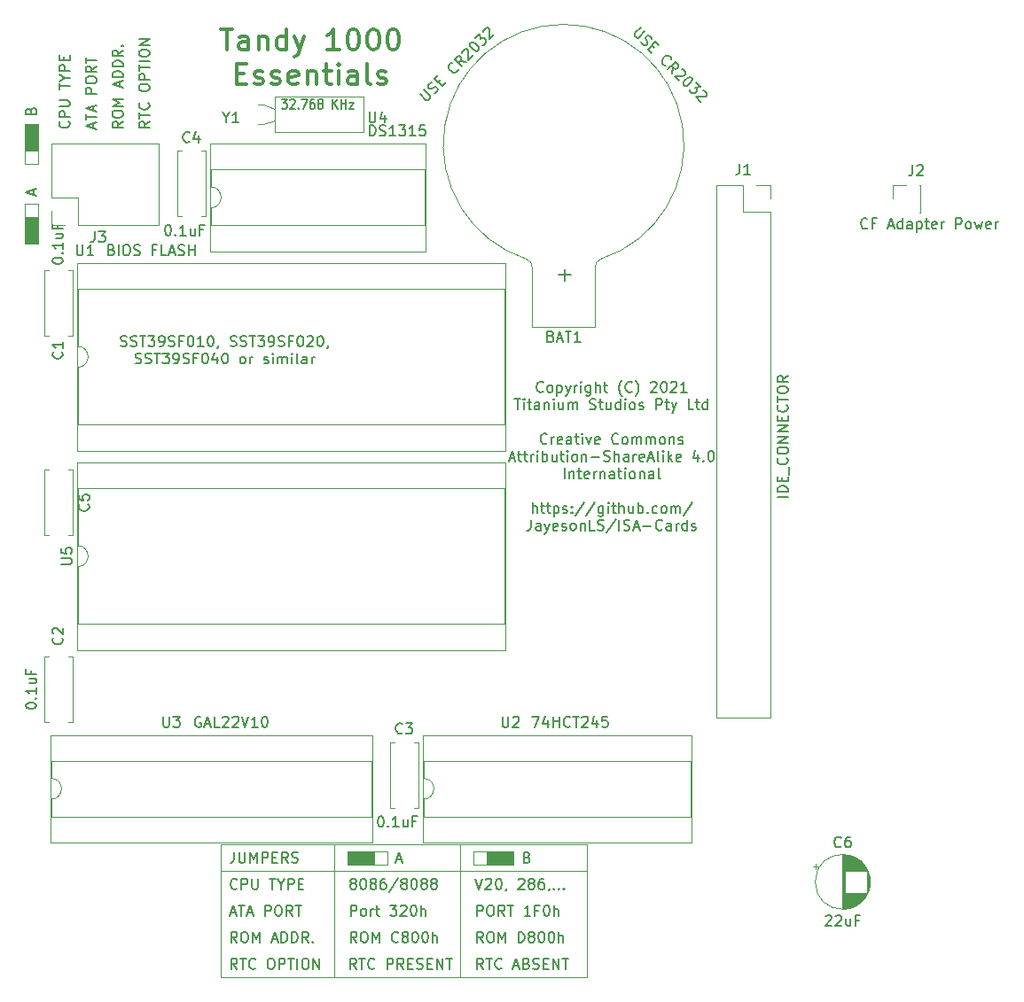
<source format=gto>
%TF.GenerationSoftware,KiCad,Pcbnew,(5.1.9)-1*%
%TF.CreationDate,2021-05-05T16:33:14+08:00*%
%TF.ProjectId,Tandy1000Essentials,54616e64-7931-4303-9030-457373656e74,rev?*%
%TF.SameCoordinates,Original*%
%TF.FileFunction,Legend,Top*%
%TF.FilePolarity,Positive*%
%FSLAX46Y46*%
G04 Gerber Fmt 4.6, Leading zero omitted, Abs format (unit mm)*
G04 Created by KiCad (PCBNEW (5.1.9)-1) date 2021-05-05 16:33:14*
%MOMM*%
%LPD*%
G01*
G04 APERTURE LIST*
%ADD10C,0.120000*%
%ADD11C,0.150000*%
%ADD12C,0.100000*%
%ADD13C,0.300000*%
G04 APERTURE END LIST*
D10*
X151424640Y-134244080D02*
X116499640Y-134244080D01*
X116499640Y-124084080D02*
X151424640Y-124084080D01*
X151424640Y-121544080D02*
X116499640Y-121544080D01*
X127294640Y-121544080D02*
X127294640Y-134244080D01*
X139359640Y-121544080D02*
X139359640Y-134244080D01*
X116499640Y-134244080D02*
X116499640Y-124084080D01*
X151424640Y-121544080D02*
X151424640Y-134244080D01*
X116499640Y-124084080D02*
X116499640Y-121544080D01*
D11*
X117755949Y-122266460D02*
X117755949Y-122980746D01*
X117708330Y-123123603D01*
X117613092Y-123218841D01*
X117470235Y-123266460D01*
X117374997Y-123266460D01*
X118232140Y-122266460D02*
X118232140Y-123075984D01*
X118279759Y-123171222D01*
X118327378Y-123218841D01*
X118422616Y-123266460D01*
X118613092Y-123266460D01*
X118708330Y-123218841D01*
X118755949Y-123171222D01*
X118803568Y-123075984D01*
X118803568Y-122266460D01*
X119279759Y-123266460D02*
X119279759Y-122266460D01*
X119613092Y-122980746D01*
X119946425Y-122266460D01*
X119946425Y-123266460D01*
X120422616Y-123266460D02*
X120422616Y-122266460D01*
X120803568Y-122266460D01*
X120898806Y-122314080D01*
X120946425Y-122361699D01*
X120994044Y-122456937D01*
X120994044Y-122599794D01*
X120946425Y-122695032D01*
X120898806Y-122742651D01*
X120803568Y-122790270D01*
X120422616Y-122790270D01*
X121422616Y-122742651D02*
X121755949Y-122742651D01*
X121898806Y-123266460D02*
X121422616Y-123266460D01*
X121422616Y-122266460D01*
X121898806Y-122266460D01*
X122898806Y-123266460D02*
X122565473Y-122790270D01*
X122327378Y-123266460D02*
X122327378Y-122266460D01*
X122708330Y-122266460D01*
X122803568Y-122314080D01*
X122851187Y-122361699D01*
X122898806Y-122456937D01*
X122898806Y-122599794D01*
X122851187Y-122695032D01*
X122803568Y-122742651D01*
X122708330Y-122790270D01*
X122327378Y-122790270D01*
X123279759Y-123218841D02*
X123422616Y-123266460D01*
X123660711Y-123266460D01*
X123755949Y-123218841D01*
X123803568Y-123171222D01*
X123851187Y-123075984D01*
X123851187Y-122980746D01*
X123803568Y-122885508D01*
X123755949Y-122837889D01*
X123660711Y-122790270D01*
X123470235Y-122742651D01*
X123374997Y-122695032D01*
X123327378Y-122647413D01*
X123279759Y-122552175D01*
X123279759Y-122456937D01*
X123327378Y-122361699D01*
X123374997Y-122314080D01*
X123470235Y-122266460D01*
X123708330Y-122266460D01*
X123851187Y-122314080D01*
X133297616Y-122980746D02*
X133773806Y-122980746D01*
X133202378Y-123266460D02*
X133535711Y-122266460D01*
X133869044Y-123266460D01*
X145743568Y-122742651D02*
X145886425Y-122790270D01*
X145934044Y-122837889D01*
X145981663Y-122933127D01*
X145981663Y-123075984D01*
X145934044Y-123171222D01*
X145886425Y-123218841D01*
X145791187Y-123266460D01*
X145410235Y-123266460D01*
X145410235Y-122266460D01*
X145743568Y-122266460D01*
X145838806Y-122314080D01*
X145886425Y-122361699D01*
X145934044Y-122456937D01*
X145934044Y-122552175D01*
X145886425Y-122647413D01*
X145838806Y-122695032D01*
X145743568Y-122742651D01*
X145410235Y-122742651D01*
D10*
X128564640Y-123449080D02*
X132374640Y-123449080D01*
X128564640Y-122179080D02*
X128564640Y-123449080D01*
X132374640Y-123449080D02*
X132374640Y-122179080D01*
X144439640Y-123449080D02*
X144439640Y-122179080D01*
X132374640Y-122179080D02*
X128564640Y-122179080D01*
X144439640Y-122179080D02*
X140629640Y-122179080D01*
X140629640Y-122179080D02*
X140629640Y-123449080D01*
D12*
G36*
X144439640Y-123449080D02*
G01*
X141899640Y-123449080D01*
X141899640Y-122179080D01*
X144439640Y-122179080D01*
X144439640Y-123449080D01*
G37*
X144439640Y-123449080D02*
X141899640Y-123449080D01*
X141899640Y-122179080D01*
X144439640Y-122179080D01*
X144439640Y-123449080D01*
G36*
X131104640Y-123449080D02*
G01*
X128564640Y-123449080D01*
X128564640Y-122179080D01*
X131104640Y-122179080D01*
X131104640Y-123449080D01*
G37*
X131104640Y-123449080D02*
X128564640Y-123449080D01*
X128564640Y-122179080D01*
X131104640Y-122179080D01*
X131104640Y-123449080D01*
D10*
X140629640Y-123449080D02*
X144439640Y-123449080D01*
D11*
X141536663Y-133426460D02*
X141203330Y-132950270D01*
X140965235Y-133426460D02*
X140965235Y-132426460D01*
X141346187Y-132426460D01*
X141441425Y-132474080D01*
X141489044Y-132521699D01*
X141536663Y-132616937D01*
X141536663Y-132759794D01*
X141489044Y-132855032D01*
X141441425Y-132902651D01*
X141346187Y-132950270D01*
X140965235Y-132950270D01*
X141822378Y-132426460D02*
X142393806Y-132426460D01*
X142108092Y-133426460D02*
X142108092Y-132426460D01*
X143298568Y-133331222D02*
X143250949Y-133378841D01*
X143108092Y-133426460D01*
X143012854Y-133426460D01*
X142869997Y-133378841D01*
X142774759Y-133283603D01*
X142727140Y-133188365D01*
X142679520Y-132997889D01*
X142679520Y-132855032D01*
X142727140Y-132664556D01*
X142774759Y-132569318D01*
X142869997Y-132474080D01*
X143012854Y-132426460D01*
X143108092Y-132426460D01*
X143250949Y-132474080D01*
X143298568Y-132521699D01*
X144441425Y-133140746D02*
X144917616Y-133140746D01*
X144346187Y-133426460D02*
X144679520Y-132426460D01*
X145012854Y-133426460D01*
X145679520Y-132902651D02*
X145822378Y-132950270D01*
X145869997Y-132997889D01*
X145917616Y-133093127D01*
X145917616Y-133235984D01*
X145869997Y-133331222D01*
X145822378Y-133378841D01*
X145727140Y-133426460D01*
X145346187Y-133426460D01*
X145346187Y-132426460D01*
X145679520Y-132426460D01*
X145774759Y-132474080D01*
X145822378Y-132521699D01*
X145869997Y-132616937D01*
X145869997Y-132712175D01*
X145822378Y-132807413D01*
X145774759Y-132855032D01*
X145679520Y-132902651D01*
X145346187Y-132902651D01*
X146298568Y-133378841D02*
X146441425Y-133426460D01*
X146679520Y-133426460D01*
X146774759Y-133378841D01*
X146822378Y-133331222D01*
X146869997Y-133235984D01*
X146869997Y-133140746D01*
X146822378Y-133045508D01*
X146774759Y-132997889D01*
X146679520Y-132950270D01*
X146489044Y-132902651D01*
X146393806Y-132855032D01*
X146346187Y-132807413D01*
X146298568Y-132712175D01*
X146298568Y-132616937D01*
X146346187Y-132521699D01*
X146393806Y-132474080D01*
X146489044Y-132426460D01*
X146727140Y-132426460D01*
X146869997Y-132474080D01*
X147298568Y-132902651D02*
X147631901Y-132902651D01*
X147774759Y-133426460D02*
X147298568Y-133426460D01*
X147298568Y-132426460D01*
X147774759Y-132426460D01*
X148203330Y-133426460D02*
X148203330Y-132426460D01*
X148774759Y-133426460D01*
X148774759Y-132426460D01*
X149108092Y-132426460D02*
X149679520Y-132426460D01*
X149393806Y-133426460D02*
X149393806Y-132426460D01*
X129406544Y-133426460D02*
X129073211Y-132950270D01*
X128835116Y-133426460D02*
X128835116Y-132426460D01*
X129216068Y-132426460D01*
X129311306Y-132474080D01*
X129358925Y-132521699D01*
X129406544Y-132616937D01*
X129406544Y-132759794D01*
X129358925Y-132855032D01*
X129311306Y-132902651D01*
X129216068Y-132950270D01*
X128835116Y-132950270D01*
X129692259Y-132426460D02*
X130263687Y-132426460D01*
X129977973Y-133426460D02*
X129977973Y-132426460D01*
X131168449Y-133331222D02*
X131120830Y-133378841D01*
X130977973Y-133426460D01*
X130882735Y-133426460D01*
X130739878Y-133378841D01*
X130644640Y-133283603D01*
X130597020Y-133188365D01*
X130549401Y-132997889D01*
X130549401Y-132855032D01*
X130597020Y-132664556D01*
X130644640Y-132569318D01*
X130739878Y-132474080D01*
X130882735Y-132426460D01*
X130977973Y-132426460D01*
X131120830Y-132474080D01*
X131168449Y-132521699D01*
X132358925Y-133426460D02*
X132358925Y-132426460D01*
X132739878Y-132426460D01*
X132835116Y-132474080D01*
X132882735Y-132521699D01*
X132930354Y-132616937D01*
X132930354Y-132759794D01*
X132882735Y-132855032D01*
X132835116Y-132902651D01*
X132739878Y-132950270D01*
X132358925Y-132950270D01*
X133930354Y-133426460D02*
X133597020Y-132950270D01*
X133358925Y-133426460D02*
X133358925Y-132426460D01*
X133739878Y-132426460D01*
X133835116Y-132474080D01*
X133882735Y-132521699D01*
X133930354Y-132616937D01*
X133930354Y-132759794D01*
X133882735Y-132855032D01*
X133835116Y-132902651D01*
X133739878Y-132950270D01*
X133358925Y-132950270D01*
X134358925Y-132902651D02*
X134692259Y-132902651D01*
X134835116Y-133426460D02*
X134358925Y-133426460D01*
X134358925Y-132426460D01*
X134835116Y-132426460D01*
X135216068Y-133378841D02*
X135358925Y-133426460D01*
X135597020Y-133426460D01*
X135692259Y-133378841D01*
X135739878Y-133331222D01*
X135787497Y-133235984D01*
X135787497Y-133140746D01*
X135739878Y-133045508D01*
X135692259Y-132997889D01*
X135597020Y-132950270D01*
X135406544Y-132902651D01*
X135311306Y-132855032D01*
X135263687Y-132807413D01*
X135216068Y-132712175D01*
X135216068Y-132616937D01*
X135263687Y-132521699D01*
X135311306Y-132474080D01*
X135406544Y-132426460D01*
X135644640Y-132426460D01*
X135787497Y-132474080D01*
X136216068Y-132902651D02*
X136549401Y-132902651D01*
X136692259Y-133426460D02*
X136216068Y-133426460D01*
X136216068Y-132426460D01*
X136692259Y-132426460D01*
X137120830Y-133426460D02*
X137120830Y-132426460D01*
X137692259Y-133426460D01*
X137692259Y-132426460D01*
X138025592Y-132426460D02*
X138597020Y-132426460D01*
X138311306Y-133426460D02*
X138311306Y-132426460D01*
X141536663Y-130886460D02*
X141203330Y-130410270D01*
X140965235Y-130886460D02*
X140965235Y-129886460D01*
X141346187Y-129886460D01*
X141441425Y-129934080D01*
X141489044Y-129981699D01*
X141536663Y-130076937D01*
X141536663Y-130219794D01*
X141489044Y-130315032D01*
X141441425Y-130362651D01*
X141346187Y-130410270D01*
X140965235Y-130410270D01*
X142155711Y-129886460D02*
X142346187Y-129886460D01*
X142441425Y-129934080D01*
X142536663Y-130029318D01*
X142584282Y-130219794D01*
X142584282Y-130553127D01*
X142536663Y-130743603D01*
X142441425Y-130838841D01*
X142346187Y-130886460D01*
X142155711Y-130886460D01*
X142060473Y-130838841D01*
X141965235Y-130743603D01*
X141917616Y-130553127D01*
X141917616Y-130219794D01*
X141965235Y-130029318D01*
X142060473Y-129934080D01*
X142155711Y-129886460D01*
X143012854Y-130886460D02*
X143012854Y-129886460D01*
X143346187Y-130600746D01*
X143679520Y-129886460D01*
X143679520Y-130886460D01*
X144917616Y-130886460D02*
X144917616Y-129886460D01*
X145155711Y-129886460D01*
X145298568Y-129934080D01*
X145393806Y-130029318D01*
X145441425Y-130124556D01*
X145489044Y-130315032D01*
X145489044Y-130457889D01*
X145441425Y-130648365D01*
X145393806Y-130743603D01*
X145298568Y-130838841D01*
X145155711Y-130886460D01*
X144917616Y-130886460D01*
X146060473Y-130315032D02*
X145965235Y-130267413D01*
X145917616Y-130219794D01*
X145869997Y-130124556D01*
X145869997Y-130076937D01*
X145917616Y-129981699D01*
X145965235Y-129934080D01*
X146060473Y-129886460D01*
X146250949Y-129886460D01*
X146346187Y-129934080D01*
X146393806Y-129981699D01*
X146441425Y-130076937D01*
X146441425Y-130124556D01*
X146393806Y-130219794D01*
X146346187Y-130267413D01*
X146250949Y-130315032D01*
X146060473Y-130315032D01*
X145965235Y-130362651D01*
X145917616Y-130410270D01*
X145869997Y-130505508D01*
X145869997Y-130695984D01*
X145917616Y-130791222D01*
X145965235Y-130838841D01*
X146060473Y-130886460D01*
X146250949Y-130886460D01*
X146346187Y-130838841D01*
X146393806Y-130791222D01*
X146441425Y-130695984D01*
X146441425Y-130505508D01*
X146393806Y-130410270D01*
X146346187Y-130362651D01*
X146250949Y-130315032D01*
X147060473Y-129886460D02*
X147155711Y-129886460D01*
X147250949Y-129934080D01*
X147298568Y-129981699D01*
X147346187Y-130076937D01*
X147393806Y-130267413D01*
X147393806Y-130505508D01*
X147346187Y-130695984D01*
X147298568Y-130791222D01*
X147250949Y-130838841D01*
X147155711Y-130886460D01*
X147060473Y-130886460D01*
X146965235Y-130838841D01*
X146917616Y-130791222D01*
X146869997Y-130695984D01*
X146822378Y-130505508D01*
X146822378Y-130267413D01*
X146869997Y-130076937D01*
X146917616Y-129981699D01*
X146965235Y-129934080D01*
X147060473Y-129886460D01*
X148012854Y-129886460D02*
X148108092Y-129886460D01*
X148203330Y-129934080D01*
X148250949Y-129981699D01*
X148298568Y-130076937D01*
X148346187Y-130267413D01*
X148346187Y-130505508D01*
X148298568Y-130695984D01*
X148250949Y-130791222D01*
X148203330Y-130838841D01*
X148108092Y-130886460D01*
X148012854Y-130886460D01*
X147917616Y-130838841D01*
X147869997Y-130791222D01*
X147822378Y-130695984D01*
X147774759Y-130505508D01*
X147774759Y-130267413D01*
X147822378Y-130076937D01*
X147869997Y-129981699D01*
X147917616Y-129934080D01*
X148012854Y-129886460D01*
X148774759Y-130886460D02*
X148774759Y-129886460D01*
X149203330Y-130886460D02*
X149203330Y-130362651D01*
X149155711Y-130267413D01*
X149060473Y-130219794D01*
X148917616Y-130219794D01*
X148822378Y-130267413D01*
X148774759Y-130315032D01*
X129471663Y-130886460D02*
X129138330Y-130410270D01*
X128900235Y-130886460D02*
X128900235Y-129886460D01*
X129281187Y-129886460D01*
X129376425Y-129934080D01*
X129424044Y-129981699D01*
X129471663Y-130076937D01*
X129471663Y-130219794D01*
X129424044Y-130315032D01*
X129376425Y-130362651D01*
X129281187Y-130410270D01*
X128900235Y-130410270D01*
X130090711Y-129886460D02*
X130281187Y-129886460D01*
X130376425Y-129934080D01*
X130471663Y-130029318D01*
X130519282Y-130219794D01*
X130519282Y-130553127D01*
X130471663Y-130743603D01*
X130376425Y-130838841D01*
X130281187Y-130886460D01*
X130090711Y-130886460D01*
X129995473Y-130838841D01*
X129900235Y-130743603D01*
X129852616Y-130553127D01*
X129852616Y-130219794D01*
X129900235Y-130029318D01*
X129995473Y-129934080D01*
X130090711Y-129886460D01*
X130947854Y-130886460D02*
X130947854Y-129886460D01*
X131281187Y-130600746D01*
X131614520Y-129886460D01*
X131614520Y-130886460D01*
X133424044Y-130791222D02*
X133376425Y-130838841D01*
X133233568Y-130886460D01*
X133138330Y-130886460D01*
X132995473Y-130838841D01*
X132900235Y-130743603D01*
X132852616Y-130648365D01*
X132804997Y-130457889D01*
X132804997Y-130315032D01*
X132852616Y-130124556D01*
X132900235Y-130029318D01*
X132995473Y-129934080D01*
X133138330Y-129886460D01*
X133233568Y-129886460D01*
X133376425Y-129934080D01*
X133424044Y-129981699D01*
X133995473Y-130315032D02*
X133900235Y-130267413D01*
X133852616Y-130219794D01*
X133804997Y-130124556D01*
X133804997Y-130076937D01*
X133852616Y-129981699D01*
X133900235Y-129934080D01*
X133995473Y-129886460D01*
X134185949Y-129886460D01*
X134281187Y-129934080D01*
X134328806Y-129981699D01*
X134376425Y-130076937D01*
X134376425Y-130124556D01*
X134328806Y-130219794D01*
X134281187Y-130267413D01*
X134185949Y-130315032D01*
X133995473Y-130315032D01*
X133900235Y-130362651D01*
X133852616Y-130410270D01*
X133804997Y-130505508D01*
X133804997Y-130695984D01*
X133852616Y-130791222D01*
X133900235Y-130838841D01*
X133995473Y-130886460D01*
X134185949Y-130886460D01*
X134281187Y-130838841D01*
X134328806Y-130791222D01*
X134376425Y-130695984D01*
X134376425Y-130505508D01*
X134328806Y-130410270D01*
X134281187Y-130362651D01*
X134185949Y-130315032D01*
X134995473Y-129886460D02*
X135090711Y-129886460D01*
X135185949Y-129934080D01*
X135233568Y-129981699D01*
X135281187Y-130076937D01*
X135328806Y-130267413D01*
X135328806Y-130505508D01*
X135281187Y-130695984D01*
X135233568Y-130791222D01*
X135185949Y-130838841D01*
X135090711Y-130886460D01*
X134995473Y-130886460D01*
X134900235Y-130838841D01*
X134852616Y-130791222D01*
X134804997Y-130695984D01*
X134757378Y-130505508D01*
X134757378Y-130267413D01*
X134804997Y-130076937D01*
X134852616Y-129981699D01*
X134900235Y-129934080D01*
X134995473Y-129886460D01*
X135947854Y-129886460D02*
X136043092Y-129886460D01*
X136138330Y-129934080D01*
X136185949Y-129981699D01*
X136233568Y-130076937D01*
X136281187Y-130267413D01*
X136281187Y-130505508D01*
X136233568Y-130695984D01*
X136185949Y-130791222D01*
X136138330Y-130838841D01*
X136043092Y-130886460D01*
X135947854Y-130886460D01*
X135852616Y-130838841D01*
X135804997Y-130791222D01*
X135757378Y-130695984D01*
X135709759Y-130505508D01*
X135709759Y-130267413D01*
X135757378Y-130076937D01*
X135804997Y-129981699D01*
X135852616Y-129934080D01*
X135947854Y-129886460D01*
X136709759Y-130886460D02*
X136709759Y-129886460D01*
X137138330Y-130886460D02*
X137138330Y-130362651D01*
X137090711Y-130267413D01*
X136995473Y-130219794D01*
X136852616Y-130219794D01*
X136757378Y-130267413D01*
X136709759Y-130315032D01*
X140965235Y-128346460D02*
X140965235Y-127346460D01*
X141346187Y-127346460D01*
X141441425Y-127394080D01*
X141489044Y-127441699D01*
X141536663Y-127536937D01*
X141536663Y-127679794D01*
X141489044Y-127775032D01*
X141441425Y-127822651D01*
X141346187Y-127870270D01*
X140965235Y-127870270D01*
X142155711Y-127346460D02*
X142346187Y-127346460D01*
X142441425Y-127394080D01*
X142536663Y-127489318D01*
X142584282Y-127679794D01*
X142584282Y-128013127D01*
X142536663Y-128203603D01*
X142441425Y-128298841D01*
X142346187Y-128346460D01*
X142155711Y-128346460D01*
X142060473Y-128298841D01*
X141965235Y-128203603D01*
X141917616Y-128013127D01*
X141917616Y-127679794D01*
X141965235Y-127489318D01*
X142060473Y-127394080D01*
X142155711Y-127346460D01*
X143584282Y-128346460D02*
X143250949Y-127870270D01*
X143012854Y-128346460D02*
X143012854Y-127346460D01*
X143393806Y-127346460D01*
X143489044Y-127394080D01*
X143536663Y-127441699D01*
X143584282Y-127536937D01*
X143584282Y-127679794D01*
X143536663Y-127775032D01*
X143489044Y-127822651D01*
X143393806Y-127870270D01*
X143012854Y-127870270D01*
X143869997Y-127346460D02*
X144441425Y-127346460D01*
X144155711Y-128346460D02*
X144155711Y-127346460D01*
X146060473Y-128346460D02*
X145489044Y-128346460D01*
X145774759Y-128346460D02*
X145774759Y-127346460D01*
X145679520Y-127489318D01*
X145584282Y-127584556D01*
X145489044Y-127632175D01*
X146822378Y-127822651D02*
X146489044Y-127822651D01*
X146489044Y-128346460D02*
X146489044Y-127346460D01*
X146965235Y-127346460D01*
X147536663Y-127346460D02*
X147631901Y-127346460D01*
X147727140Y-127394080D01*
X147774759Y-127441699D01*
X147822378Y-127536937D01*
X147869997Y-127727413D01*
X147869997Y-127965508D01*
X147822378Y-128155984D01*
X147774759Y-128251222D01*
X147727140Y-128298841D01*
X147631901Y-128346460D01*
X147536663Y-128346460D01*
X147441425Y-128298841D01*
X147393806Y-128251222D01*
X147346187Y-128155984D01*
X147298568Y-127965508D01*
X147298568Y-127727413D01*
X147346187Y-127536937D01*
X147393806Y-127441699D01*
X147441425Y-127394080D01*
X147536663Y-127346460D01*
X148298568Y-128346460D02*
X148298568Y-127346460D01*
X148727140Y-128346460D02*
X148727140Y-127822651D01*
X148679520Y-127727413D01*
X148584282Y-127679794D01*
X148441425Y-127679794D01*
X148346187Y-127727413D01*
X148298568Y-127775032D01*
X128900235Y-128346460D02*
X128900235Y-127346460D01*
X129281187Y-127346460D01*
X129376425Y-127394080D01*
X129424044Y-127441699D01*
X129471663Y-127536937D01*
X129471663Y-127679794D01*
X129424044Y-127775032D01*
X129376425Y-127822651D01*
X129281187Y-127870270D01*
X128900235Y-127870270D01*
X130043092Y-128346460D02*
X129947854Y-128298841D01*
X129900235Y-128251222D01*
X129852616Y-128155984D01*
X129852616Y-127870270D01*
X129900235Y-127775032D01*
X129947854Y-127727413D01*
X130043092Y-127679794D01*
X130185949Y-127679794D01*
X130281187Y-127727413D01*
X130328806Y-127775032D01*
X130376425Y-127870270D01*
X130376425Y-128155984D01*
X130328806Y-128251222D01*
X130281187Y-128298841D01*
X130185949Y-128346460D01*
X130043092Y-128346460D01*
X130804997Y-128346460D02*
X130804997Y-127679794D01*
X130804997Y-127870270D02*
X130852616Y-127775032D01*
X130900235Y-127727413D01*
X130995473Y-127679794D01*
X131090711Y-127679794D01*
X131281187Y-127679794D02*
X131662140Y-127679794D01*
X131424044Y-127346460D02*
X131424044Y-128203603D01*
X131471663Y-128298841D01*
X131566901Y-128346460D01*
X131662140Y-128346460D01*
X132662140Y-127346460D02*
X133281187Y-127346460D01*
X132947854Y-127727413D01*
X133090711Y-127727413D01*
X133185949Y-127775032D01*
X133233568Y-127822651D01*
X133281187Y-127917889D01*
X133281187Y-128155984D01*
X133233568Y-128251222D01*
X133185949Y-128298841D01*
X133090711Y-128346460D01*
X132804997Y-128346460D01*
X132709759Y-128298841D01*
X132662140Y-128251222D01*
X133662140Y-127441699D02*
X133709759Y-127394080D01*
X133804997Y-127346460D01*
X134043092Y-127346460D01*
X134138330Y-127394080D01*
X134185949Y-127441699D01*
X134233568Y-127536937D01*
X134233568Y-127632175D01*
X134185949Y-127775032D01*
X133614520Y-128346460D01*
X134233568Y-128346460D01*
X134852616Y-127346460D02*
X134947854Y-127346460D01*
X135043092Y-127394080D01*
X135090711Y-127441699D01*
X135138330Y-127536937D01*
X135185949Y-127727413D01*
X135185949Y-127965508D01*
X135138330Y-128155984D01*
X135090711Y-128251222D01*
X135043092Y-128298841D01*
X134947854Y-128346460D01*
X134852616Y-128346460D01*
X134757378Y-128298841D01*
X134709759Y-128251222D01*
X134662140Y-128155984D01*
X134614520Y-127965508D01*
X134614520Y-127727413D01*
X134662140Y-127536937D01*
X134709759Y-127441699D01*
X134757378Y-127394080D01*
X134852616Y-127346460D01*
X135614520Y-128346460D02*
X135614520Y-127346460D01*
X136043092Y-128346460D02*
X136043092Y-127822651D01*
X135995473Y-127727413D01*
X135900235Y-127679794D01*
X135757378Y-127679794D01*
X135662140Y-127727413D01*
X135614520Y-127775032D01*
X140822378Y-124806460D02*
X141155711Y-125806460D01*
X141489044Y-124806460D01*
X141774759Y-124901699D02*
X141822378Y-124854080D01*
X141917616Y-124806460D01*
X142155711Y-124806460D01*
X142250949Y-124854080D01*
X142298568Y-124901699D01*
X142346187Y-124996937D01*
X142346187Y-125092175D01*
X142298568Y-125235032D01*
X141727140Y-125806460D01*
X142346187Y-125806460D01*
X142965235Y-124806460D02*
X143060473Y-124806460D01*
X143155711Y-124854080D01*
X143203330Y-124901699D01*
X143250949Y-124996937D01*
X143298568Y-125187413D01*
X143298568Y-125425508D01*
X143250949Y-125615984D01*
X143203330Y-125711222D01*
X143155711Y-125758841D01*
X143060473Y-125806460D01*
X142965235Y-125806460D01*
X142869997Y-125758841D01*
X142822378Y-125711222D01*
X142774759Y-125615984D01*
X142727140Y-125425508D01*
X142727140Y-125187413D01*
X142774759Y-124996937D01*
X142822378Y-124901699D01*
X142869997Y-124854080D01*
X142965235Y-124806460D01*
X143774759Y-125758841D02*
X143774759Y-125806460D01*
X143727140Y-125901699D01*
X143679520Y-125949318D01*
X144917616Y-124901699D02*
X144965235Y-124854080D01*
X145060473Y-124806460D01*
X145298568Y-124806460D01*
X145393806Y-124854080D01*
X145441425Y-124901699D01*
X145489044Y-124996937D01*
X145489044Y-125092175D01*
X145441425Y-125235032D01*
X144869997Y-125806460D01*
X145489044Y-125806460D01*
X146060473Y-125235032D02*
X145965235Y-125187413D01*
X145917616Y-125139794D01*
X145869997Y-125044556D01*
X145869997Y-124996937D01*
X145917616Y-124901699D01*
X145965235Y-124854080D01*
X146060473Y-124806460D01*
X146250949Y-124806460D01*
X146346187Y-124854080D01*
X146393806Y-124901699D01*
X146441425Y-124996937D01*
X146441425Y-125044556D01*
X146393806Y-125139794D01*
X146346187Y-125187413D01*
X146250949Y-125235032D01*
X146060473Y-125235032D01*
X145965235Y-125282651D01*
X145917616Y-125330270D01*
X145869997Y-125425508D01*
X145869997Y-125615984D01*
X145917616Y-125711222D01*
X145965235Y-125758841D01*
X146060473Y-125806460D01*
X146250949Y-125806460D01*
X146346187Y-125758841D01*
X146393806Y-125711222D01*
X146441425Y-125615984D01*
X146441425Y-125425508D01*
X146393806Y-125330270D01*
X146346187Y-125282651D01*
X146250949Y-125235032D01*
X147298568Y-124806460D02*
X147108092Y-124806460D01*
X147012854Y-124854080D01*
X146965235Y-124901699D01*
X146869997Y-125044556D01*
X146822378Y-125235032D01*
X146822378Y-125615984D01*
X146869997Y-125711222D01*
X146917616Y-125758841D01*
X147012854Y-125806460D01*
X147203330Y-125806460D01*
X147298568Y-125758841D01*
X147346187Y-125711222D01*
X147393806Y-125615984D01*
X147393806Y-125377889D01*
X147346187Y-125282651D01*
X147298568Y-125235032D01*
X147203330Y-125187413D01*
X147012854Y-125187413D01*
X146917616Y-125235032D01*
X146869997Y-125282651D01*
X146822378Y-125377889D01*
X147869997Y-125758841D02*
X147869997Y-125806460D01*
X147822378Y-125901699D01*
X147774759Y-125949318D01*
X148298568Y-125711222D02*
X148346187Y-125758841D01*
X148298568Y-125806460D01*
X148250949Y-125758841D01*
X148298568Y-125711222D01*
X148298568Y-125806460D01*
X148774759Y-125711222D02*
X148822378Y-125758841D01*
X148774759Y-125806460D01*
X148727140Y-125758841D01*
X148774759Y-125711222D01*
X148774759Y-125806460D01*
X149250949Y-125711222D02*
X149298568Y-125758841D01*
X149250949Y-125806460D01*
X149203330Y-125758841D01*
X149250949Y-125711222D01*
X149250949Y-125806460D01*
X129043092Y-125235032D02*
X128947854Y-125187413D01*
X128900235Y-125139794D01*
X128852616Y-125044556D01*
X128852616Y-124996937D01*
X128900235Y-124901699D01*
X128947854Y-124854080D01*
X129043092Y-124806460D01*
X129233568Y-124806460D01*
X129328806Y-124854080D01*
X129376425Y-124901699D01*
X129424044Y-124996937D01*
X129424044Y-125044556D01*
X129376425Y-125139794D01*
X129328806Y-125187413D01*
X129233568Y-125235032D01*
X129043092Y-125235032D01*
X128947854Y-125282651D01*
X128900235Y-125330270D01*
X128852616Y-125425508D01*
X128852616Y-125615984D01*
X128900235Y-125711222D01*
X128947854Y-125758841D01*
X129043092Y-125806460D01*
X129233568Y-125806460D01*
X129328806Y-125758841D01*
X129376425Y-125711222D01*
X129424044Y-125615984D01*
X129424044Y-125425508D01*
X129376425Y-125330270D01*
X129328806Y-125282651D01*
X129233568Y-125235032D01*
X130043092Y-124806460D02*
X130138330Y-124806460D01*
X130233568Y-124854080D01*
X130281187Y-124901699D01*
X130328806Y-124996937D01*
X130376425Y-125187413D01*
X130376425Y-125425508D01*
X130328806Y-125615984D01*
X130281187Y-125711222D01*
X130233568Y-125758841D01*
X130138330Y-125806460D01*
X130043092Y-125806460D01*
X129947854Y-125758841D01*
X129900235Y-125711222D01*
X129852616Y-125615984D01*
X129804997Y-125425508D01*
X129804997Y-125187413D01*
X129852616Y-124996937D01*
X129900235Y-124901699D01*
X129947854Y-124854080D01*
X130043092Y-124806460D01*
X130947854Y-125235032D02*
X130852616Y-125187413D01*
X130804997Y-125139794D01*
X130757378Y-125044556D01*
X130757378Y-124996937D01*
X130804997Y-124901699D01*
X130852616Y-124854080D01*
X130947854Y-124806460D01*
X131138330Y-124806460D01*
X131233568Y-124854080D01*
X131281187Y-124901699D01*
X131328806Y-124996937D01*
X131328806Y-125044556D01*
X131281187Y-125139794D01*
X131233568Y-125187413D01*
X131138330Y-125235032D01*
X130947854Y-125235032D01*
X130852616Y-125282651D01*
X130804997Y-125330270D01*
X130757378Y-125425508D01*
X130757378Y-125615984D01*
X130804997Y-125711222D01*
X130852616Y-125758841D01*
X130947854Y-125806460D01*
X131138330Y-125806460D01*
X131233568Y-125758841D01*
X131281187Y-125711222D01*
X131328806Y-125615984D01*
X131328806Y-125425508D01*
X131281187Y-125330270D01*
X131233568Y-125282651D01*
X131138330Y-125235032D01*
X132185949Y-124806460D02*
X131995473Y-124806460D01*
X131900235Y-124854080D01*
X131852616Y-124901699D01*
X131757378Y-125044556D01*
X131709759Y-125235032D01*
X131709759Y-125615984D01*
X131757378Y-125711222D01*
X131804997Y-125758841D01*
X131900235Y-125806460D01*
X132090711Y-125806460D01*
X132185949Y-125758841D01*
X132233568Y-125711222D01*
X132281187Y-125615984D01*
X132281187Y-125377889D01*
X132233568Y-125282651D01*
X132185949Y-125235032D01*
X132090711Y-125187413D01*
X131900235Y-125187413D01*
X131804997Y-125235032D01*
X131757378Y-125282651D01*
X131709759Y-125377889D01*
X133424044Y-124758841D02*
X132566901Y-126044556D01*
X133900235Y-125235032D02*
X133804997Y-125187413D01*
X133757378Y-125139794D01*
X133709759Y-125044556D01*
X133709759Y-124996937D01*
X133757378Y-124901699D01*
X133804997Y-124854080D01*
X133900235Y-124806460D01*
X134090711Y-124806460D01*
X134185949Y-124854080D01*
X134233568Y-124901699D01*
X134281187Y-124996937D01*
X134281187Y-125044556D01*
X134233568Y-125139794D01*
X134185949Y-125187413D01*
X134090711Y-125235032D01*
X133900235Y-125235032D01*
X133804997Y-125282651D01*
X133757378Y-125330270D01*
X133709759Y-125425508D01*
X133709759Y-125615984D01*
X133757378Y-125711222D01*
X133804997Y-125758841D01*
X133900235Y-125806460D01*
X134090711Y-125806460D01*
X134185949Y-125758841D01*
X134233568Y-125711222D01*
X134281187Y-125615984D01*
X134281187Y-125425508D01*
X134233568Y-125330270D01*
X134185949Y-125282651D01*
X134090711Y-125235032D01*
X134900235Y-124806460D02*
X134995473Y-124806460D01*
X135090711Y-124854080D01*
X135138330Y-124901699D01*
X135185949Y-124996937D01*
X135233568Y-125187413D01*
X135233568Y-125425508D01*
X135185949Y-125615984D01*
X135138330Y-125711222D01*
X135090711Y-125758841D01*
X134995473Y-125806460D01*
X134900235Y-125806460D01*
X134804997Y-125758841D01*
X134757378Y-125711222D01*
X134709759Y-125615984D01*
X134662140Y-125425508D01*
X134662140Y-125187413D01*
X134709759Y-124996937D01*
X134757378Y-124901699D01*
X134804997Y-124854080D01*
X134900235Y-124806460D01*
X135804997Y-125235032D02*
X135709759Y-125187413D01*
X135662140Y-125139794D01*
X135614520Y-125044556D01*
X135614520Y-124996937D01*
X135662140Y-124901699D01*
X135709759Y-124854080D01*
X135804997Y-124806460D01*
X135995473Y-124806460D01*
X136090711Y-124854080D01*
X136138330Y-124901699D01*
X136185949Y-124996937D01*
X136185949Y-125044556D01*
X136138330Y-125139794D01*
X136090711Y-125187413D01*
X135995473Y-125235032D01*
X135804997Y-125235032D01*
X135709759Y-125282651D01*
X135662140Y-125330270D01*
X135614520Y-125425508D01*
X135614520Y-125615984D01*
X135662140Y-125711222D01*
X135709759Y-125758841D01*
X135804997Y-125806460D01*
X135995473Y-125806460D01*
X136090711Y-125758841D01*
X136138330Y-125711222D01*
X136185949Y-125615984D01*
X136185949Y-125425508D01*
X136138330Y-125330270D01*
X136090711Y-125282651D01*
X135995473Y-125235032D01*
X136757378Y-125235032D02*
X136662140Y-125187413D01*
X136614520Y-125139794D01*
X136566901Y-125044556D01*
X136566901Y-124996937D01*
X136614520Y-124901699D01*
X136662140Y-124854080D01*
X136757378Y-124806460D01*
X136947854Y-124806460D01*
X137043092Y-124854080D01*
X137090711Y-124901699D01*
X137138330Y-124996937D01*
X137138330Y-125044556D01*
X137090711Y-125139794D01*
X137043092Y-125187413D01*
X136947854Y-125235032D01*
X136757378Y-125235032D01*
X136662140Y-125282651D01*
X136614520Y-125330270D01*
X136566901Y-125425508D01*
X136566901Y-125615984D01*
X136614520Y-125711222D01*
X136662140Y-125758841D01*
X136757378Y-125806460D01*
X136947854Y-125806460D01*
X137043092Y-125758841D01*
X137090711Y-125711222D01*
X137138330Y-125615984D01*
X137138330Y-125425508D01*
X137090711Y-125330270D01*
X137043092Y-125282651D01*
X136947854Y-125235032D01*
X118041663Y-125711222D02*
X117994044Y-125758841D01*
X117851187Y-125806460D01*
X117755949Y-125806460D01*
X117613092Y-125758841D01*
X117517854Y-125663603D01*
X117470235Y-125568365D01*
X117422616Y-125377889D01*
X117422616Y-125235032D01*
X117470235Y-125044556D01*
X117517854Y-124949318D01*
X117613092Y-124854080D01*
X117755949Y-124806460D01*
X117851187Y-124806460D01*
X117994044Y-124854080D01*
X118041663Y-124901699D01*
X118470235Y-125806460D02*
X118470235Y-124806460D01*
X118851187Y-124806460D01*
X118946425Y-124854080D01*
X118994044Y-124901699D01*
X119041663Y-124996937D01*
X119041663Y-125139794D01*
X118994044Y-125235032D01*
X118946425Y-125282651D01*
X118851187Y-125330270D01*
X118470235Y-125330270D01*
X119470235Y-124806460D02*
X119470235Y-125615984D01*
X119517854Y-125711222D01*
X119565473Y-125758841D01*
X119660711Y-125806460D01*
X119851187Y-125806460D01*
X119946425Y-125758841D01*
X119994044Y-125711222D01*
X120041663Y-125615984D01*
X120041663Y-124806460D01*
X121136901Y-124806460D02*
X121708330Y-124806460D01*
X121422616Y-125806460D02*
X121422616Y-124806460D01*
X122232140Y-125330270D02*
X122232140Y-125806460D01*
X121898806Y-124806460D02*
X122232140Y-125330270D01*
X122565473Y-124806460D01*
X122898806Y-125806460D02*
X122898806Y-124806460D01*
X123279759Y-124806460D01*
X123374997Y-124854080D01*
X123422616Y-124901699D01*
X123470235Y-124996937D01*
X123470235Y-125139794D01*
X123422616Y-125235032D01*
X123374997Y-125282651D01*
X123279759Y-125330270D01*
X122898806Y-125330270D01*
X123898806Y-125282651D02*
X124232140Y-125282651D01*
X124374997Y-125806460D02*
X123898806Y-125806460D01*
X123898806Y-124806460D01*
X124374997Y-124806460D01*
X118041663Y-133426460D02*
X117708330Y-132950270D01*
X117470235Y-133426460D02*
X117470235Y-132426460D01*
X117851187Y-132426460D01*
X117946425Y-132474080D01*
X117994044Y-132521699D01*
X118041663Y-132616937D01*
X118041663Y-132759794D01*
X117994044Y-132855032D01*
X117946425Y-132902651D01*
X117851187Y-132950270D01*
X117470235Y-132950270D01*
X118327378Y-132426460D02*
X118898806Y-132426460D01*
X118613092Y-133426460D02*
X118613092Y-132426460D01*
X119803568Y-133331222D02*
X119755949Y-133378841D01*
X119613092Y-133426460D01*
X119517854Y-133426460D01*
X119374997Y-133378841D01*
X119279759Y-133283603D01*
X119232140Y-133188365D01*
X119184520Y-132997889D01*
X119184520Y-132855032D01*
X119232140Y-132664556D01*
X119279759Y-132569318D01*
X119374997Y-132474080D01*
X119517854Y-132426460D01*
X119613092Y-132426460D01*
X119755949Y-132474080D01*
X119803568Y-132521699D01*
X121184520Y-132426460D02*
X121374997Y-132426460D01*
X121470235Y-132474080D01*
X121565473Y-132569318D01*
X121613092Y-132759794D01*
X121613092Y-133093127D01*
X121565473Y-133283603D01*
X121470235Y-133378841D01*
X121374997Y-133426460D01*
X121184520Y-133426460D01*
X121089282Y-133378841D01*
X120994044Y-133283603D01*
X120946425Y-133093127D01*
X120946425Y-132759794D01*
X120994044Y-132569318D01*
X121089282Y-132474080D01*
X121184520Y-132426460D01*
X122041663Y-133426460D02*
X122041663Y-132426460D01*
X122422616Y-132426460D01*
X122517854Y-132474080D01*
X122565473Y-132521699D01*
X122613092Y-132616937D01*
X122613092Y-132759794D01*
X122565473Y-132855032D01*
X122517854Y-132902651D01*
X122422616Y-132950270D01*
X122041663Y-132950270D01*
X122898806Y-132426460D02*
X123470235Y-132426460D01*
X123184520Y-133426460D02*
X123184520Y-132426460D01*
X123803568Y-133426460D02*
X123803568Y-132426460D01*
X124470235Y-132426460D02*
X124660711Y-132426460D01*
X124755949Y-132474080D01*
X124851187Y-132569318D01*
X124898806Y-132759794D01*
X124898806Y-133093127D01*
X124851187Y-133283603D01*
X124755949Y-133378841D01*
X124660711Y-133426460D01*
X124470235Y-133426460D01*
X124374997Y-133378841D01*
X124279759Y-133283603D01*
X124232140Y-133093127D01*
X124232140Y-132759794D01*
X124279759Y-132569318D01*
X124374997Y-132474080D01*
X124470235Y-132426460D01*
X125327378Y-133426460D02*
X125327378Y-132426460D01*
X125898806Y-133426460D01*
X125898806Y-132426460D01*
X118041663Y-130886460D02*
X117708330Y-130410270D01*
X117470235Y-130886460D02*
X117470235Y-129886460D01*
X117851187Y-129886460D01*
X117946425Y-129934080D01*
X117994044Y-129981699D01*
X118041663Y-130076937D01*
X118041663Y-130219794D01*
X117994044Y-130315032D01*
X117946425Y-130362651D01*
X117851187Y-130410270D01*
X117470235Y-130410270D01*
X118660711Y-129886460D02*
X118851187Y-129886460D01*
X118946425Y-129934080D01*
X119041663Y-130029318D01*
X119089282Y-130219794D01*
X119089282Y-130553127D01*
X119041663Y-130743603D01*
X118946425Y-130838841D01*
X118851187Y-130886460D01*
X118660711Y-130886460D01*
X118565473Y-130838841D01*
X118470235Y-130743603D01*
X118422616Y-130553127D01*
X118422616Y-130219794D01*
X118470235Y-130029318D01*
X118565473Y-129934080D01*
X118660711Y-129886460D01*
X119517854Y-130886460D02*
X119517854Y-129886460D01*
X119851187Y-130600746D01*
X120184520Y-129886460D01*
X120184520Y-130886460D01*
X121374997Y-130600746D02*
X121851187Y-130600746D01*
X121279759Y-130886460D02*
X121613092Y-129886460D01*
X121946425Y-130886460D01*
X122279759Y-130886460D02*
X122279759Y-129886460D01*
X122517854Y-129886460D01*
X122660711Y-129934080D01*
X122755949Y-130029318D01*
X122803568Y-130124556D01*
X122851187Y-130315032D01*
X122851187Y-130457889D01*
X122803568Y-130648365D01*
X122755949Y-130743603D01*
X122660711Y-130838841D01*
X122517854Y-130886460D01*
X122279759Y-130886460D01*
X123279759Y-130886460D02*
X123279759Y-129886460D01*
X123517854Y-129886460D01*
X123660711Y-129934080D01*
X123755949Y-130029318D01*
X123803568Y-130124556D01*
X123851187Y-130315032D01*
X123851187Y-130457889D01*
X123803568Y-130648365D01*
X123755949Y-130743603D01*
X123660711Y-130838841D01*
X123517854Y-130886460D01*
X123279759Y-130886460D01*
X124851187Y-130886460D02*
X124517854Y-130410270D01*
X124279759Y-130886460D02*
X124279759Y-129886460D01*
X124660711Y-129886460D01*
X124755949Y-129934080D01*
X124803568Y-129981699D01*
X124851187Y-130076937D01*
X124851187Y-130219794D01*
X124803568Y-130315032D01*
X124755949Y-130362651D01*
X124660711Y-130410270D01*
X124279759Y-130410270D01*
X125279759Y-130791222D02*
X125327378Y-130838841D01*
X125279759Y-130886460D01*
X125232140Y-130838841D01*
X125279759Y-130791222D01*
X125279759Y-130886460D01*
X117422616Y-128060746D02*
X117898806Y-128060746D01*
X117327378Y-128346460D02*
X117660711Y-127346460D01*
X117994044Y-128346460D01*
X118184520Y-127346460D02*
X118755949Y-127346460D01*
X118470235Y-128346460D02*
X118470235Y-127346460D01*
X119041663Y-128060746D02*
X119517854Y-128060746D01*
X118946425Y-128346460D02*
X119279759Y-127346460D01*
X119613092Y-128346460D01*
X120708330Y-128346460D02*
X120708330Y-127346460D01*
X121089282Y-127346460D01*
X121184520Y-127394080D01*
X121232140Y-127441699D01*
X121279759Y-127536937D01*
X121279759Y-127679794D01*
X121232140Y-127775032D01*
X121184520Y-127822651D01*
X121089282Y-127870270D01*
X120708330Y-127870270D01*
X121898806Y-127346460D02*
X122089282Y-127346460D01*
X122184520Y-127394080D01*
X122279759Y-127489318D01*
X122327378Y-127679794D01*
X122327378Y-128013127D01*
X122279759Y-128203603D01*
X122184520Y-128298841D01*
X122089282Y-128346460D01*
X121898806Y-128346460D01*
X121803568Y-128298841D01*
X121708330Y-128203603D01*
X121660711Y-128013127D01*
X121660711Y-127679794D01*
X121708330Y-127489318D01*
X121803568Y-127394080D01*
X121898806Y-127346460D01*
X123327378Y-128346460D02*
X122994044Y-127870270D01*
X122755949Y-128346460D02*
X122755949Y-127346460D01*
X123136901Y-127346460D01*
X123232140Y-127394080D01*
X123279759Y-127441699D01*
X123327378Y-127536937D01*
X123327378Y-127679794D01*
X123279759Y-127775032D01*
X123232140Y-127822651D01*
X123136901Y-127870270D01*
X122755949Y-127870270D01*
X123613092Y-127346460D02*
X124184520Y-127346460D01*
X123898806Y-128346460D02*
X123898806Y-127346460D01*
X156590244Y-43420794D02*
X156017824Y-43993214D01*
X155984153Y-44094229D01*
X155984153Y-44161572D01*
X156017824Y-44262588D01*
X156152511Y-44397275D01*
X156253527Y-44430946D01*
X156320870Y-44430946D01*
X156421885Y-44397275D01*
X156994305Y-43824855D01*
X156623916Y-44801336D02*
X156691259Y-44936023D01*
X156859618Y-45104381D01*
X156960633Y-45138053D01*
X157027977Y-45138053D01*
X157128992Y-45104381D01*
X157196336Y-45037038D01*
X157230007Y-44936023D01*
X157230007Y-44868679D01*
X157196336Y-44767664D01*
X157095320Y-44599305D01*
X157061649Y-44498290D01*
X157061649Y-44430946D01*
X157095320Y-44329931D01*
X157162664Y-44262588D01*
X157263679Y-44228916D01*
X157331023Y-44228916D01*
X157432038Y-44262588D01*
X157600397Y-44430946D01*
X157667740Y-44565633D01*
X157667740Y-45171725D02*
X157903442Y-45407427D01*
X157634068Y-45878832D02*
X157297351Y-45542114D01*
X158004458Y-44835007D01*
X158341175Y-45171725D01*
X158947267Y-47057343D02*
X158879923Y-47057343D01*
X158745236Y-46990000D01*
X158677893Y-46922656D01*
X158610549Y-46787969D01*
X158610549Y-46653282D01*
X158644221Y-46552267D01*
X158745236Y-46383908D01*
X158846251Y-46282893D01*
X159014610Y-46181877D01*
X159115625Y-46148206D01*
X159250312Y-46148206D01*
X159385000Y-46215549D01*
X159452343Y-46282893D01*
X159519687Y-46417580D01*
X159519687Y-46484923D01*
X159587030Y-47831793D02*
X159688045Y-47259374D01*
X159182969Y-47427732D02*
X159890076Y-46720625D01*
X160159450Y-46990000D01*
X160193122Y-47091015D01*
X160193122Y-47158358D01*
X160159450Y-47259374D01*
X160058435Y-47360389D01*
X159957419Y-47394061D01*
X159890076Y-47394061D01*
X159789061Y-47360389D01*
X159519687Y-47091015D01*
X160496167Y-47461404D02*
X160563511Y-47461404D01*
X160664526Y-47495076D01*
X160832885Y-47663435D01*
X160866557Y-47764450D01*
X160866557Y-47831793D01*
X160832885Y-47932809D01*
X160765541Y-48000152D01*
X160630854Y-48067496D01*
X159822732Y-48067496D01*
X160260465Y-48505228D01*
X161405305Y-48235854D02*
X161472648Y-48303198D01*
X161506320Y-48404213D01*
X161506320Y-48471557D01*
X161472648Y-48572572D01*
X161371633Y-48740931D01*
X161203274Y-48909289D01*
X161034915Y-49010305D01*
X160933900Y-49043976D01*
X160866557Y-49043976D01*
X160765541Y-49010305D01*
X160698198Y-48942961D01*
X160664526Y-48841946D01*
X160664526Y-48774602D01*
X160698198Y-48673587D01*
X160799213Y-48505228D01*
X160967572Y-48336870D01*
X161135931Y-48235854D01*
X161236946Y-48202183D01*
X161304289Y-48202183D01*
X161405305Y-48235854D01*
X161876709Y-48707259D02*
X162314442Y-49144992D01*
X161809366Y-49178663D01*
X161910381Y-49279679D01*
X161944053Y-49380694D01*
X161944053Y-49448037D01*
X161910381Y-49549053D01*
X161742022Y-49717411D01*
X161641007Y-49751083D01*
X161573663Y-49751083D01*
X161472648Y-49717411D01*
X161270618Y-49515381D01*
X161236946Y-49414366D01*
X161236946Y-49347022D01*
X162516472Y-49481709D02*
X162583816Y-49481709D01*
X162684831Y-49515381D01*
X162853190Y-49683740D01*
X162886862Y-49784755D01*
X162886862Y-49852098D01*
X162853190Y-49953114D01*
X162785846Y-50020457D01*
X162651159Y-50087801D01*
X161843037Y-50087801D01*
X162280770Y-50525533D01*
X135495794Y-49784755D02*
X136068214Y-50357175D01*
X136169229Y-50390846D01*
X136236572Y-50390846D01*
X136337588Y-50357175D01*
X136472275Y-50222488D01*
X136505946Y-50121472D01*
X136505946Y-50054129D01*
X136472275Y-49953114D01*
X135899855Y-49380694D01*
X136876336Y-49751083D02*
X137011023Y-49683740D01*
X137179381Y-49515381D01*
X137213053Y-49414366D01*
X137213053Y-49347022D01*
X137179381Y-49246007D01*
X137112038Y-49178663D01*
X137011023Y-49144992D01*
X136943679Y-49144992D01*
X136842664Y-49178663D01*
X136674305Y-49279679D01*
X136573290Y-49313350D01*
X136505946Y-49313350D01*
X136404931Y-49279679D01*
X136337588Y-49212335D01*
X136303916Y-49111320D01*
X136303916Y-49043976D01*
X136337588Y-48942961D01*
X136505946Y-48774602D01*
X136640633Y-48707259D01*
X137246725Y-48707259D02*
X137482427Y-48471557D01*
X137953832Y-48740931D02*
X137617114Y-49077648D01*
X136910007Y-48370541D01*
X137246725Y-48033824D01*
X139132343Y-47427732D02*
X139132343Y-47495076D01*
X139065000Y-47629763D01*
X138997656Y-47697106D01*
X138862969Y-47764450D01*
X138728282Y-47764450D01*
X138627267Y-47730778D01*
X138458908Y-47629763D01*
X138357893Y-47528748D01*
X138256877Y-47360389D01*
X138223206Y-47259374D01*
X138223206Y-47124687D01*
X138290549Y-46990000D01*
X138357893Y-46922656D01*
X138492580Y-46855312D01*
X138559923Y-46855312D01*
X139906793Y-46787969D02*
X139334374Y-46686954D01*
X139502732Y-47192030D02*
X138795625Y-46484923D01*
X139065000Y-46215549D01*
X139166015Y-46181877D01*
X139233358Y-46181877D01*
X139334374Y-46215549D01*
X139435389Y-46316564D01*
X139469061Y-46417580D01*
X139469061Y-46484923D01*
X139435389Y-46585938D01*
X139166015Y-46855312D01*
X139536404Y-45878832D02*
X139536404Y-45811488D01*
X139570076Y-45710473D01*
X139738435Y-45542114D01*
X139839450Y-45508442D01*
X139906793Y-45508442D01*
X140007809Y-45542114D01*
X140075152Y-45609458D01*
X140142496Y-45744145D01*
X140142496Y-46552267D01*
X140580228Y-46114534D01*
X140310854Y-44969694D02*
X140378198Y-44902351D01*
X140479213Y-44868679D01*
X140546557Y-44868679D01*
X140647572Y-44902351D01*
X140815931Y-45003366D01*
X140984289Y-45171725D01*
X141085305Y-45340084D01*
X141118976Y-45441099D01*
X141118976Y-45508442D01*
X141085305Y-45609458D01*
X141017961Y-45676801D01*
X140916946Y-45710473D01*
X140849602Y-45710473D01*
X140748587Y-45676801D01*
X140580228Y-45575786D01*
X140411870Y-45407427D01*
X140310854Y-45239068D01*
X140277183Y-45138053D01*
X140277183Y-45070710D01*
X140310854Y-44969694D01*
X140782259Y-44498290D02*
X141219992Y-44060557D01*
X141253663Y-44565633D01*
X141354679Y-44464618D01*
X141455694Y-44430946D01*
X141523037Y-44430946D01*
X141624053Y-44464618D01*
X141792411Y-44632977D01*
X141826083Y-44733992D01*
X141826083Y-44801336D01*
X141792411Y-44902351D01*
X141590381Y-45104381D01*
X141489366Y-45138053D01*
X141422022Y-45138053D01*
X141556709Y-43858527D02*
X141556709Y-43791183D01*
X141590381Y-43690168D01*
X141758740Y-43521809D01*
X141859755Y-43488137D01*
X141927098Y-43488137D01*
X142028114Y-43521809D01*
X142095457Y-43589153D01*
X142162801Y-43723840D01*
X142162801Y-44531962D01*
X142600533Y-44094229D01*
X109672380Y-52432976D02*
X109196190Y-52766309D01*
X109672380Y-53004404D02*
X108672380Y-53004404D01*
X108672380Y-52623452D01*
X108720000Y-52528214D01*
X108767619Y-52480595D01*
X108862857Y-52432976D01*
X109005714Y-52432976D01*
X109100952Y-52480595D01*
X109148571Y-52528214D01*
X109196190Y-52623452D01*
X109196190Y-53004404D01*
X108672380Y-52147261D02*
X108672380Y-51575833D01*
X109672380Y-51861547D02*
X108672380Y-51861547D01*
X109577142Y-50671071D02*
X109624761Y-50718690D01*
X109672380Y-50861547D01*
X109672380Y-50956785D01*
X109624761Y-51099642D01*
X109529523Y-51194880D01*
X109434285Y-51242500D01*
X109243809Y-51290119D01*
X109100952Y-51290119D01*
X108910476Y-51242500D01*
X108815238Y-51194880D01*
X108720000Y-51099642D01*
X108672380Y-50956785D01*
X108672380Y-50861547D01*
X108720000Y-50718690D01*
X108767619Y-50671071D01*
X108672380Y-49290119D02*
X108672380Y-49099642D01*
X108720000Y-49004404D01*
X108815238Y-48909166D01*
X109005714Y-48861547D01*
X109339047Y-48861547D01*
X109529523Y-48909166D01*
X109624761Y-49004404D01*
X109672380Y-49099642D01*
X109672380Y-49290119D01*
X109624761Y-49385357D01*
X109529523Y-49480595D01*
X109339047Y-49528214D01*
X109005714Y-49528214D01*
X108815238Y-49480595D01*
X108720000Y-49385357D01*
X108672380Y-49290119D01*
X109672380Y-48432976D02*
X108672380Y-48432976D01*
X108672380Y-48052023D01*
X108720000Y-47956785D01*
X108767619Y-47909166D01*
X108862857Y-47861547D01*
X109005714Y-47861547D01*
X109100952Y-47909166D01*
X109148571Y-47956785D01*
X109196190Y-48052023D01*
X109196190Y-48432976D01*
X108672380Y-47575833D02*
X108672380Y-47004404D01*
X109672380Y-47290119D02*
X108672380Y-47290119D01*
X109672380Y-46671071D02*
X108672380Y-46671071D01*
X108672380Y-46004404D02*
X108672380Y-45813928D01*
X108720000Y-45718690D01*
X108815238Y-45623452D01*
X109005714Y-45575833D01*
X109339047Y-45575833D01*
X109529523Y-45623452D01*
X109624761Y-45718690D01*
X109672380Y-45813928D01*
X109672380Y-46004404D01*
X109624761Y-46099642D01*
X109529523Y-46194880D01*
X109339047Y-46242500D01*
X109005714Y-46242500D01*
X108815238Y-46194880D01*
X108720000Y-46099642D01*
X108672380Y-46004404D01*
X109672380Y-45147261D02*
X108672380Y-45147261D01*
X109672380Y-44575833D01*
X108672380Y-44575833D01*
D12*
G36*
X99060000Y-55245000D02*
G01*
X97790000Y-55245000D01*
X97790000Y-52705000D01*
X99060000Y-52705000D01*
X99060000Y-55245000D01*
G37*
X99060000Y-55245000D02*
X97790000Y-55245000D01*
X97790000Y-52705000D01*
X99060000Y-52705000D01*
X99060000Y-55245000D01*
G36*
X99060000Y-64135000D02*
G01*
X97790000Y-64135000D01*
X97790000Y-61595000D01*
X99060000Y-61595000D01*
X99060000Y-64135000D01*
G37*
X99060000Y-64135000D02*
X97790000Y-64135000D01*
X97790000Y-61595000D01*
X99060000Y-61595000D01*
X99060000Y-64135000D01*
D11*
X147274780Y-78212142D02*
X147227161Y-78259761D01*
X147084304Y-78307380D01*
X146989066Y-78307380D01*
X146846209Y-78259761D01*
X146750971Y-78164523D01*
X146703352Y-78069285D01*
X146655733Y-77878809D01*
X146655733Y-77735952D01*
X146703352Y-77545476D01*
X146750971Y-77450238D01*
X146846209Y-77355000D01*
X146989066Y-77307380D01*
X147084304Y-77307380D01*
X147227161Y-77355000D01*
X147274780Y-77402619D01*
X147846209Y-78307380D02*
X147750971Y-78259761D01*
X147703352Y-78212142D01*
X147655733Y-78116904D01*
X147655733Y-77831190D01*
X147703352Y-77735952D01*
X147750971Y-77688333D01*
X147846209Y-77640714D01*
X147989066Y-77640714D01*
X148084304Y-77688333D01*
X148131923Y-77735952D01*
X148179542Y-77831190D01*
X148179542Y-78116904D01*
X148131923Y-78212142D01*
X148084304Y-78259761D01*
X147989066Y-78307380D01*
X147846209Y-78307380D01*
X148608114Y-77640714D02*
X148608114Y-78640714D01*
X148608114Y-77688333D02*
X148703352Y-77640714D01*
X148893828Y-77640714D01*
X148989066Y-77688333D01*
X149036685Y-77735952D01*
X149084304Y-77831190D01*
X149084304Y-78116904D01*
X149036685Y-78212142D01*
X148989066Y-78259761D01*
X148893828Y-78307380D01*
X148703352Y-78307380D01*
X148608114Y-78259761D01*
X149417638Y-77640714D02*
X149655733Y-78307380D01*
X149893828Y-77640714D02*
X149655733Y-78307380D01*
X149560495Y-78545476D01*
X149512876Y-78593095D01*
X149417638Y-78640714D01*
X150274780Y-78307380D02*
X150274780Y-77640714D01*
X150274780Y-77831190D02*
X150322400Y-77735952D01*
X150370019Y-77688333D01*
X150465257Y-77640714D01*
X150560495Y-77640714D01*
X150893828Y-78307380D02*
X150893828Y-77640714D01*
X150893828Y-77307380D02*
X150846209Y-77355000D01*
X150893828Y-77402619D01*
X150941447Y-77355000D01*
X150893828Y-77307380D01*
X150893828Y-77402619D01*
X151798590Y-77640714D02*
X151798590Y-78450238D01*
X151750971Y-78545476D01*
X151703352Y-78593095D01*
X151608114Y-78640714D01*
X151465257Y-78640714D01*
X151370019Y-78593095D01*
X151798590Y-78259761D02*
X151703352Y-78307380D01*
X151512876Y-78307380D01*
X151417638Y-78259761D01*
X151370019Y-78212142D01*
X151322400Y-78116904D01*
X151322400Y-77831190D01*
X151370019Y-77735952D01*
X151417638Y-77688333D01*
X151512876Y-77640714D01*
X151703352Y-77640714D01*
X151798590Y-77688333D01*
X152274780Y-78307380D02*
X152274780Y-77307380D01*
X152703352Y-78307380D02*
X152703352Y-77783571D01*
X152655733Y-77688333D01*
X152560495Y-77640714D01*
X152417638Y-77640714D01*
X152322400Y-77688333D01*
X152274780Y-77735952D01*
X153036685Y-77640714D02*
X153417638Y-77640714D01*
X153179542Y-77307380D02*
X153179542Y-78164523D01*
X153227161Y-78259761D01*
X153322400Y-78307380D01*
X153417638Y-78307380D01*
X154798590Y-78688333D02*
X154750971Y-78640714D01*
X154655733Y-78497857D01*
X154608114Y-78402619D01*
X154560495Y-78259761D01*
X154512876Y-78021666D01*
X154512876Y-77831190D01*
X154560495Y-77593095D01*
X154608114Y-77450238D01*
X154655733Y-77355000D01*
X154750971Y-77212142D01*
X154798590Y-77164523D01*
X155750971Y-78212142D02*
X155703352Y-78259761D01*
X155560495Y-78307380D01*
X155465257Y-78307380D01*
X155322400Y-78259761D01*
X155227161Y-78164523D01*
X155179542Y-78069285D01*
X155131923Y-77878809D01*
X155131923Y-77735952D01*
X155179542Y-77545476D01*
X155227161Y-77450238D01*
X155322400Y-77355000D01*
X155465257Y-77307380D01*
X155560495Y-77307380D01*
X155703352Y-77355000D01*
X155750971Y-77402619D01*
X156084304Y-78688333D02*
X156131923Y-78640714D01*
X156227161Y-78497857D01*
X156274780Y-78402619D01*
X156322400Y-78259761D01*
X156370019Y-78021666D01*
X156370019Y-77831190D01*
X156322400Y-77593095D01*
X156274780Y-77450238D01*
X156227161Y-77355000D01*
X156131923Y-77212142D01*
X156084304Y-77164523D01*
X157560495Y-77402619D02*
X157608114Y-77355000D01*
X157703352Y-77307380D01*
X157941447Y-77307380D01*
X158036685Y-77355000D01*
X158084304Y-77402619D01*
X158131923Y-77497857D01*
X158131923Y-77593095D01*
X158084304Y-77735952D01*
X157512876Y-78307380D01*
X158131923Y-78307380D01*
X158750971Y-77307380D02*
X158846209Y-77307380D01*
X158941447Y-77355000D01*
X158989066Y-77402619D01*
X159036685Y-77497857D01*
X159084304Y-77688333D01*
X159084304Y-77926428D01*
X159036685Y-78116904D01*
X158989066Y-78212142D01*
X158941447Y-78259761D01*
X158846209Y-78307380D01*
X158750971Y-78307380D01*
X158655733Y-78259761D01*
X158608114Y-78212142D01*
X158560495Y-78116904D01*
X158512876Y-77926428D01*
X158512876Y-77688333D01*
X158560495Y-77497857D01*
X158608114Y-77402619D01*
X158655733Y-77355000D01*
X158750971Y-77307380D01*
X159465257Y-77402619D02*
X159512876Y-77355000D01*
X159608114Y-77307380D01*
X159846209Y-77307380D01*
X159941447Y-77355000D01*
X159989066Y-77402619D01*
X160036685Y-77497857D01*
X160036685Y-77593095D01*
X159989066Y-77735952D01*
X159417638Y-78307380D01*
X160036685Y-78307380D01*
X160989066Y-78307380D02*
X160417638Y-78307380D01*
X160703352Y-78307380D02*
X160703352Y-77307380D01*
X160608114Y-77450238D01*
X160512876Y-77545476D01*
X160417638Y-77593095D01*
X144536685Y-78957380D02*
X145108114Y-78957380D01*
X144822400Y-79957380D02*
X144822400Y-78957380D01*
X145441447Y-79957380D02*
X145441447Y-79290714D01*
X145441447Y-78957380D02*
X145393828Y-79005000D01*
X145441447Y-79052619D01*
X145489066Y-79005000D01*
X145441447Y-78957380D01*
X145441447Y-79052619D01*
X145774780Y-79290714D02*
X146155733Y-79290714D01*
X145917638Y-78957380D02*
X145917638Y-79814523D01*
X145965257Y-79909761D01*
X146060495Y-79957380D01*
X146155733Y-79957380D01*
X146917638Y-79957380D02*
X146917638Y-79433571D01*
X146870019Y-79338333D01*
X146774780Y-79290714D01*
X146584304Y-79290714D01*
X146489066Y-79338333D01*
X146917638Y-79909761D02*
X146822400Y-79957380D01*
X146584304Y-79957380D01*
X146489066Y-79909761D01*
X146441447Y-79814523D01*
X146441447Y-79719285D01*
X146489066Y-79624047D01*
X146584304Y-79576428D01*
X146822400Y-79576428D01*
X146917638Y-79528809D01*
X147393828Y-79290714D02*
X147393828Y-79957380D01*
X147393828Y-79385952D02*
X147441447Y-79338333D01*
X147536685Y-79290714D01*
X147679542Y-79290714D01*
X147774780Y-79338333D01*
X147822400Y-79433571D01*
X147822400Y-79957380D01*
X148298590Y-79957380D02*
X148298590Y-79290714D01*
X148298590Y-78957380D02*
X148250971Y-79005000D01*
X148298590Y-79052619D01*
X148346209Y-79005000D01*
X148298590Y-78957380D01*
X148298590Y-79052619D01*
X149203352Y-79290714D02*
X149203352Y-79957380D01*
X148774780Y-79290714D02*
X148774780Y-79814523D01*
X148822400Y-79909761D01*
X148917638Y-79957380D01*
X149060495Y-79957380D01*
X149155733Y-79909761D01*
X149203352Y-79862142D01*
X149679542Y-79957380D02*
X149679542Y-79290714D01*
X149679542Y-79385952D02*
X149727161Y-79338333D01*
X149822400Y-79290714D01*
X149965257Y-79290714D01*
X150060495Y-79338333D01*
X150108114Y-79433571D01*
X150108114Y-79957380D01*
X150108114Y-79433571D02*
X150155733Y-79338333D01*
X150250971Y-79290714D01*
X150393828Y-79290714D01*
X150489066Y-79338333D01*
X150536685Y-79433571D01*
X150536685Y-79957380D01*
X151727161Y-79909761D02*
X151870019Y-79957380D01*
X152108114Y-79957380D01*
X152203352Y-79909761D01*
X152250971Y-79862142D01*
X152298590Y-79766904D01*
X152298590Y-79671666D01*
X152250971Y-79576428D01*
X152203352Y-79528809D01*
X152108114Y-79481190D01*
X151917638Y-79433571D01*
X151822400Y-79385952D01*
X151774780Y-79338333D01*
X151727161Y-79243095D01*
X151727161Y-79147857D01*
X151774780Y-79052619D01*
X151822400Y-79005000D01*
X151917638Y-78957380D01*
X152155733Y-78957380D01*
X152298590Y-79005000D01*
X152584304Y-79290714D02*
X152965257Y-79290714D01*
X152727161Y-78957380D02*
X152727161Y-79814523D01*
X152774780Y-79909761D01*
X152870019Y-79957380D01*
X152965257Y-79957380D01*
X153727161Y-79290714D02*
X153727161Y-79957380D01*
X153298590Y-79290714D02*
X153298590Y-79814523D01*
X153346209Y-79909761D01*
X153441447Y-79957380D01*
X153584304Y-79957380D01*
X153679542Y-79909761D01*
X153727161Y-79862142D01*
X154631923Y-79957380D02*
X154631923Y-78957380D01*
X154631923Y-79909761D02*
X154536685Y-79957380D01*
X154346209Y-79957380D01*
X154250971Y-79909761D01*
X154203352Y-79862142D01*
X154155733Y-79766904D01*
X154155733Y-79481190D01*
X154203352Y-79385952D01*
X154250971Y-79338333D01*
X154346209Y-79290714D01*
X154536685Y-79290714D01*
X154631923Y-79338333D01*
X155108114Y-79957380D02*
X155108114Y-79290714D01*
X155108114Y-78957380D02*
X155060495Y-79005000D01*
X155108114Y-79052619D01*
X155155733Y-79005000D01*
X155108114Y-78957380D01*
X155108114Y-79052619D01*
X155727161Y-79957380D02*
X155631923Y-79909761D01*
X155584304Y-79862142D01*
X155536685Y-79766904D01*
X155536685Y-79481190D01*
X155584304Y-79385952D01*
X155631923Y-79338333D01*
X155727161Y-79290714D01*
X155870019Y-79290714D01*
X155965257Y-79338333D01*
X156012876Y-79385952D01*
X156060495Y-79481190D01*
X156060495Y-79766904D01*
X156012876Y-79862142D01*
X155965257Y-79909761D01*
X155870019Y-79957380D01*
X155727161Y-79957380D01*
X156441447Y-79909761D02*
X156536685Y-79957380D01*
X156727161Y-79957380D01*
X156822400Y-79909761D01*
X156870019Y-79814523D01*
X156870019Y-79766904D01*
X156822400Y-79671666D01*
X156727161Y-79624047D01*
X156584304Y-79624047D01*
X156489066Y-79576428D01*
X156441447Y-79481190D01*
X156441447Y-79433571D01*
X156489066Y-79338333D01*
X156584304Y-79290714D01*
X156727161Y-79290714D01*
X156822400Y-79338333D01*
X158060495Y-79957380D02*
X158060495Y-78957380D01*
X158441447Y-78957380D01*
X158536685Y-79005000D01*
X158584304Y-79052619D01*
X158631923Y-79147857D01*
X158631923Y-79290714D01*
X158584304Y-79385952D01*
X158536685Y-79433571D01*
X158441447Y-79481190D01*
X158060495Y-79481190D01*
X158917638Y-79290714D02*
X159298590Y-79290714D01*
X159060495Y-78957380D02*
X159060495Y-79814523D01*
X159108114Y-79909761D01*
X159203352Y-79957380D01*
X159298590Y-79957380D01*
X159536685Y-79290714D02*
X159774780Y-79957380D01*
X160012876Y-79290714D02*
X159774780Y-79957380D01*
X159679542Y-80195476D01*
X159631923Y-80243095D01*
X159536685Y-80290714D01*
X161631923Y-79957380D02*
X161155733Y-79957380D01*
X161155733Y-78957380D01*
X161822400Y-79290714D02*
X162203352Y-79290714D01*
X161965257Y-78957380D02*
X161965257Y-79814523D01*
X162012876Y-79909761D01*
X162108114Y-79957380D01*
X162203352Y-79957380D01*
X162965257Y-79957380D02*
X162965257Y-78957380D01*
X162965257Y-79909761D02*
X162870019Y-79957380D01*
X162679542Y-79957380D01*
X162584304Y-79909761D01*
X162536685Y-79862142D01*
X162489066Y-79766904D01*
X162489066Y-79481190D01*
X162536685Y-79385952D01*
X162584304Y-79338333D01*
X162679542Y-79290714D01*
X162870019Y-79290714D01*
X162965257Y-79338333D01*
X147631923Y-83162142D02*
X147584304Y-83209761D01*
X147441447Y-83257380D01*
X147346209Y-83257380D01*
X147203352Y-83209761D01*
X147108114Y-83114523D01*
X147060495Y-83019285D01*
X147012876Y-82828809D01*
X147012876Y-82685952D01*
X147060495Y-82495476D01*
X147108114Y-82400238D01*
X147203352Y-82305000D01*
X147346209Y-82257380D01*
X147441447Y-82257380D01*
X147584304Y-82305000D01*
X147631923Y-82352619D01*
X148060495Y-83257380D02*
X148060495Y-82590714D01*
X148060495Y-82781190D02*
X148108114Y-82685952D01*
X148155733Y-82638333D01*
X148250971Y-82590714D01*
X148346209Y-82590714D01*
X149060495Y-83209761D02*
X148965257Y-83257380D01*
X148774780Y-83257380D01*
X148679542Y-83209761D01*
X148631923Y-83114523D01*
X148631923Y-82733571D01*
X148679542Y-82638333D01*
X148774780Y-82590714D01*
X148965257Y-82590714D01*
X149060495Y-82638333D01*
X149108114Y-82733571D01*
X149108114Y-82828809D01*
X148631923Y-82924047D01*
X149965257Y-83257380D02*
X149965257Y-82733571D01*
X149917638Y-82638333D01*
X149822400Y-82590714D01*
X149631923Y-82590714D01*
X149536685Y-82638333D01*
X149965257Y-83209761D02*
X149870019Y-83257380D01*
X149631923Y-83257380D01*
X149536685Y-83209761D01*
X149489066Y-83114523D01*
X149489066Y-83019285D01*
X149536685Y-82924047D01*
X149631923Y-82876428D01*
X149870019Y-82876428D01*
X149965257Y-82828809D01*
X150298590Y-82590714D02*
X150679542Y-82590714D01*
X150441447Y-82257380D02*
X150441447Y-83114523D01*
X150489066Y-83209761D01*
X150584304Y-83257380D01*
X150679542Y-83257380D01*
X151012876Y-83257380D02*
X151012876Y-82590714D01*
X151012876Y-82257380D02*
X150965257Y-82305000D01*
X151012876Y-82352619D01*
X151060495Y-82305000D01*
X151012876Y-82257380D01*
X151012876Y-82352619D01*
X151393828Y-82590714D02*
X151631923Y-83257380D01*
X151870019Y-82590714D01*
X152631923Y-83209761D02*
X152536685Y-83257380D01*
X152346209Y-83257380D01*
X152250971Y-83209761D01*
X152203352Y-83114523D01*
X152203352Y-82733571D01*
X152250971Y-82638333D01*
X152346209Y-82590714D01*
X152536685Y-82590714D01*
X152631923Y-82638333D01*
X152679542Y-82733571D01*
X152679542Y-82828809D01*
X152203352Y-82924047D01*
X154441447Y-83162142D02*
X154393828Y-83209761D01*
X154250971Y-83257380D01*
X154155733Y-83257380D01*
X154012876Y-83209761D01*
X153917638Y-83114523D01*
X153870019Y-83019285D01*
X153822400Y-82828809D01*
X153822400Y-82685952D01*
X153870019Y-82495476D01*
X153917638Y-82400238D01*
X154012876Y-82305000D01*
X154155733Y-82257380D01*
X154250971Y-82257380D01*
X154393828Y-82305000D01*
X154441447Y-82352619D01*
X155012876Y-83257380D02*
X154917638Y-83209761D01*
X154870019Y-83162142D01*
X154822400Y-83066904D01*
X154822400Y-82781190D01*
X154870019Y-82685952D01*
X154917638Y-82638333D01*
X155012876Y-82590714D01*
X155155733Y-82590714D01*
X155250971Y-82638333D01*
X155298590Y-82685952D01*
X155346209Y-82781190D01*
X155346209Y-83066904D01*
X155298590Y-83162142D01*
X155250971Y-83209761D01*
X155155733Y-83257380D01*
X155012876Y-83257380D01*
X155774780Y-83257380D02*
X155774780Y-82590714D01*
X155774780Y-82685952D02*
X155822400Y-82638333D01*
X155917638Y-82590714D01*
X156060495Y-82590714D01*
X156155733Y-82638333D01*
X156203352Y-82733571D01*
X156203352Y-83257380D01*
X156203352Y-82733571D02*
X156250971Y-82638333D01*
X156346209Y-82590714D01*
X156489066Y-82590714D01*
X156584304Y-82638333D01*
X156631923Y-82733571D01*
X156631923Y-83257380D01*
X157108114Y-83257380D02*
X157108114Y-82590714D01*
X157108114Y-82685952D02*
X157155733Y-82638333D01*
X157250971Y-82590714D01*
X157393828Y-82590714D01*
X157489066Y-82638333D01*
X157536685Y-82733571D01*
X157536685Y-83257380D01*
X157536685Y-82733571D02*
X157584304Y-82638333D01*
X157679542Y-82590714D01*
X157822400Y-82590714D01*
X157917638Y-82638333D01*
X157965257Y-82733571D01*
X157965257Y-83257380D01*
X158584304Y-83257380D02*
X158489066Y-83209761D01*
X158441447Y-83162142D01*
X158393828Y-83066904D01*
X158393828Y-82781190D01*
X158441447Y-82685952D01*
X158489066Y-82638333D01*
X158584304Y-82590714D01*
X158727161Y-82590714D01*
X158822400Y-82638333D01*
X158870019Y-82685952D01*
X158917638Y-82781190D01*
X158917638Y-83066904D01*
X158870019Y-83162142D01*
X158822400Y-83209761D01*
X158727161Y-83257380D01*
X158584304Y-83257380D01*
X159346209Y-82590714D02*
X159346209Y-83257380D01*
X159346209Y-82685952D02*
X159393828Y-82638333D01*
X159489066Y-82590714D01*
X159631923Y-82590714D01*
X159727161Y-82638333D01*
X159774780Y-82733571D01*
X159774780Y-83257380D01*
X160203352Y-83209761D02*
X160298590Y-83257380D01*
X160489066Y-83257380D01*
X160584304Y-83209761D01*
X160631923Y-83114523D01*
X160631923Y-83066904D01*
X160584304Y-82971666D01*
X160489066Y-82924047D01*
X160346209Y-82924047D01*
X160250971Y-82876428D01*
X160203352Y-82781190D01*
X160203352Y-82733571D01*
X160250971Y-82638333D01*
X160346209Y-82590714D01*
X160489066Y-82590714D01*
X160584304Y-82638333D01*
X144060495Y-84621666D02*
X144536685Y-84621666D01*
X143965257Y-84907380D02*
X144298590Y-83907380D01*
X144631923Y-84907380D01*
X144822400Y-84240714D02*
X145203352Y-84240714D01*
X144965257Y-83907380D02*
X144965257Y-84764523D01*
X145012876Y-84859761D01*
X145108114Y-84907380D01*
X145203352Y-84907380D01*
X145393828Y-84240714D02*
X145774780Y-84240714D01*
X145536685Y-83907380D02*
X145536685Y-84764523D01*
X145584304Y-84859761D01*
X145679542Y-84907380D01*
X145774780Y-84907380D01*
X146108114Y-84907380D02*
X146108114Y-84240714D01*
X146108114Y-84431190D02*
X146155733Y-84335952D01*
X146203352Y-84288333D01*
X146298590Y-84240714D01*
X146393828Y-84240714D01*
X146727161Y-84907380D02*
X146727161Y-84240714D01*
X146727161Y-83907380D02*
X146679542Y-83955000D01*
X146727161Y-84002619D01*
X146774780Y-83955000D01*
X146727161Y-83907380D01*
X146727161Y-84002619D01*
X147203352Y-84907380D02*
X147203352Y-83907380D01*
X147203352Y-84288333D02*
X147298590Y-84240714D01*
X147489066Y-84240714D01*
X147584304Y-84288333D01*
X147631923Y-84335952D01*
X147679542Y-84431190D01*
X147679542Y-84716904D01*
X147631923Y-84812142D01*
X147584304Y-84859761D01*
X147489066Y-84907380D01*
X147298590Y-84907380D01*
X147203352Y-84859761D01*
X148536685Y-84240714D02*
X148536685Y-84907380D01*
X148108114Y-84240714D02*
X148108114Y-84764523D01*
X148155733Y-84859761D01*
X148250971Y-84907380D01*
X148393828Y-84907380D01*
X148489066Y-84859761D01*
X148536685Y-84812142D01*
X148870019Y-84240714D02*
X149250971Y-84240714D01*
X149012876Y-83907380D02*
X149012876Y-84764523D01*
X149060495Y-84859761D01*
X149155733Y-84907380D01*
X149250971Y-84907380D01*
X149584304Y-84907380D02*
X149584304Y-84240714D01*
X149584304Y-83907380D02*
X149536685Y-83955000D01*
X149584304Y-84002619D01*
X149631923Y-83955000D01*
X149584304Y-83907380D01*
X149584304Y-84002619D01*
X150203352Y-84907380D02*
X150108114Y-84859761D01*
X150060495Y-84812142D01*
X150012876Y-84716904D01*
X150012876Y-84431190D01*
X150060495Y-84335952D01*
X150108114Y-84288333D01*
X150203352Y-84240714D01*
X150346209Y-84240714D01*
X150441447Y-84288333D01*
X150489066Y-84335952D01*
X150536685Y-84431190D01*
X150536685Y-84716904D01*
X150489066Y-84812142D01*
X150441447Y-84859761D01*
X150346209Y-84907380D01*
X150203352Y-84907380D01*
X150965257Y-84240714D02*
X150965257Y-84907380D01*
X150965257Y-84335952D02*
X151012876Y-84288333D01*
X151108114Y-84240714D01*
X151250971Y-84240714D01*
X151346209Y-84288333D01*
X151393828Y-84383571D01*
X151393828Y-84907380D01*
X151870019Y-84526428D02*
X152631923Y-84526428D01*
X153060495Y-84859761D02*
X153203352Y-84907380D01*
X153441447Y-84907380D01*
X153536685Y-84859761D01*
X153584304Y-84812142D01*
X153631923Y-84716904D01*
X153631923Y-84621666D01*
X153584304Y-84526428D01*
X153536685Y-84478809D01*
X153441447Y-84431190D01*
X153250971Y-84383571D01*
X153155733Y-84335952D01*
X153108114Y-84288333D01*
X153060495Y-84193095D01*
X153060495Y-84097857D01*
X153108114Y-84002619D01*
X153155733Y-83955000D01*
X153250971Y-83907380D01*
X153489066Y-83907380D01*
X153631923Y-83955000D01*
X154060495Y-84907380D02*
X154060495Y-83907380D01*
X154489066Y-84907380D02*
X154489066Y-84383571D01*
X154441447Y-84288333D01*
X154346209Y-84240714D01*
X154203352Y-84240714D01*
X154108114Y-84288333D01*
X154060495Y-84335952D01*
X155393828Y-84907380D02*
X155393828Y-84383571D01*
X155346209Y-84288333D01*
X155250971Y-84240714D01*
X155060495Y-84240714D01*
X154965257Y-84288333D01*
X155393828Y-84859761D02*
X155298590Y-84907380D01*
X155060495Y-84907380D01*
X154965257Y-84859761D01*
X154917638Y-84764523D01*
X154917638Y-84669285D01*
X154965257Y-84574047D01*
X155060495Y-84526428D01*
X155298590Y-84526428D01*
X155393828Y-84478809D01*
X155870019Y-84907380D02*
X155870019Y-84240714D01*
X155870019Y-84431190D02*
X155917638Y-84335952D01*
X155965257Y-84288333D01*
X156060495Y-84240714D01*
X156155733Y-84240714D01*
X156870019Y-84859761D02*
X156774780Y-84907380D01*
X156584304Y-84907380D01*
X156489066Y-84859761D01*
X156441447Y-84764523D01*
X156441447Y-84383571D01*
X156489066Y-84288333D01*
X156584304Y-84240714D01*
X156774780Y-84240714D01*
X156870019Y-84288333D01*
X156917638Y-84383571D01*
X156917638Y-84478809D01*
X156441447Y-84574047D01*
X157298590Y-84621666D02*
X157774780Y-84621666D01*
X157203352Y-84907380D02*
X157536685Y-83907380D01*
X157870019Y-84907380D01*
X158346209Y-84907380D02*
X158250971Y-84859761D01*
X158203352Y-84764523D01*
X158203352Y-83907380D01*
X158727161Y-84907380D02*
X158727161Y-84240714D01*
X158727161Y-83907380D02*
X158679542Y-83955000D01*
X158727161Y-84002619D01*
X158774780Y-83955000D01*
X158727161Y-83907380D01*
X158727161Y-84002619D01*
X159203352Y-84907380D02*
X159203352Y-83907380D01*
X159298590Y-84526428D02*
X159584304Y-84907380D01*
X159584304Y-84240714D02*
X159203352Y-84621666D01*
X160393828Y-84859761D02*
X160298590Y-84907380D01*
X160108114Y-84907380D01*
X160012876Y-84859761D01*
X159965257Y-84764523D01*
X159965257Y-84383571D01*
X160012876Y-84288333D01*
X160108114Y-84240714D01*
X160298590Y-84240714D01*
X160393828Y-84288333D01*
X160441447Y-84383571D01*
X160441447Y-84478809D01*
X159965257Y-84574047D01*
X162060495Y-84240714D02*
X162060495Y-84907380D01*
X161822400Y-83859761D02*
X161584304Y-84574047D01*
X162203352Y-84574047D01*
X162584304Y-84812142D02*
X162631923Y-84859761D01*
X162584304Y-84907380D01*
X162536685Y-84859761D01*
X162584304Y-84812142D01*
X162584304Y-84907380D01*
X163250971Y-83907380D02*
X163346209Y-83907380D01*
X163441447Y-83955000D01*
X163489066Y-84002619D01*
X163536685Y-84097857D01*
X163584304Y-84288333D01*
X163584304Y-84526428D01*
X163536685Y-84716904D01*
X163489066Y-84812142D01*
X163441447Y-84859761D01*
X163346209Y-84907380D01*
X163250971Y-84907380D01*
X163155733Y-84859761D01*
X163108114Y-84812142D01*
X163060495Y-84716904D01*
X163012876Y-84526428D01*
X163012876Y-84288333D01*
X163060495Y-84097857D01*
X163108114Y-84002619D01*
X163155733Y-83955000D01*
X163250971Y-83907380D01*
X149298590Y-86557380D02*
X149298590Y-85557380D01*
X149774780Y-85890714D02*
X149774780Y-86557380D01*
X149774780Y-85985952D02*
X149822400Y-85938333D01*
X149917638Y-85890714D01*
X150060495Y-85890714D01*
X150155733Y-85938333D01*
X150203352Y-86033571D01*
X150203352Y-86557380D01*
X150536685Y-85890714D02*
X150917638Y-85890714D01*
X150679542Y-85557380D02*
X150679542Y-86414523D01*
X150727161Y-86509761D01*
X150822400Y-86557380D01*
X150917638Y-86557380D01*
X151631923Y-86509761D02*
X151536685Y-86557380D01*
X151346209Y-86557380D01*
X151250971Y-86509761D01*
X151203352Y-86414523D01*
X151203352Y-86033571D01*
X151250971Y-85938333D01*
X151346209Y-85890714D01*
X151536685Y-85890714D01*
X151631923Y-85938333D01*
X151679542Y-86033571D01*
X151679542Y-86128809D01*
X151203352Y-86224047D01*
X152108114Y-86557380D02*
X152108114Y-85890714D01*
X152108114Y-86081190D02*
X152155733Y-85985952D01*
X152203352Y-85938333D01*
X152298590Y-85890714D01*
X152393828Y-85890714D01*
X152727161Y-85890714D02*
X152727161Y-86557380D01*
X152727161Y-85985952D02*
X152774780Y-85938333D01*
X152870019Y-85890714D01*
X153012876Y-85890714D01*
X153108114Y-85938333D01*
X153155733Y-86033571D01*
X153155733Y-86557380D01*
X154060495Y-86557380D02*
X154060495Y-86033571D01*
X154012876Y-85938333D01*
X153917638Y-85890714D01*
X153727161Y-85890714D01*
X153631923Y-85938333D01*
X154060495Y-86509761D02*
X153965257Y-86557380D01*
X153727161Y-86557380D01*
X153631923Y-86509761D01*
X153584304Y-86414523D01*
X153584304Y-86319285D01*
X153631923Y-86224047D01*
X153727161Y-86176428D01*
X153965257Y-86176428D01*
X154060495Y-86128809D01*
X154393828Y-85890714D02*
X154774780Y-85890714D01*
X154536685Y-85557380D02*
X154536685Y-86414523D01*
X154584304Y-86509761D01*
X154679542Y-86557380D01*
X154774780Y-86557380D01*
X155108114Y-86557380D02*
X155108114Y-85890714D01*
X155108114Y-85557380D02*
X155060495Y-85605000D01*
X155108114Y-85652619D01*
X155155733Y-85605000D01*
X155108114Y-85557380D01*
X155108114Y-85652619D01*
X155727161Y-86557380D02*
X155631923Y-86509761D01*
X155584304Y-86462142D01*
X155536685Y-86366904D01*
X155536685Y-86081190D01*
X155584304Y-85985952D01*
X155631923Y-85938333D01*
X155727161Y-85890714D01*
X155870019Y-85890714D01*
X155965257Y-85938333D01*
X156012876Y-85985952D01*
X156060495Y-86081190D01*
X156060495Y-86366904D01*
X156012876Y-86462142D01*
X155965257Y-86509761D01*
X155870019Y-86557380D01*
X155727161Y-86557380D01*
X156489066Y-85890714D02*
X156489066Y-86557380D01*
X156489066Y-85985952D02*
X156536685Y-85938333D01*
X156631923Y-85890714D01*
X156774780Y-85890714D01*
X156870019Y-85938333D01*
X156917638Y-86033571D01*
X156917638Y-86557380D01*
X157822400Y-86557380D02*
X157822400Y-86033571D01*
X157774780Y-85938333D01*
X157679542Y-85890714D01*
X157489066Y-85890714D01*
X157393828Y-85938333D01*
X157822400Y-86509761D02*
X157727161Y-86557380D01*
X157489066Y-86557380D01*
X157393828Y-86509761D01*
X157346209Y-86414523D01*
X157346209Y-86319285D01*
X157393828Y-86224047D01*
X157489066Y-86176428D01*
X157727161Y-86176428D01*
X157822400Y-86128809D01*
X158441447Y-86557380D02*
X158346209Y-86509761D01*
X158298590Y-86414523D01*
X158298590Y-85557380D01*
X146250971Y-89857380D02*
X146250971Y-88857380D01*
X146679542Y-89857380D02*
X146679542Y-89333571D01*
X146631923Y-89238333D01*
X146536685Y-89190714D01*
X146393828Y-89190714D01*
X146298590Y-89238333D01*
X146250971Y-89285952D01*
X147012876Y-89190714D02*
X147393828Y-89190714D01*
X147155733Y-88857380D02*
X147155733Y-89714523D01*
X147203352Y-89809761D01*
X147298590Y-89857380D01*
X147393828Y-89857380D01*
X147584304Y-89190714D02*
X147965257Y-89190714D01*
X147727161Y-88857380D02*
X147727161Y-89714523D01*
X147774780Y-89809761D01*
X147870019Y-89857380D01*
X147965257Y-89857380D01*
X148298590Y-89190714D02*
X148298590Y-90190714D01*
X148298590Y-89238333D02*
X148393828Y-89190714D01*
X148584304Y-89190714D01*
X148679542Y-89238333D01*
X148727161Y-89285952D01*
X148774780Y-89381190D01*
X148774780Y-89666904D01*
X148727161Y-89762142D01*
X148679542Y-89809761D01*
X148584304Y-89857380D01*
X148393828Y-89857380D01*
X148298590Y-89809761D01*
X149155733Y-89809761D02*
X149250971Y-89857380D01*
X149441447Y-89857380D01*
X149536685Y-89809761D01*
X149584304Y-89714523D01*
X149584304Y-89666904D01*
X149536685Y-89571666D01*
X149441447Y-89524047D01*
X149298590Y-89524047D01*
X149203352Y-89476428D01*
X149155733Y-89381190D01*
X149155733Y-89333571D01*
X149203352Y-89238333D01*
X149298590Y-89190714D01*
X149441447Y-89190714D01*
X149536685Y-89238333D01*
X150012876Y-89762142D02*
X150060495Y-89809761D01*
X150012876Y-89857380D01*
X149965257Y-89809761D01*
X150012876Y-89762142D01*
X150012876Y-89857380D01*
X150012876Y-89238333D02*
X150060495Y-89285952D01*
X150012876Y-89333571D01*
X149965257Y-89285952D01*
X150012876Y-89238333D01*
X150012876Y-89333571D01*
X151203352Y-88809761D02*
X150346209Y-90095476D01*
X152250971Y-88809761D02*
X151393828Y-90095476D01*
X153012876Y-89190714D02*
X153012876Y-90000238D01*
X152965257Y-90095476D01*
X152917638Y-90143095D01*
X152822400Y-90190714D01*
X152679542Y-90190714D01*
X152584304Y-90143095D01*
X153012876Y-89809761D02*
X152917638Y-89857380D01*
X152727161Y-89857380D01*
X152631923Y-89809761D01*
X152584304Y-89762142D01*
X152536685Y-89666904D01*
X152536685Y-89381190D01*
X152584304Y-89285952D01*
X152631923Y-89238333D01*
X152727161Y-89190714D01*
X152917638Y-89190714D01*
X153012876Y-89238333D01*
X153489066Y-89857380D02*
X153489066Y-89190714D01*
X153489066Y-88857380D02*
X153441447Y-88905000D01*
X153489066Y-88952619D01*
X153536685Y-88905000D01*
X153489066Y-88857380D01*
X153489066Y-88952619D01*
X153822400Y-89190714D02*
X154203352Y-89190714D01*
X153965257Y-88857380D02*
X153965257Y-89714523D01*
X154012876Y-89809761D01*
X154108114Y-89857380D01*
X154203352Y-89857380D01*
X154536685Y-89857380D02*
X154536685Y-88857380D01*
X154965257Y-89857380D02*
X154965257Y-89333571D01*
X154917638Y-89238333D01*
X154822400Y-89190714D01*
X154679542Y-89190714D01*
X154584304Y-89238333D01*
X154536685Y-89285952D01*
X155870019Y-89190714D02*
X155870019Y-89857380D01*
X155441447Y-89190714D02*
X155441447Y-89714523D01*
X155489066Y-89809761D01*
X155584304Y-89857380D01*
X155727161Y-89857380D01*
X155822400Y-89809761D01*
X155870019Y-89762142D01*
X156346209Y-89857380D02*
X156346209Y-88857380D01*
X156346209Y-89238333D02*
X156441447Y-89190714D01*
X156631923Y-89190714D01*
X156727161Y-89238333D01*
X156774780Y-89285952D01*
X156822400Y-89381190D01*
X156822400Y-89666904D01*
X156774780Y-89762142D01*
X156727161Y-89809761D01*
X156631923Y-89857380D01*
X156441447Y-89857380D01*
X156346209Y-89809761D01*
X157250971Y-89762142D02*
X157298590Y-89809761D01*
X157250971Y-89857380D01*
X157203352Y-89809761D01*
X157250971Y-89762142D01*
X157250971Y-89857380D01*
X158155733Y-89809761D02*
X158060495Y-89857380D01*
X157870019Y-89857380D01*
X157774780Y-89809761D01*
X157727161Y-89762142D01*
X157679542Y-89666904D01*
X157679542Y-89381190D01*
X157727161Y-89285952D01*
X157774780Y-89238333D01*
X157870019Y-89190714D01*
X158060495Y-89190714D01*
X158155733Y-89238333D01*
X158727161Y-89857380D02*
X158631923Y-89809761D01*
X158584304Y-89762142D01*
X158536685Y-89666904D01*
X158536685Y-89381190D01*
X158584304Y-89285952D01*
X158631923Y-89238333D01*
X158727161Y-89190714D01*
X158870019Y-89190714D01*
X158965257Y-89238333D01*
X159012876Y-89285952D01*
X159060495Y-89381190D01*
X159060495Y-89666904D01*
X159012876Y-89762142D01*
X158965257Y-89809761D01*
X158870019Y-89857380D01*
X158727161Y-89857380D01*
X159489066Y-89857380D02*
X159489066Y-89190714D01*
X159489066Y-89285952D02*
X159536685Y-89238333D01*
X159631923Y-89190714D01*
X159774780Y-89190714D01*
X159870019Y-89238333D01*
X159917638Y-89333571D01*
X159917638Y-89857380D01*
X159917638Y-89333571D02*
X159965257Y-89238333D01*
X160060495Y-89190714D01*
X160203352Y-89190714D01*
X160298590Y-89238333D01*
X160346209Y-89333571D01*
X160346209Y-89857380D01*
X161536685Y-88809761D02*
X160679542Y-90095476D01*
X146108114Y-90507380D02*
X146108114Y-91221666D01*
X146060495Y-91364523D01*
X145965257Y-91459761D01*
X145822400Y-91507380D01*
X145727161Y-91507380D01*
X147012876Y-91507380D02*
X147012876Y-90983571D01*
X146965257Y-90888333D01*
X146870019Y-90840714D01*
X146679542Y-90840714D01*
X146584304Y-90888333D01*
X147012876Y-91459761D02*
X146917638Y-91507380D01*
X146679542Y-91507380D01*
X146584304Y-91459761D01*
X146536685Y-91364523D01*
X146536685Y-91269285D01*
X146584304Y-91174047D01*
X146679542Y-91126428D01*
X146917638Y-91126428D01*
X147012876Y-91078809D01*
X147393828Y-90840714D02*
X147631923Y-91507380D01*
X147870019Y-90840714D02*
X147631923Y-91507380D01*
X147536685Y-91745476D01*
X147489066Y-91793095D01*
X147393828Y-91840714D01*
X148631923Y-91459761D02*
X148536685Y-91507380D01*
X148346209Y-91507380D01*
X148250971Y-91459761D01*
X148203352Y-91364523D01*
X148203352Y-90983571D01*
X148250971Y-90888333D01*
X148346209Y-90840714D01*
X148536685Y-90840714D01*
X148631923Y-90888333D01*
X148679542Y-90983571D01*
X148679542Y-91078809D01*
X148203352Y-91174047D01*
X149060495Y-91459761D02*
X149155733Y-91507380D01*
X149346209Y-91507380D01*
X149441447Y-91459761D01*
X149489066Y-91364523D01*
X149489066Y-91316904D01*
X149441447Y-91221666D01*
X149346209Y-91174047D01*
X149203352Y-91174047D01*
X149108114Y-91126428D01*
X149060495Y-91031190D01*
X149060495Y-90983571D01*
X149108114Y-90888333D01*
X149203352Y-90840714D01*
X149346209Y-90840714D01*
X149441447Y-90888333D01*
X150060495Y-91507380D02*
X149965257Y-91459761D01*
X149917638Y-91412142D01*
X149870019Y-91316904D01*
X149870019Y-91031190D01*
X149917638Y-90935952D01*
X149965257Y-90888333D01*
X150060495Y-90840714D01*
X150203352Y-90840714D01*
X150298590Y-90888333D01*
X150346209Y-90935952D01*
X150393828Y-91031190D01*
X150393828Y-91316904D01*
X150346209Y-91412142D01*
X150298590Y-91459761D01*
X150203352Y-91507380D01*
X150060495Y-91507380D01*
X150822400Y-90840714D02*
X150822400Y-91507380D01*
X150822400Y-90935952D02*
X150870019Y-90888333D01*
X150965257Y-90840714D01*
X151108114Y-90840714D01*
X151203352Y-90888333D01*
X151250971Y-90983571D01*
X151250971Y-91507380D01*
X152203352Y-91507380D02*
X151727161Y-91507380D01*
X151727161Y-90507380D01*
X152489066Y-91459761D02*
X152631923Y-91507380D01*
X152870019Y-91507380D01*
X152965257Y-91459761D01*
X153012876Y-91412142D01*
X153060495Y-91316904D01*
X153060495Y-91221666D01*
X153012876Y-91126428D01*
X152965257Y-91078809D01*
X152870019Y-91031190D01*
X152679542Y-90983571D01*
X152584304Y-90935952D01*
X152536685Y-90888333D01*
X152489066Y-90793095D01*
X152489066Y-90697857D01*
X152536685Y-90602619D01*
X152584304Y-90555000D01*
X152679542Y-90507380D01*
X152917638Y-90507380D01*
X153060495Y-90555000D01*
X154203352Y-90459761D02*
X153346209Y-91745476D01*
X154536685Y-91507380D02*
X154536685Y-90507380D01*
X154965257Y-91459761D02*
X155108114Y-91507380D01*
X155346209Y-91507380D01*
X155441447Y-91459761D01*
X155489066Y-91412142D01*
X155536685Y-91316904D01*
X155536685Y-91221666D01*
X155489066Y-91126428D01*
X155441447Y-91078809D01*
X155346209Y-91031190D01*
X155155733Y-90983571D01*
X155060495Y-90935952D01*
X155012876Y-90888333D01*
X154965257Y-90793095D01*
X154965257Y-90697857D01*
X155012876Y-90602619D01*
X155060495Y-90555000D01*
X155155733Y-90507380D01*
X155393828Y-90507380D01*
X155536685Y-90555000D01*
X155917638Y-91221666D02*
X156393828Y-91221666D01*
X155822400Y-91507380D02*
X156155733Y-90507380D01*
X156489066Y-91507380D01*
X156822400Y-91126428D02*
X157584304Y-91126428D01*
X158631923Y-91412142D02*
X158584304Y-91459761D01*
X158441447Y-91507380D01*
X158346209Y-91507380D01*
X158203352Y-91459761D01*
X158108114Y-91364523D01*
X158060495Y-91269285D01*
X158012876Y-91078809D01*
X158012876Y-90935952D01*
X158060495Y-90745476D01*
X158108114Y-90650238D01*
X158203352Y-90555000D01*
X158346209Y-90507380D01*
X158441447Y-90507380D01*
X158584304Y-90555000D01*
X158631923Y-90602619D01*
X159489066Y-91507380D02*
X159489066Y-90983571D01*
X159441447Y-90888333D01*
X159346209Y-90840714D01*
X159155733Y-90840714D01*
X159060495Y-90888333D01*
X159489066Y-91459761D02*
X159393828Y-91507380D01*
X159155733Y-91507380D01*
X159060495Y-91459761D01*
X159012876Y-91364523D01*
X159012876Y-91269285D01*
X159060495Y-91174047D01*
X159155733Y-91126428D01*
X159393828Y-91126428D01*
X159489066Y-91078809D01*
X159965257Y-91507380D02*
X159965257Y-90840714D01*
X159965257Y-91031190D02*
X160012876Y-90935952D01*
X160060495Y-90888333D01*
X160155733Y-90840714D01*
X160250971Y-90840714D01*
X161012876Y-91507380D02*
X161012876Y-90507380D01*
X161012876Y-91459761D02*
X160917638Y-91507380D01*
X160727161Y-91507380D01*
X160631923Y-91459761D01*
X160584304Y-91412142D01*
X160536685Y-91316904D01*
X160536685Y-91031190D01*
X160584304Y-90935952D01*
X160631923Y-90888333D01*
X160727161Y-90840714D01*
X160917638Y-90840714D01*
X161012876Y-90888333D01*
X161441447Y-91459761D02*
X161536685Y-91507380D01*
X161727161Y-91507380D01*
X161822400Y-91459761D01*
X161870019Y-91364523D01*
X161870019Y-91316904D01*
X161822400Y-91221666D01*
X161727161Y-91174047D01*
X161584304Y-91174047D01*
X161489066Y-91126428D01*
X161441447Y-91031190D01*
X161441447Y-90983571D01*
X161489066Y-90888333D01*
X161584304Y-90840714D01*
X161727161Y-90840714D01*
X161822400Y-90888333D01*
D13*
X116475952Y-43609761D02*
X117618809Y-43609761D01*
X117047380Y-45609761D02*
X117047380Y-43609761D01*
X119142619Y-45609761D02*
X119142619Y-44562142D01*
X119047380Y-44371666D01*
X118856904Y-44276428D01*
X118475952Y-44276428D01*
X118285476Y-44371666D01*
X119142619Y-45514523D02*
X118952142Y-45609761D01*
X118475952Y-45609761D01*
X118285476Y-45514523D01*
X118190238Y-45324047D01*
X118190238Y-45133571D01*
X118285476Y-44943095D01*
X118475952Y-44847857D01*
X118952142Y-44847857D01*
X119142619Y-44752619D01*
X120095000Y-44276428D02*
X120095000Y-45609761D01*
X120095000Y-44466904D02*
X120190238Y-44371666D01*
X120380714Y-44276428D01*
X120666428Y-44276428D01*
X120856904Y-44371666D01*
X120952142Y-44562142D01*
X120952142Y-45609761D01*
X122761666Y-45609761D02*
X122761666Y-43609761D01*
X122761666Y-45514523D02*
X122571190Y-45609761D01*
X122190238Y-45609761D01*
X121999761Y-45514523D01*
X121904523Y-45419285D01*
X121809285Y-45228809D01*
X121809285Y-44657380D01*
X121904523Y-44466904D01*
X121999761Y-44371666D01*
X122190238Y-44276428D01*
X122571190Y-44276428D01*
X122761666Y-44371666D01*
X123523571Y-44276428D02*
X123999761Y-45609761D01*
X124475952Y-44276428D02*
X123999761Y-45609761D01*
X123809285Y-46085952D01*
X123714047Y-46181190D01*
X123523571Y-46276428D01*
X127809285Y-45609761D02*
X126666428Y-45609761D01*
X127237857Y-45609761D02*
X127237857Y-43609761D01*
X127047380Y-43895476D01*
X126856904Y-44085952D01*
X126666428Y-44181190D01*
X129047380Y-43609761D02*
X129237857Y-43609761D01*
X129428333Y-43705000D01*
X129523571Y-43800238D01*
X129618809Y-43990714D01*
X129714047Y-44371666D01*
X129714047Y-44847857D01*
X129618809Y-45228809D01*
X129523571Y-45419285D01*
X129428333Y-45514523D01*
X129237857Y-45609761D01*
X129047380Y-45609761D01*
X128856904Y-45514523D01*
X128761666Y-45419285D01*
X128666428Y-45228809D01*
X128571190Y-44847857D01*
X128571190Y-44371666D01*
X128666428Y-43990714D01*
X128761666Y-43800238D01*
X128856904Y-43705000D01*
X129047380Y-43609761D01*
X130952142Y-43609761D02*
X131142619Y-43609761D01*
X131333095Y-43705000D01*
X131428333Y-43800238D01*
X131523571Y-43990714D01*
X131618809Y-44371666D01*
X131618809Y-44847857D01*
X131523571Y-45228809D01*
X131428333Y-45419285D01*
X131333095Y-45514523D01*
X131142619Y-45609761D01*
X130952142Y-45609761D01*
X130761666Y-45514523D01*
X130666428Y-45419285D01*
X130571190Y-45228809D01*
X130475952Y-44847857D01*
X130475952Y-44371666D01*
X130571190Y-43990714D01*
X130666428Y-43800238D01*
X130761666Y-43705000D01*
X130952142Y-43609761D01*
X132856904Y-43609761D02*
X133047380Y-43609761D01*
X133237857Y-43705000D01*
X133333095Y-43800238D01*
X133428333Y-43990714D01*
X133523571Y-44371666D01*
X133523571Y-44847857D01*
X133428333Y-45228809D01*
X133333095Y-45419285D01*
X133237857Y-45514523D01*
X133047380Y-45609761D01*
X132856904Y-45609761D01*
X132666428Y-45514523D01*
X132571190Y-45419285D01*
X132475952Y-45228809D01*
X132380714Y-44847857D01*
X132380714Y-44371666D01*
X132475952Y-43990714D01*
X132571190Y-43800238D01*
X132666428Y-43705000D01*
X132856904Y-43609761D01*
X117999761Y-47862142D02*
X118666428Y-47862142D01*
X118952142Y-48909761D02*
X117999761Y-48909761D01*
X117999761Y-46909761D01*
X118952142Y-46909761D01*
X119714047Y-48814523D02*
X119904523Y-48909761D01*
X120285476Y-48909761D01*
X120475952Y-48814523D01*
X120571190Y-48624047D01*
X120571190Y-48528809D01*
X120475952Y-48338333D01*
X120285476Y-48243095D01*
X119999761Y-48243095D01*
X119809285Y-48147857D01*
X119714047Y-47957380D01*
X119714047Y-47862142D01*
X119809285Y-47671666D01*
X119999761Y-47576428D01*
X120285476Y-47576428D01*
X120475952Y-47671666D01*
X121333095Y-48814523D02*
X121523571Y-48909761D01*
X121904523Y-48909761D01*
X122095000Y-48814523D01*
X122190238Y-48624047D01*
X122190238Y-48528809D01*
X122095000Y-48338333D01*
X121904523Y-48243095D01*
X121618809Y-48243095D01*
X121428333Y-48147857D01*
X121333095Y-47957380D01*
X121333095Y-47862142D01*
X121428333Y-47671666D01*
X121618809Y-47576428D01*
X121904523Y-47576428D01*
X122095000Y-47671666D01*
X123809285Y-48814523D02*
X123618809Y-48909761D01*
X123237857Y-48909761D01*
X123047380Y-48814523D01*
X122952142Y-48624047D01*
X122952142Y-47862142D01*
X123047380Y-47671666D01*
X123237857Y-47576428D01*
X123618809Y-47576428D01*
X123809285Y-47671666D01*
X123904523Y-47862142D01*
X123904523Y-48052619D01*
X122952142Y-48243095D01*
X124761666Y-47576428D02*
X124761666Y-48909761D01*
X124761666Y-47766904D02*
X124856904Y-47671666D01*
X125047380Y-47576428D01*
X125333095Y-47576428D01*
X125523571Y-47671666D01*
X125618809Y-47862142D01*
X125618809Y-48909761D01*
X126285476Y-47576428D02*
X127047380Y-47576428D01*
X126571190Y-46909761D02*
X126571190Y-48624047D01*
X126666428Y-48814523D01*
X126856904Y-48909761D01*
X127047380Y-48909761D01*
X127714047Y-48909761D02*
X127714047Y-47576428D01*
X127714047Y-46909761D02*
X127618809Y-47005000D01*
X127714047Y-47100238D01*
X127809285Y-47005000D01*
X127714047Y-46909761D01*
X127714047Y-47100238D01*
X129523571Y-48909761D02*
X129523571Y-47862142D01*
X129428333Y-47671666D01*
X129237857Y-47576428D01*
X128856904Y-47576428D01*
X128666428Y-47671666D01*
X129523571Y-48814523D02*
X129333095Y-48909761D01*
X128856904Y-48909761D01*
X128666428Y-48814523D01*
X128571190Y-48624047D01*
X128571190Y-48433571D01*
X128666428Y-48243095D01*
X128856904Y-48147857D01*
X129333095Y-48147857D01*
X129523571Y-48052619D01*
X130761666Y-48909761D02*
X130571190Y-48814523D01*
X130475952Y-48624047D01*
X130475952Y-46909761D01*
X131428333Y-48814523D02*
X131618809Y-48909761D01*
X131999761Y-48909761D01*
X132190238Y-48814523D01*
X132285476Y-48624047D01*
X132285476Y-48528809D01*
X132190238Y-48338333D01*
X131999761Y-48243095D01*
X131714047Y-48243095D01*
X131523571Y-48147857D01*
X131428333Y-47957380D01*
X131428333Y-47862142D01*
X131523571Y-47671666D01*
X131714047Y-47576428D01*
X131999761Y-47576428D01*
X132190238Y-47671666D01*
D11*
X106935238Y-73874761D02*
X107078095Y-73922380D01*
X107316190Y-73922380D01*
X107411428Y-73874761D01*
X107459047Y-73827142D01*
X107506666Y-73731904D01*
X107506666Y-73636666D01*
X107459047Y-73541428D01*
X107411428Y-73493809D01*
X107316190Y-73446190D01*
X107125714Y-73398571D01*
X107030476Y-73350952D01*
X106982857Y-73303333D01*
X106935238Y-73208095D01*
X106935238Y-73112857D01*
X106982857Y-73017619D01*
X107030476Y-72970000D01*
X107125714Y-72922380D01*
X107363809Y-72922380D01*
X107506666Y-72970000D01*
X107887619Y-73874761D02*
X108030476Y-73922380D01*
X108268571Y-73922380D01*
X108363809Y-73874761D01*
X108411428Y-73827142D01*
X108459047Y-73731904D01*
X108459047Y-73636666D01*
X108411428Y-73541428D01*
X108363809Y-73493809D01*
X108268571Y-73446190D01*
X108078095Y-73398571D01*
X107982857Y-73350952D01*
X107935238Y-73303333D01*
X107887619Y-73208095D01*
X107887619Y-73112857D01*
X107935238Y-73017619D01*
X107982857Y-72970000D01*
X108078095Y-72922380D01*
X108316190Y-72922380D01*
X108459047Y-72970000D01*
X108744761Y-72922380D02*
X109316190Y-72922380D01*
X109030476Y-73922380D02*
X109030476Y-72922380D01*
X109554285Y-72922380D02*
X110173333Y-72922380D01*
X109840000Y-73303333D01*
X109982857Y-73303333D01*
X110078095Y-73350952D01*
X110125714Y-73398571D01*
X110173333Y-73493809D01*
X110173333Y-73731904D01*
X110125714Y-73827142D01*
X110078095Y-73874761D01*
X109982857Y-73922380D01*
X109697142Y-73922380D01*
X109601904Y-73874761D01*
X109554285Y-73827142D01*
X110649523Y-73922380D02*
X110840000Y-73922380D01*
X110935238Y-73874761D01*
X110982857Y-73827142D01*
X111078095Y-73684285D01*
X111125714Y-73493809D01*
X111125714Y-73112857D01*
X111078095Y-73017619D01*
X111030476Y-72970000D01*
X110935238Y-72922380D01*
X110744761Y-72922380D01*
X110649523Y-72970000D01*
X110601904Y-73017619D01*
X110554285Y-73112857D01*
X110554285Y-73350952D01*
X110601904Y-73446190D01*
X110649523Y-73493809D01*
X110744761Y-73541428D01*
X110935238Y-73541428D01*
X111030476Y-73493809D01*
X111078095Y-73446190D01*
X111125714Y-73350952D01*
X111506666Y-73874761D02*
X111649523Y-73922380D01*
X111887619Y-73922380D01*
X111982857Y-73874761D01*
X112030476Y-73827142D01*
X112078095Y-73731904D01*
X112078095Y-73636666D01*
X112030476Y-73541428D01*
X111982857Y-73493809D01*
X111887619Y-73446190D01*
X111697142Y-73398571D01*
X111601904Y-73350952D01*
X111554285Y-73303333D01*
X111506666Y-73208095D01*
X111506666Y-73112857D01*
X111554285Y-73017619D01*
X111601904Y-72970000D01*
X111697142Y-72922380D01*
X111935238Y-72922380D01*
X112078095Y-72970000D01*
X112840000Y-73398571D02*
X112506666Y-73398571D01*
X112506666Y-73922380D02*
X112506666Y-72922380D01*
X112982857Y-72922380D01*
X113554285Y-72922380D02*
X113649523Y-72922380D01*
X113744761Y-72970000D01*
X113792380Y-73017619D01*
X113840000Y-73112857D01*
X113887619Y-73303333D01*
X113887619Y-73541428D01*
X113840000Y-73731904D01*
X113792380Y-73827142D01*
X113744761Y-73874761D01*
X113649523Y-73922380D01*
X113554285Y-73922380D01*
X113459047Y-73874761D01*
X113411428Y-73827142D01*
X113363809Y-73731904D01*
X113316190Y-73541428D01*
X113316190Y-73303333D01*
X113363809Y-73112857D01*
X113411428Y-73017619D01*
X113459047Y-72970000D01*
X113554285Y-72922380D01*
X114840000Y-73922380D02*
X114268571Y-73922380D01*
X114554285Y-73922380D02*
X114554285Y-72922380D01*
X114459047Y-73065238D01*
X114363809Y-73160476D01*
X114268571Y-73208095D01*
X115459047Y-72922380D02*
X115554285Y-72922380D01*
X115649523Y-72970000D01*
X115697142Y-73017619D01*
X115744761Y-73112857D01*
X115792380Y-73303333D01*
X115792380Y-73541428D01*
X115744761Y-73731904D01*
X115697142Y-73827142D01*
X115649523Y-73874761D01*
X115554285Y-73922380D01*
X115459047Y-73922380D01*
X115363809Y-73874761D01*
X115316190Y-73827142D01*
X115268571Y-73731904D01*
X115220952Y-73541428D01*
X115220952Y-73303333D01*
X115268571Y-73112857D01*
X115316190Y-73017619D01*
X115363809Y-72970000D01*
X115459047Y-72922380D01*
X116268571Y-73874761D02*
X116268571Y-73922380D01*
X116220952Y-74017619D01*
X116173333Y-74065238D01*
X117411428Y-73874761D02*
X117554285Y-73922380D01*
X117792380Y-73922380D01*
X117887619Y-73874761D01*
X117935238Y-73827142D01*
X117982857Y-73731904D01*
X117982857Y-73636666D01*
X117935238Y-73541428D01*
X117887619Y-73493809D01*
X117792380Y-73446190D01*
X117601904Y-73398571D01*
X117506666Y-73350952D01*
X117459047Y-73303333D01*
X117411428Y-73208095D01*
X117411428Y-73112857D01*
X117459047Y-73017619D01*
X117506666Y-72970000D01*
X117601904Y-72922380D01*
X117840000Y-72922380D01*
X117982857Y-72970000D01*
X118363809Y-73874761D02*
X118506666Y-73922380D01*
X118744761Y-73922380D01*
X118840000Y-73874761D01*
X118887619Y-73827142D01*
X118935238Y-73731904D01*
X118935238Y-73636666D01*
X118887619Y-73541428D01*
X118840000Y-73493809D01*
X118744761Y-73446190D01*
X118554285Y-73398571D01*
X118459047Y-73350952D01*
X118411428Y-73303333D01*
X118363809Y-73208095D01*
X118363809Y-73112857D01*
X118411428Y-73017619D01*
X118459047Y-72970000D01*
X118554285Y-72922380D01*
X118792380Y-72922380D01*
X118935238Y-72970000D01*
X119220952Y-72922380D02*
X119792380Y-72922380D01*
X119506666Y-73922380D02*
X119506666Y-72922380D01*
X120030476Y-72922380D02*
X120649523Y-72922380D01*
X120316190Y-73303333D01*
X120459047Y-73303333D01*
X120554285Y-73350952D01*
X120601904Y-73398571D01*
X120649523Y-73493809D01*
X120649523Y-73731904D01*
X120601904Y-73827142D01*
X120554285Y-73874761D01*
X120459047Y-73922380D01*
X120173333Y-73922380D01*
X120078095Y-73874761D01*
X120030476Y-73827142D01*
X121125714Y-73922380D02*
X121316190Y-73922380D01*
X121411428Y-73874761D01*
X121459047Y-73827142D01*
X121554285Y-73684285D01*
X121601904Y-73493809D01*
X121601904Y-73112857D01*
X121554285Y-73017619D01*
X121506666Y-72970000D01*
X121411428Y-72922380D01*
X121220952Y-72922380D01*
X121125714Y-72970000D01*
X121078095Y-73017619D01*
X121030476Y-73112857D01*
X121030476Y-73350952D01*
X121078095Y-73446190D01*
X121125714Y-73493809D01*
X121220952Y-73541428D01*
X121411428Y-73541428D01*
X121506666Y-73493809D01*
X121554285Y-73446190D01*
X121601904Y-73350952D01*
X121982857Y-73874761D02*
X122125714Y-73922380D01*
X122363809Y-73922380D01*
X122459047Y-73874761D01*
X122506666Y-73827142D01*
X122554285Y-73731904D01*
X122554285Y-73636666D01*
X122506666Y-73541428D01*
X122459047Y-73493809D01*
X122363809Y-73446190D01*
X122173333Y-73398571D01*
X122078095Y-73350952D01*
X122030476Y-73303333D01*
X121982857Y-73208095D01*
X121982857Y-73112857D01*
X122030476Y-73017619D01*
X122078095Y-72970000D01*
X122173333Y-72922380D01*
X122411428Y-72922380D01*
X122554285Y-72970000D01*
X123316190Y-73398571D02*
X122982857Y-73398571D01*
X122982857Y-73922380D02*
X122982857Y-72922380D01*
X123459047Y-72922380D01*
X124030476Y-72922380D02*
X124125714Y-72922380D01*
X124220952Y-72970000D01*
X124268571Y-73017619D01*
X124316190Y-73112857D01*
X124363809Y-73303333D01*
X124363809Y-73541428D01*
X124316190Y-73731904D01*
X124268571Y-73827142D01*
X124220952Y-73874761D01*
X124125714Y-73922380D01*
X124030476Y-73922380D01*
X123935238Y-73874761D01*
X123887619Y-73827142D01*
X123840000Y-73731904D01*
X123792380Y-73541428D01*
X123792380Y-73303333D01*
X123840000Y-73112857D01*
X123887619Y-73017619D01*
X123935238Y-72970000D01*
X124030476Y-72922380D01*
X124744761Y-73017619D02*
X124792380Y-72970000D01*
X124887619Y-72922380D01*
X125125714Y-72922380D01*
X125220952Y-72970000D01*
X125268571Y-73017619D01*
X125316190Y-73112857D01*
X125316190Y-73208095D01*
X125268571Y-73350952D01*
X124697142Y-73922380D01*
X125316190Y-73922380D01*
X125935238Y-72922380D02*
X126030476Y-72922380D01*
X126125714Y-72970000D01*
X126173333Y-73017619D01*
X126220952Y-73112857D01*
X126268571Y-73303333D01*
X126268571Y-73541428D01*
X126220952Y-73731904D01*
X126173333Y-73827142D01*
X126125714Y-73874761D01*
X126030476Y-73922380D01*
X125935238Y-73922380D01*
X125840000Y-73874761D01*
X125792380Y-73827142D01*
X125744761Y-73731904D01*
X125697142Y-73541428D01*
X125697142Y-73303333D01*
X125744761Y-73112857D01*
X125792380Y-73017619D01*
X125840000Y-72970000D01*
X125935238Y-72922380D01*
X126744761Y-73874761D02*
X126744761Y-73922380D01*
X126697142Y-74017619D01*
X126649523Y-74065238D01*
X108316190Y-75524761D02*
X108459047Y-75572380D01*
X108697142Y-75572380D01*
X108792380Y-75524761D01*
X108840000Y-75477142D01*
X108887619Y-75381904D01*
X108887619Y-75286666D01*
X108840000Y-75191428D01*
X108792380Y-75143809D01*
X108697142Y-75096190D01*
X108506666Y-75048571D01*
X108411428Y-75000952D01*
X108363809Y-74953333D01*
X108316190Y-74858095D01*
X108316190Y-74762857D01*
X108363809Y-74667619D01*
X108411428Y-74620000D01*
X108506666Y-74572380D01*
X108744761Y-74572380D01*
X108887619Y-74620000D01*
X109268571Y-75524761D02*
X109411428Y-75572380D01*
X109649523Y-75572380D01*
X109744761Y-75524761D01*
X109792380Y-75477142D01*
X109840000Y-75381904D01*
X109840000Y-75286666D01*
X109792380Y-75191428D01*
X109744761Y-75143809D01*
X109649523Y-75096190D01*
X109459047Y-75048571D01*
X109363809Y-75000952D01*
X109316190Y-74953333D01*
X109268571Y-74858095D01*
X109268571Y-74762857D01*
X109316190Y-74667619D01*
X109363809Y-74620000D01*
X109459047Y-74572380D01*
X109697142Y-74572380D01*
X109840000Y-74620000D01*
X110125714Y-74572380D02*
X110697142Y-74572380D01*
X110411428Y-75572380D02*
X110411428Y-74572380D01*
X110935238Y-74572380D02*
X111554285Y-74572380D01*
X111220952Y-74953333D01*
X111363809Y-74953333D01*
X111459047Y-75000952D01*
X111506666Y-75048571D01*
X111554285Y-75143809D01*
X111554285Y-75381904D01*
X111506666Y-75477142D01*
X111459047Y-75524761D01*
X111363809Y-75572380D01*
X111078095Y-75572380D01*
X110982857Y-75524761D01*
X110935238Y-75477142D01*
X112030476Y-75572380D02*
X112220952Y-75572380D01*
X112316190Y-75524761D01*
X112363809Y-75477142D01*
X112459047Y-75334285D01*
X112506666Y-75143809D01*
X112506666Y-74762857D01*
X112459047Y-74667619D01*
X112411428Y-74620000D01*
X112316190Y-74572380D01*
X112125714Y-74572380D01*
X112030476Y-74620000D01*
X111982857Y-74667619D01*
X111935238Y-74762857D01*
X111935238Y-75000952D01*
X111982857Y-75096190D01*
X112030476Y-75143809D01*
X112125714Y-75191428D01*
X112316190Y-75191428D01*
X112411428Y-75143809D01*
X112459047Y-75096190D01*
X112506666Y-75000952D01*
X112887619Y-75524761D02*
X113030476Y-75572380D01*
X113268571Y-75572380D01*
X113363809Y-75524761D01*
X113411428Y-75477142D01*
X113459047Y-75381904D01*
X113459047Y-75286666D01*
X113411428Y-75191428D01*
X113363809Y-75143809D01*
X113268571Y-75096190D01*
X113078095Y-75048571D01*
X112982857Y-75000952D01*
X112935238Y-74953333D01*
X112887619Y-74858095D01*
X112887619Y-74762857D01*
X112935238Y-74667619D01*
X112982857Y-74620000D01*
X113078095Y-74572380D01*
X113316190Y-74572380D01*
X113459047Y-74620000D01*
X114220952Y-75048571D02*
X113887619Y-75048571D01*
X113887619Y-75572380D02*
X113887619Y-74572380D01*
X114363809Y-74572380D01*
X114935238Y-74572380D02*
X115030476Y-74572380D01*
X115125714Y-74620000D01*
X115173333Y-74667619D01*
X115220952Y-74762857D01*
X115268571Y-74953333D01*
X115268571Y-75191428D01*
X115220952Y-75381904D01*
X115173333Y-75477142D01*
X115125714Y-75524761D01*
X115030476Y-75572380D01*
X114935238Y-75572380D01*
X114840000Y-75524761D01*
X114792380Y-75477142D01*
X114744761Y-75381904D01*
X114697142Y-75191428D01*
X114697142Y-74953333D01*
X114744761Y-74762857D01*
X114792380Y-74667619D01*
X114840000Y-74620000D01*
X114935238Y-74572380D01*
X116125714Y-74905714D02*
X116125714Y-75572380D01*
X115887619Y-74524761D02*
X115649523Y-75239047D01*
X116268571Y-75239047D01*
X116840000Y-74572380D02*
X116935238Y-74572380D01*
X117030476Y-74620000D01*
X117078095Y-74667619D01*
X117125714Y-74762857D01*
X117173333Y-74953333D01*
X117173333Y-75191428D01*
X117125714Y-75381904D01*
X117078095Y-75477142D01*
X117030476Y-75524761D01*
X116935238Y-75572380D01*
X116840000Y-75572380D01*
X116744761Y-75524761D01*
X116697142Y-75477142D01*
X116649523Y-75381904D01*
X116601904Y-75191428D01*
X116601904Y-74953333D01*
X116649523Y-74762857D01*
X116697142Y-74667619D01*
X116744761Y-74620000D01*
X116840000Y-74572380D01*
X118506666Y-75572380D02*
X118411428Y-75524761D01*
X118363809Y-75477142D01*
X118316190Y-75381904D01*
X118316190Y-75096190D01*
X118363809Y-75000952D01*
X118411428Y-74953333D01*
X118506666Y-74905714D01*
X118649523Y-74905714D01*
X118744761Y-74953333D01*
X118792380Y-75000952D01*
X118840000Y-75096190D01*
X118840000Y-75381904D01*
X118792380Y-75477142D01*
X118744761Y-75524761D01*
X118649523Y-75572380D01*
X118506666Y-75572380D01*
X119268571Y-75572380D02*
X119268571Y-74905714D01*
X119268571Y-75096190D02*
X119316190Y-75000952D01*
X119363809Y-74953333D01*
X119459047Y-74905714D01*
X119554285Y-74905714D01*
X120601904Y-75524761D02*
X120697142Y-75572380D01*
X120887619Y-75572380D01*
X120982857Y-75524761D01*
X121030476Y-75429523D01*
X121030476Y-75381904D01*
X120982857Y-75286666D01*
X120887619Y-75239047D01*
X120744761Y-75239047D01*
X120649523Y-75191428D01*
X120601904Y-75096190D01*
X120601904Y-75048571D01*
X120649523Y-74953333D01*
X120744761Y-74905714D01*
X120887619Y-74905714D01*
X120982857Y-74953333D01*
X121459047Y-75572380D02*
X121459047Y-74905714D01*
X121459047Y-74572380D02*
X121411428Y-74620000D01*
X121459047Y-74667619D01*
X121506666Y-74620000D01*
X121459047Y-74572380D01*
X121459047Y-74667619D01*
X121935238Y-75572380D02*
X121935238Y-74905714D01*
X121935238Y-75000952D02*
X121982857Y-74953333D01*
X122078095Y-74905714D01*
X122220952Y-74905714D01*
X122316190Y-74953333D01*
X122363809Y-75048571D01*
X122363809Y-75572380D01*
X122363809Y-75048571D02*
X122411428Y-74953333D01*
X122506666Y-74905714D01*
X122649523Y-74905714D01*
X122744761Y-74953333D01*
X122792380Y-75048571D01*
X122792380Y-75572380D01*
X123268571Y-75572380D02*
X123268571Y-74905714D01*
X123268571Y-74572380D02*
X123220952Y-74620000D01*
X123268571Y-74667619D01*
X123316190Y-74620000D01*
X123268571Y-74572380D01*
X123268571Y-74667619D01*
X123887619Y-75572380D02*
X123792380Y-75524761D01*
X123744761Y-75429523D01*
X123744761Y-74572380D01*
X124697142Y-75572380D02*
X124697142Y-75048571D01*
X124649523Y-74953333D01*
X124554285Y-74905714D01*
X124363809Y-74905714D01*
X124268571Y-74953333D01*
X124697142Y-75524761D02*
X124601904Y-75572380D01*
X124363809Y-75572380D01*
X124268571Y-75524761D01*
X124220952Y-75429523D01*
X124220952Y-75334285D01*
X124268571Y-75239047D01*
X124363809Y-75191428D01*
X124601904Y-75191428D01*
X124697142Y-75143809D01*
X125173333Y-75572380D02*
X125173333Y-74905714D01*
X125173333Y-75096190D02*
X125220952Y-75000952D01*
X125268571Y-74953333D01*
X125363809Y-74905714D01*
X125459047Y-74905714D01*
X98591666Y-59402023D02*
X98591666Y-58925833D01*
X98877380Y-59497261D02*
X97877380Y-59163928D01*
X98877380Y-58830595D01*
X101957142Y-52432976D02*
X102004761Y-52480595D01*
X102052380Y-52623452D01*
X102052380Y-52718690D01*
X102004761Y-52861547D01*
X101909523Y-52956785D01*
X101814285Y-53004404D01*
X101623809Y-53052023D01*
X101480952Y-53052023D01*
X101290476Y-53004404D01*
X101195238Y-52956785D01*
X101100000Y-52861547D01*
X101052380Y-52718690D01*
X101052380Y-52623452D01*
X101100000Y-52480595D01*
X101147619Y-52432976D01*
X102052380Y-52004404D02*
X101052380Y-52004404D01*
X101052380Y-51623452D01*
X101100000Y-51528214D01*
X101147619Y-51480595D01*
X101242857Y-51432976D01*
X101385714Y-51432976D01*
X101480952Y-51480595D01*
X101528571Y-51528214D01*
X101576190Y-51623452D01*
X101576190Y-52004404D01*
X101052380Y-51004404D02*
X101861904Y-51004404D01*
X101957142Y-50956785D01*
X102004761Y-50909166D01*
X102052380Y-50813928D01*
X102052380Y-50623452D01*
X102004761Y-50528214D01*
X101957142Y-50480595D01*
X101861904Y-50432976D01*
X101052380Y-50432976D01*
X101052380Y-49337738D02*
X101052380Y-48766309D01*
X102052380Y-49052023D02*
X101052380Y-49052023D01*
X101576190Y-48242500D02*
X102052380Y-48242500D01*
X101052380Y-48575833D02*
X101576190Y-48242500D01*
X101052380Y-47909166D01*
X102052380Y-47575833D02*
X101052380Y-47575833D01*
X101052380Y-47194880D01*
X101100000Y-47099642D01*
X101147619Y-47052023D01*
X101242857Y-47004404D01*
X101385714Y-47004404D01*
X101480952Y-47052023D01*
X101528571Y-47099642D01*
X101576190Y-47194880D01*
X101576190Y-47575833D01*
X101528571Y-46575833D02*
X101528571Y-46242500D01*
X102052380Y-46099642D02*
X102052380Y-46575833D01*
X101052380Y-46575833D01*
X101052380Y-46099642D01*
X98353571Y-51401071D02*
X98401190Y-51258214D01*
X98448809Y-51210595D01*
X98544047Y-51162976D01*
X98686904Y-51162976D01*
X98782142Y-51210595D01*
X98829761Y-51258214D01*
X98877380Y-51353452D01*
X98877380Y-51734404D01*
X97877380Y-51734404D01*
X97877380Y-51401071D01*
X97925000Y-51305833D01*
X97972619Y-51258214D01*
X98067857Y-51210595D01*
X98163095Y-51210595D01*
X98258333Y-51258214D01*
X98305952Y-51305833D01*
X98353571Y-51401071D01*
X98353571Y-51734404D01*
X104306666Y-53052023D02*
X104306666Y-52575833D01*
X104592380Y-53147261D02*
X103592380Y-52813928D01*
X104592380Y-52480595D01*
X103592380Y-52290119D02*
X103592380Y-51718690D01*
X104592380Y-52004404D02*
X103592380Y-52004404D01*
X104306666Y-51432976D02*
X104306666Y-50956785D01*
X104592380Y-51528214D02*
X103592380Y-51194880D01*
X104592380Y-50861547D01*
X104592380Y-49766309D02*
X103592380Y-49766309D01*
X103592380Y-49385357D01*
X103640000Y-49290119D01*
X103687619Y-49242500D01*
X103782857Y-49194880D01*
X103925714Y-49194880D01*
X104020952Y-49242500D01*
X104068571Y-49290119D01*
X104116190Y-49385357D01*
X104116190Y-49766309D01*
X103592380Y-48575833D02*
X103592380Y-48385357D01*
X103640000Y-48290119D01*
X103735238Y-48194880D01*
X103925714Y-48147261D01*
X104259047Y-48147261D01*
X104449523Y-48194880D01*
X104544761Y-48290119D01*
X104592380Y-48385357D01*
X104592380Y-48575833D01*
X104544761Y-48671071D01*
X104449523Y-48766309D01*
X104259047Y-48813928D01*
X103925714Y-48813928D01*
X103735238Y-48766309D01*
X103640000Y-48671071D01*
X103592380Y-48575833D01*
X104592380Y-47147261D02*
X104116190Y-47480595D01*
X104592380Y-47718690D02*
X103592380Y-47718690D01*
X103592380Y-47337738D01*
X103640000Y-47242500D01*
X103687619Y-47194880D01*
X103782857Y-47147261D01*
X103925714Y-47147261D01*
X104020952Y-47194880D01*
X104068571Y-47242500D01*
X104116190Y-47337738D01*
X104116190Y-47718690D01*
X103592380Y-46861547D02*
X103592380Y-46290119D01*
X104592380Y-46575833D02*
X103592380Y-46575833D01*
X107132380Y-52432976D02*
X106656190Y-52766309D01*
X107132380Y-53004404D02*
X106132380Y-53004404D01*
X106132380Y-52623452D01*
X106180000Y-52528214D01*
X106227619Y-52480595D01*
X106322857Y-52432976D01*
X106465714Y-52432976D01*
X106560952Y-52480595D01*
X106608571Y-52528214D01*
X106656190Y-52623452D01*
X106656190Y-53004404D01*
X106132380Y-51813928D02*
X106132380Y-51623452D01*
X106180000Y-51528214D01*
X106275238Y-51432976D01*
X106465714Y-51385357D01*
X106799047Y-51385357D01*
X106989523Y-51432976D01*
X107084761Y-51528214D01*
X107132380Y-51623452D01*
X107132380Y-51813928D01*
X107084761Y-51909166D01*
X106989523Y-52004404D01*
X106799047Y-52052023D01*
X106465714Y-52052023D01*
X106275238Y-52004404D01*
X106180000Y-51909166D01*
X106132380Y-51813928D01*
X107132380Y-50956785D02*
X106132380Y-50956785D01*
X106846666Y-50623452D01*
X106132380Y-50290119D01*
X107132380Y-50290119D01*
X106846666Y-49099642D02*
X106846666Y-48623452D01*
X107132380Y-49194880D02*
X106132380Y-48861547D01*
X107132380Y-48528214D01*
X107132380Y-48194880D02*
X106132380Y-48194880D01*
X106132380Y-47956785D01*
X106180000Y-47813928D01*
X106275238Y-47718690D01*
X106370476Y-47671071D01*
X106560952Y-47623452D01*
X106703809Y-47623452D01*
X106894285Y-47671071D01*
X106989523Y-47718690D01*
X107084761Y-47813928D01*
X107132380Y-47956785D01*
X107132380Y-48194880D01*
X107132380Y-47194880D02*
X106132380Y-47194880D01*
X106132380Y-46956785D01*
X106180000Y-46813928D01*
X106275238Y-46718690D01*
X106370476Y-46671071D01*
X106560952Y-46623452D01*
X106703809Y-46623452D01*
X106894285Y-46671071D01*
X106989523Y-46718690D01*
X107084761Y-46813928D01*
X107132380Y-46956785D01*
X107132380Y-47194880D01*
X107132380Y-45623452D02*
X106656190Y-45956785D01*
X107132380Y-46194880D02*
X106132380Y-46194880D01*
X106132380Y-45813928D01*
X106180000Y-45718690D01*
X106227619Y-45671071D01*
X106322857Y-45623452D01*
X106465714Y-45623452D01*
X106560952Y-45671071D01*
X106608571Y-45718690D01*
X106656190Y-45813928D01*
X106656190Y-46194880D01*
X107037142Y-45194880D02*
X107084761Y-45147261D01*
X107132380Y-45194880D01*
X107084761Y-45242500D01*
X107037142Y-45194880D01*
X107132380Y-45194880D01*
D10*
X97790000Y-56515000D02*
X99060000Y-56515000D01*
X99060000Y-56515000D02*
X99060000Y-52705000D01*
X97790000Y-52705000D02*
X97790000Y-56515000D01*
X99060000Y-52705000D02*
X97790000Y-52705000D01*
X99060000Y-60325000D02*
X97790000Y-60325000D01*
X99060000Y-64135000D02*
X99060000Y-60325000D01*
X97790000Y-64135000D02*
X99060000Y-64135000D01*
X97790000Y-60325000D02*
X97790000Y-64135000D01*
%TO.C,J2*%
X180621000Y-59817000D02*
X180621000Y-58487000D01*
X180621000Y-58487000D02*
X181951000Y-58487000D01*
X183161000Y-58487000D02*
X183281000Y-58487000D01*
X183161000Y-61147000D02*
X183281000Y-61147000D01*
X183281000Y-61147000D02*
X183281000Y-58487000D01*
%TO.C,U1*%
X102750000Y-65980000D02*
X102750000Y-83880000D01*
X143630000Y-65980000D02*
X102750000Y-65980000D01*
X143630000Y-83880000D02*
X143630000Y-65980000D01*
X102750000Y-83880000D02*
X143630000Y-83880000D01*
X102810000Y-68470000D02*
X102810000Y-73930000D01*
X143570000Y-68470000D02*
X102810000Y-68470000D01*
X143570000Y-81390000D02*
X143570000Y-68470000D01*
X102810000Y-81390000D02*
X143570000Y-81390000D01*
X102810000Y-75930000D02*
X102810000Y-81390000D01*
X102810000Y-73930000D02*
G75*
G02*
X102810000Y-75930000I0J-1000000D01*
G01*
%TO.C,U4*%
X115510000Y-60690000D02*
X115510000Y-62340000D01*
X115510000Y-62340000D02*
X135950000Y-62340000D01*
X135950000Y-62340000D02*
X135950000Y-57040000D01*
X135950000Y-57040000D02*
X115510000Y-57040000D01*
X115510000Y-57040000D02*
X115510000Y-58690000D01*
X115450000Y-64830000D02*
X136010000Y-64830000D01*
X136010000Y-64830000D02*
X136010000Y-54550000D01*
X136010000Y-54550000D02*
X115450000Y-54550000D01*
X115450000Y-54550000D02*
X115450000Y-64830000D01*
X115510000Y-58690000D02*
G75*
G02*
X115510000Y-60690000I0J-1000000D01*
G01*
%TO.C,U5*%
X102810000Y-94980000D02*
X102810000Y-100440000D01*
X102810000Y-100440000D02*
X143570000Y-100440000D01*
X143570000Y-100440000D02*
X143570000Y-87520000D01*
X143570000Y-87520000D02*
X102810000Y-87520000D01*
X102810000Y-87520000D02*
X102810000Y-92980000D01*
X102750000Y-102930000D02*
X143630000Y-102930000D01*
X143630000Y-102930000D02*
X143630000Y-85030000D01*
X143630000Y-85030000D02*
X102750000Y-85030000D01*
X102750000Y-85030000D02*
X102750000Y-102930000D01*
X102810000Y-92980000D02*
G75*
G02*
X102810000Y-94980000I0J-1000000D01*
G01*
%TO.C,BAT1*%
X152225000Y-72050000D02*
X152225000Y-66350000D01*
X152225000Y-72050000D02*
X146225000Y-72050000D01*
X146225000Y-72050000D02*
X146225000Y-66350000D01*
X149179719Y-43154329D02*
G75*
G02*
X152725000Y-65600000I45281J-11495671D01*
G01*
X152751384Y-65598246D02*
G75*
G03*
X152225000Y-66350000I273616J-751754D01*
G01*
X149270281Y-43154329D02*
G75*
G03*
X145725000Y-65600000I-45281J-11495671D01*
G01*
X145698616Y-65598246D02*
G75*
G02*
X146225000Y-66350000I-273616J-751754D01*
G01*
%TO.C,C5*%
X102335000Y-85740000D02*
X102335000Y-91980000D01*
X99595000Y-85740000D02*
X99595000Y-91980000D01*
X102335000Y-85740000D02*
X101890000Y-85740000D01*
X100040000Y-85740000D02*
X99595000Y-85740000D01*
X102335000Y-91980000D02*
X101890000Y-91980000D01*
X100040000Y-91980000D02*
X99595000Y-91980000D01*
%TO.C,J3*%
X110550000Y-62290000D02*
X110550000Y-54550000D01*
X102870000Y-62290000D02*
X110550000Y-62290000D01*
X100270000Y-54550000D02*
X110550000Y-54550000D01*
X102870000Y-62290000D02*
X102870000Y-59690000D01*
X102870000Y-59690000D02*
X100270000Y-59690000D01*
X100270000Y-59690000D02*
X100270000Y-54550000D01*
X101600000Y-62290000D02*
X100270000Y-62290000D01*
X100270000Y-62290000D02*
X100270000Y-60960000D01*
%TO.C,C4*%
X115035000Y-55260000D02*
X115035000Y-61500000D01*
X112295000Y-55260000D02*
X112295000Y-61500000D01*
X115035000Y-55260000D02*
X114590000Y-55260000D01*
X112740000Y-55260000D02*
X112295000Y-55260000D01*
X115035000Y-61500000D02*
X114590000Y-61500000D01*
X112740000Y-61500000D02*
X112295000Y-61500000D01*
%TO.C,Y1*%
X121680000Y-53455000D02*
X130080000Y-53455000D01*
X130080000Y-53455000D02*
X130080000Y-50055000D01*
X130080000Y-50055000D02*
X121680000Y-50055000D01*
X121680000Y-50055000D02*
X121680000Y-53455000D01*
X121680000Y-52300000D02*
X120530000Y-52705000D01*
X120530000Y-52705000D02*
X120080000Y-52705000D01*
X121680000Y-51210000D02*
X120530000Y-50805000D01*
X120530000Y-50805000D02*
X120080000Y-50805000D01*
%TO.C,U3*%
X100210000Y-111065000D02*
X100210000Y-121345000D01*
X130930000Y-111065000D02*
X100210000Y-111065000D01*
X130930000Y-121345000D02*
X130930000Y-111065000D01*
X100210000Y-121345000D02*
X130930000Y-121345000D01*
X100270000Y-113555000D02*
X100270000Y-115205000D01*
X130870000Y-113555000D02*
X100270000Y-113555000D01*
X130870000Y-118855000D02*
X130870000Y-113555000D01*
X100270000Y-118855000D02*
X130870000Y-118855000D01*
X100270000Y-117205000D02*
X100270000Y-118855000D01*
X100270000Y-115205000D02*
G75*
G02*
X100270000Y-117205000I0J-1000000D01*
G01*
%TO.C,J1*%
X167640000Y-58487000D02*
X168970000Y-58487000D01*
X168970000Y-58487000D02*
X168970000Y-59817000D01*
X166370000Y-58487000D02*
X166370000Y-61087000D01*
X166370000Y-61087000D02*
X168970000Y-61087000D01*
X168970000Y-61087000D02*
X168970000Y-109407000D01*
X163770000Y-109407000D02*
X168970000Y-109407000D01*
X163770000Y-58487000D02*
X163770000Y-109407000D01*
X163770000Y-58487000D02*
X166370000Y-58487000D01*
%TO.C,C6*%
X173320225Y-123370000D02*
X173320225Y-123870000D01*
X173070225Y-123620000D02*
X173570225Y-123620000D01*
X178476000Y-124811000D02*
X178476000Y-125379000D01*
X178436000Y-124577000D02*
X178436000Y-125613000D01*
X178396000Y-124418000D02*
X178396000Y-125772000D01*
X178356000Y-124290000D02*
X178356000Y-125900000D01*
X178316000Y-124180000D02*
X178316000Y-126010000D01*
X178276000Y-124084000D02*
X178276000Y-126106000D01*
X178236000Y-123997000D02*
X178236000Y-126193000D01*
X178196000Y-123917000D02*
X178196000Y-126273000D01*
X178156000Y-126135000D02*
X178156000Y-126346000D01*
X178156000Y-123844000D02*
X178156000Y-124055000D01*
X178116000Y-126135000D02*
X178116000Y-126414000D01*
X178116000Y-123776000D02*
X178116000Y-124055000D01*
X178076000Y-126135000D02*
X178076000Y-126478000D01*
X178076000Y-123712000D02*
X178076000Y-124055000D01*
X178036000Y-126135000D02*
X178036000Y-126538000D01*
X178036000Y-123652000D02*
X178036000Y-124055000D01*
X177996000Y-126135000D02*
X177996000Y-126595000D01*
X177996000Y-123595000D02*
X177996000Y-124055000D01*
X177956000Y-126135000D02*
X177956000Y-126649000D01*
X177956000Y-123541000D02*
X177956000Y-124055000D01*
X177916000Y-126135000D02*
X177916000Y-126700000D01*
X177916000Y-123490000D02*
X177916000Y-124055000D01*
X177876000Y-126135000D02*
X177876000Y-126748000D01*
X177876000Y-123442000D02*
X177876000Y-124055000D01*
X177836000Y-126135000D02*
X177836000Y-126794000D01*
X177836000Y-123396000D02*
X177836000Y-124055000D01*
X177796000Y-126135000D02*
X177796000Y-126838000D01*
X177796000Y-123352000D02*
X177796000Y-124055000D01*
X177756000Y-126135000D02*
X177756000Y-126880000D01*
X177756000Y-123310000D02*
X177756000Y-124055000D01*
X177716000Y-126135000D02*
X177716000Y-126921000D01*
X177716000Y-123269000D02*
X177716000Y-124055000D01*
X177676000Y-126135000D02*
X177676000Y-126959000D01*
X177676000Y-123231000D02*
X177676000Y-124055000D01*
X177636000Y-126135000D02*
X177636000Y-126996000D01*
X177636000Y-123194000D02*
X177636000Y-124055000D01*
X177596000Y-126135000D02*
X177596000Y-127032000D01*
X177596000Y-123158000D02*
X177596000Y-124055000D01*
X177556000Y-126135000D02*
X177556000Y-127066000D01*
X177556000Y-123124000D02*
X177556000Y-124055000D01*
X177516000Y-126135000D02*
X177516000Y-127099000D01*
X177516000Y-123091000D02*
X177516000Y-124055000D01*
X177476000Y-126135000D02*
X177476000Y-127130000D01*
X177476000Y-123060000D02*
X177476000Y-124055000D01*
X177436000Y-126135000D02*
X177436000Y-127160000D01*
X177436000Y-123030000D02*
X177436000Y-124055000D01*
X177396000Y-126135000D02*
X177396000Y-127190000D01*
X177396000Y-123000000D02*
X177396000Y-124055000D01*
X177356000Y-126135000D02*
X177356000Y-127217000D01*
X177356000Y-122973000D02*
X177356000Y-124055000D01*
X177316000Y-126135000D02*
X177316000Y-127244000D01*
X177316000Y-122946000D02*
X177316000Y-124055000D01*
X177276000Y-126135000D02*
X177276000Y-127270000D01*
X177276000Y-122920000D02*
X177276000Y-124055000D01*
X177236000Y-126135000D02*
X177236000Y-127295000D01*
X177236000Y-122895000D02*
X177236000Y-124055000D01*
X177196000Y-126135000D02*
X177196000Y-127319000D01*
X177196000Y-122871000D02*
X177196000Y-124055000D01*
X177156000Y-126135000D02*
X177156000Y-127342000D01*
X177156000Y-122848000D02*
X177156000Y-124055000D01*
X177116000Y-126135000D02*
X177116000Y-127363000D01*
X177116000Y-122827000D02*
X177116000Y-124055000D01*
X177076000Y-126135000D02*
X177076000Y-127385000D01*
X177076000Y-122805000D02*
X177076000Y-124055000D01*
X177036000Y-126135000D02*
X177036000Y-127405000D01*
X177036000Y-122785000D02*
X177036000Y-124055000D01*
X176996000Y-126135000D02*
X176996000Y-127424000D01*
X176996000Y-122766000D02*
X176996000Y-124055000D01*
X176956000Y-126135000D02*
X176956000Y-127443000D01*
X176956000Y-122747000D02*
X176956000Y-124055000D01*
X176916000Y-126135000D02*
X176916000Y-127460000D01*
X176916000Y-122730000D02*
X176916000Y-124055000D01*
X176876000Y-126135000D02*
X176876000Y-127477000D01*
X176876000Y-122713000D02*
X176876000Y-124055000D01*
X176836000Y-126135000D02*
X176836000Y-127493000D01*
X176836000Y-122697000D02*
X176836000Y-124055000D01*
X176796000Y-126135000D02*
X176796000Y-127509000D01*
X176796000Y-122681000D02*
X176796000Y-124055000D01*
X176756000Y-126135000D02*
X176756000Y-127523000D01*
X176756000Y-122667000D02*
X176756000Y-124055000D01*
X176716000Y-126135000D02*
X176716000Y-127537000D01*
X176716000Y-122653000D02*
X176716000Y-124055000D01*
X176676000Y-126135000D02*
X176676000Y-127550000D01*
X176676000Y-122640000D02*
X176676000Y-124055000D01*
X176636000Y-126135000D02*
X176636000Y-127563000D01*
X176636000Y-122627000D02*
X176636000Y-124055000D01*
X176596000Y-126135000D02*
X176596000Y-127575000D01*
X176596000Y-122615000D02*
X176596000Y-124055000D01*
X176555000Y-126135000D02*
X176555000Y-127586000D01*
X176555000Y-122604000D02*
X176555000Y-124055000D01*
X176515000Y-126135000D02*
X176515000Y-127596000D01*
X176515000Y-122594000D02*
X176515000Y-124055000D01*
X176475000Y-126135000D02*
X176475000Y-127606000D01*
X176475000Y-122584000D02*
X176475000Y-124055000D01*
X176435000Y-126135000D02*
X176435000Y-127615000D01*
X176435000Y-122575000D02*
X176435000Y-124055000D01*
X176395000Y-126135000D02*
X176395000Y-127623000D01*
X176395000Y-122567000D02*
X176395000Y-124055000D01*
X176355000Y-126135000D02*
X176355000Y-127631000D01*
X176355000Y-122559000D02*
X176355000Y-124055000D01*
X176315000Y-126135000D02*
X176315000Y-127638000D01*
X176315000Y-122552000D02*
X176315000Y-124055000D01*
X176275000Y-126135000D02*
X176275000Y-127645000D01*
X176275000Y-122545000D02*
X176275000Y-124055000D01*
X176235000Y-126135000D02*
X176235000Y-127651000D01*
X176235000Y-122539000D02*
X176235000Y-124055000D01*
X176195000Y-126135000D02*
X176195000Y-127656000D01*
X176195000Y-122534000D02*
X176195000Y-124055000D01*
X176155000Y-126135000D02*
X176155000Y-127660000D01*
X176155000Y-122530000D02*
X176155000Y-124055000D01*
X176115000Y-126135000D02*
X176115000Y-127664000D01*
X176115000Y-122526000D02*
X176115000Y-124055000D01*
X176075000Y-122522000D02*
X176075000Y-127668000D01*
X176035000Y-122519000D02*
X176035000Y-127671000D01*
X175995000Y-122517000D02*
X175995000Y-127673000D01*
X175955000Y-122516000D02*
X175955000Y-127674000D01*
X175915000Y-122515000D02*
X175915000Y-127675000D01*
X175875000Y-122515000D02*
X175875000Y-127675000D01*
X178495000Y-125095000D02*
G75*
G03*
X178495000Y-125095000I-2620000J0D01*
G01*
%TO.C,C3*%
X133060000Y-118015000D02*
X132615000Y-118015000D01*
X135355000Y-118015000D02*
X134910000Y-118015000D01*
X133060000Y-111775000D02*
X132615000Y-111775000D01*
X135355000Y-111775000D02*
X134910000Y-111775000D01*
X132615000Y-111775000D02*
X132615000Y-118015000D01*
X135355000Y-111775000D02*
X135355000Y-118015000D01*
%TO.C,C2*%
X101890000Y-103600000D02*
X102335000Y-103600000D01*
X99595000Y-103600000D02*
X100040000Y-103600000D01*
X101890000Y-109840000D02*
X102335000Y-109840000D01*
X99595000Y-109840000D02*
X100040000Y-109840000D01*
X102335000Y-109840000D02*
X102335000Y-103600000D01*
X99595000Y-109840000D02*
X99595000Y-103600000D01*
%TO.C,C1*%
X100040000Y-72930000D02*
X99595000Y-72930000D01*
X102335000Y-72930000D02*
X101890000Y-72930000D01*
X100040000Y-66690000D02*
X99595000Y-66690000D01*
X102335000Y-66690000D02*
X101890000Y-66690000D01*
X99595000Y-66690000D02*
X99595000Y-72930000D01*
X102335000Y-66690000D02*
X102335000Y-72930000D01*
%TO.C,U2*%
X135770000Y-111065000D02*
X135770000Y-121345000D01*
X161410000Y-111065000D02*
X135770000Y-111065000D01*
X161410000Y-121345000D02*
X161410000Y-111065000D01*
X135770000Y-121345000D02*
X161410000Y-121345000D01*
X135830000Y-113555000D02*
X135830000Y-115205000D01*
X161350000Y-113555000D02*
X135830000Y-113555000D01*
X161350000Y-118855000D02*
X161350000Y-113555000D01*
X135830000Y-118855000D02*
X161350000Y-118855000D01*
X135830000Y-117205000D02*
X135830000Y-118855000D01*
X135830000Y-115205000D02*
G75*
G02*
X135830000Y-117205000I0J-1000000D01*
G01*
%TO.C,J2*%
D11*
X182546666Y-56602380D02*
X182546666Y-57316666D01*
X182499047Y-57459523D01*
X182403809Y-57554761D01*
X182260952Y-57602380D01*
X182165714Y-57602380D01*
X182975238Y-56697619D02*
X183022857Y-56650000D01*
X183118095Y-56602380D01*
X183356190Y-56602380D01*
X183451428Y-56650000D01*
X183499047Y-56697619D01*
X183546666Y-56792857D01*
X183546666Y-56888095D01*
X183499047Y-57030952D01*
X182927619Y-57602380D01*
X183546666Y-57602380D01*
X178245238Y-62587142D02*
X178197619Y-62634761D01*
X178054761Y-62682380D01*
X177959523Y-62682380D01*
X177816666Y-62634761D01*
X177721428Y-62539523D01*
X177673809Y-62444285D01*
X177626190Y-62253809D01*
X177626190Y-62110952D01*
X177673809Y-61920476D01*
X177721428Y-61825238D01*
X177816666Y-61730000D01*
X177959523Y-61682380D01*
X178054761Y-61682380D01*
X178197619Y-61730000D01*
X178245238Y-61777619D01*
X179007142Y-62158571D02*
X178673809Y-62158571D01*
X178673809Y-62682380D02*
X178673809Y-61682380D01*
X179150000Y-61682380D01*
X180245238Y-62396666D02*
X180721428Y-62396666D01*
X180150000Y-62682380D02*
X180483333Y-61682380D01*
X180816666Y-62682380D01*
X181578571Y-62682380D02*
X181578571Y-61682380D01*
X181578571Y-62634761D02*
X181483333Y-62682380D01*
X181292857Y-62682380D01*
X181197619Y-62634761D01*
X181150000Y-62587142D01*
X181102380Y-62491904D01*
X181102380Y-62206190D01*
X181150000Y-62110952D01*
X181197619Y-62063333D01*
X181292857Y-62015714D01*
X181483333Y-62015714D01*
X181578571Y-62063333D01*
X182483333Y-62682380D02*
X182483333Y-62158571D01*
X182435714Y-62063333D01*
X182340476Y-62015714D01*
X182150000Y-62015714D01*
X182054761Y-62063333D01*
X182483333Y-62634761D02*
X182388095Y-62682380D01*
X182150000Y-62682380D01*
X182054761Y-62634761D01*
X182007142Y-62539523D01*
X182007142Y-62444285D01*
X182054761Y-62349047D01*
X182150000Y-62301428D01*
X182388095Y-62301428D01*
X182483333Y-62253809D01*
X182959523Y-62015714D02*
X182959523Y-63015714D01*
X182959523Y-62063333D02*
X183054761Y-62015714D01*
X183245238Y-62015714D01*
X183340476Y-62063333D01*
X183388095Y-62110952D01*
X183435714Y-62206190D01*
X183435714Y-62491904D01*
X183388095Y-62587142D01*
X183340476Y-62634761D01*
X183245238Y-62682380D01*
X183054761Y-62682380D01*
X182959523Y-62634761D01*
X183721428Y-62015714D02*
X184102380Y-62015714D01*
X183864285Y-61682380D02*
X183864285Y-62539523D01*
X183911904Y-62634761D01*
X184007142Y-62682380D01*
X184102380Y-62682380D01*
X184816666Y-62634761D02*
X184721428Y-62682380D01*
X184530952Y-62682380D01*
X184435714Y-62634761D01*
X184388095Y-62539523D01*
X184388095Y-62158571D01*
X184435714Y-62063333D01*
X184530952Y-62015714D01*
X184721428Y-62015714D01*
X184816666Y-62063333D01*
X184864285Y-62158571D01*
X184864285Y-62253809D01*
X184388095Y-62349047D01*
X185292857Y-62682380D02*
X185292857Y-62015714D01*
X185292857Y-62206190D02*
X185340476Y-62110952D01*
X185388095Y-62063333D01*
X185483333Y-62015714D01*
X185578571Y-62015714D01*
X186673809Y-62682380D02*
X186673809Y-61682380D01*
X187054761Y-61682380D01*
X187150000Y-61730000D01*
X187197619Y-61777619D01*
X187245238Y-61872857D01*
X187245238Y-62015714D01*
X187197619Y-62110952D01*
X187150000Y-62158571D01*
X187054761Y-62206190D01*
X186673809Y-62206190D01*
X187816666Y-62682380D02*
X187721428Y-62634761D01*
X187673809Y-62587142D01*
X187626190Y-62491904D01*
X187626190Y-62206190D01*
X187673809Y-62110952D01*
X187721428Y-62063333D01*
X187816666Y-62015714D01*
X187959523Y-62015714D01*
X188054761Y-62063333D01*
X188102380Y-62110952D01*
X188150000Y-62206190D01*
X188150000Y-62491904D01*
X188102380Y-62587142D01*
X188054761Y-62634761D01*
X187959523Y-62682380D01*
X187816666Y-62682380D01*
X188483333Y-62015714D02*
X188673809Y-62682380D01*
X188864285Y-62206190D01*
X189054761Y-62682380D01*
X189245238Y-62015714D01*
X190007142Y-62634761D02*
X189911904Y-62682380D01*
X189721428Y-62682380D01*
X189626190Y-62634761D01*
X189578571Y-62539523D01*
X189578571Y-62158571D01*
X189626190Y-62063333D01*
X189721428Y-62015714D01*
X189911904Y-62015714D01*
X190007142Y-62063333D01*
X190054761Y-62158571D01*
X190054761Y-62253809D01*
X189578571Y-62349047D01*
X190483333Y-62682380D02*
X190483333Y-62015714D01*
X190483333Y-62206190D02*
X190530952Y-62110952D01*
X190578571Y-62063333D01*
X190673809Y-62015714D01*
X190769047Y-62015714D01*
%TO.C,U1*%
X102743095Y-64222380D02*
X102743095Y-65031904D01*
X102790714Y-65127142D01*
X102838333Y-65174761D01*
X102933571Y-65222380D01*
X103124047Y-65222380D01*
X103219285Y-65174761D01*
X103266904Y-65127142D01*
X103314523Y-65031904D01*
X103314523Y-64222380D01*
X104314523Y-65222380D02*
X103743095Y-65222380D01*
X104028809Y-65222380D02*
X104028809Y-64222380D01*
X103933571Y-64365238D01*
X103838333Y-64460476D01*
X103743095Y-64508095D01*
X106045476Y-64698571D02*
X106188333Y-64746190D01*
X106235952Y-64793809D01*
X106283571Y-64889047D01*
X106283571Y-65031904D01*
X106235952Y-65127142D01*
X106188333Y-65174761D01*
X106093095Y-65222380D01*
X105712142Y-65222380D01*
X105712142Y-64222380D01*
X106045476Y-64222380D01*
X106140714Y-64270000D01*
X106188333Y-64317619D01*
X106235952Y-64412857D01*
X106235952Y-64508095D01*
X106188333Y-64603333D01*
X106140714Y-64650952D01*
X106045476Y-64698571D01*
X105712142Y-64698571D01*
X106712142Y-65222380D02*
X106712142Y-64222380D01*
X107378809Y-64222380D02*
X107569285Y-64222380D01*
X107664523Y-64270000D01*
X107759761Y-64365238D01*
X107807380Y-64555714D01*
X107807380Y-64889047D01*
X107759761Y-65079523D01*
X107664523Y-65174761D01*
X107569285Y-65222380D01*
X107378809Y-65222380D01*
X107283571Y-65174761D01*
X107188333Y-65079523D01*
X107140714Y-64889047D01*
X107140714Y-64555714D01*
X107188333Y-64365238D01*
X107283571Y-64270000D01*
X107378809Y-64222380D01*
X108188333Y-65174761D02*
X108331190Y-65222380D01*
X108569285Y-65222380D01*
X108664523Y-65174761D01*
X108712142Y-65127142D01*
X108759761Y-65031904D01*
X108759761Y-64936666D01*
X108712142Y-64841428D01*
X108664523Y-64793809D01*
X108569285Y-64746190D01*
X108378809Y-64698571D01*
X108283571Y-64650952D01*
X108235952Y-64603333D01*
X108188333Y-64508095D01*
X108188333Y-64412857D01*
X108235952Y-64317619D01*
X108283571Y-64270000D01*
X108378809Y-64222380D01*
X108616904Y-64222380D01*
X108759761Y-64270000D01*
X110283571Y-64698571D02*
X109950238Y-64698571D01*
X109950238Y-65222380D02*
X109950238Y-64222380D01*
X110426428Y-64222380D01*
X111283571Y-65222380D02*
X110807380Y-65222380D01*
X110807380Y-64222380D01*
X111569285Y-64936666D02*
X112045476Y-64936666D01*
X111474047Y-65222380D02*
X111807380Y-64222380D01*
X112140714Y-65222380D01*
X112426428Y-65174761D02*
X112569285Y-65222380D01*
X112807380Y-65222380D01*
X112902619Y-65174761D01*
X112950238Y-65127142D01*
X112997857Y-65031904D01*
X112997857Y-64936666D01*
X112950238Y-64841428D01*
X112902619Y-64793809D01*
X112807380Y-64746190D01*
X112616904Y-64698571D01*
X112521666Y-64650952D01*
X112474047Y-64603333D01*
X112426428Y-64508095D01*
X112426428Y-64412857D01*
X112474047Y-64317619D01*
X112521666Y-64270000D01*
X112616904Y-64222380D01*
X112855000Y-64222380D01*
X112997857Y-64270000D01*
X113426428Y-65222380D02*
X113426428Y-64222380D01*
X113426428Y-64698571D02*
X113997857Y-64698571D01*
X113997857Y-65222380D02*
X113997857Y-64222380D01*
%TO.C,U4*%
X130683095Y-51522380D02*
X130683095Y-52331904D01*
X130730714Y-52427142D01*
X130778333Y-52474761D01*
X130873571Y-52522380D01*
X131064047Y-52522380D01*
X131159285Y-52474761D01*
X131206904Y-52427142D01*
X131254523Y-52331904D01*
X131254523Y-51522380D01*
X132159285Y-51855714D02*
X132159285Y-52522380D01*
X131921190Y-51474761D02*
X131683095Y-52189047D01*
X132302142Y-52189047D01*
X130707142Y-53792380D02*
X130707142Y-52792380D01*
X130945238Y-52792380D01*
X131088095Y-52840000D01*
X131183333Y-52935238D01*
X131230952Y-53030476D01*
X131278571Y-53220952D01*
X131278571Y-53363809D01*
X131230952Y-53554285D01*
X131183333Y-53649523D01*
X131088095Y-53744761D01*
X130945238Y-53792380D01*
X130707142Y-53792380D01*
X131659523Y-53744761D02*
X131802380Y-53792380D01*
X132040476Y-53792380D01*
X132135714Y-53744761D01*
X132183333Y-53697142D01*
X132230952Y-53601904D01*
X132230952Y-53506666D01*
X132183333Y-53411428D01*
X132135714Y-53363809D01*
X132040476Y-53316190D01*
X131850000Y-53268571D01*
X131754761Y-53220952D01*
X131707142Y-53173333D01*
X131659523Y-53078095D01*
X131659523Y-52982857D01*
X131707142Y-52887619D01*
X131754761Y-52840000D01*
X131850000Y-52792380D01*
X132088095Y-52792380D01*
X132230952Y-52840000D01*
X133183333Y-53792380D02*
X132611904Y-53792380D01*
X132897619Y-53792380D02*
X132897619Y-52792380D01*
X132802380Y-52935238D01*
X132707142Y-53030476D01*
X132611904Y-53078095D01*
X133516666Y-52792380D02*
X134135714Y-52792380D01*
X133802380Y-53173333D01*
X133945238Y-53173333D01*
X134040476Y-53220952D01*
X134088095Y-53268571D01*
X134135714Y-53363809D01*
X134135714Y-53601904D01*
X134088095Y-53697142D01*
X134040476Y-53744761D01*
X133945238Y-53792380D01*
X133659523Y-53792380D01*
X133564285Y-53744761D01*
X133516666Y-53697142D01*
X135088095Y-53792380D02*
X134516666Y-53792380D01*
X134802380Y-53792380D02*
X134802380Y-52792380D01*
X134707142Y-52935238D01*
X134611904Y-53030476D01*
X134516666Y-53078095D01*
X135992857Y-52792380D02*
X135516666Y-52792380D01*
X135469047Y-53268571D01*
X135516666Y-53220952D01*
X135611904Y-53173333D01*
X135850000Y-53173333D01*
X135945238Y-53220952D01*
X135992857Y-53268571D01*
X136040476Y-53363809D01*
X136040476Y-53601904D01*
X135992857Y-53697142D01*
X135945238Y-53744761D01*
X135850000Y-53792380D01*
X135611904Y-53792380D01*
X135516666Y-53744761D01*
X135469047Y-53697142D01*
%TO.C,U5*%
X101262380Y-94741904D02*
X102071904Y-94741904D01*
X102167142Y-94694285D01*
X102214761Y-94646666D01*
X102262380Y-94551428D01*
X102262380Y-94360952D01*
X102214761Y-94265714D01*
X102167142Y-94218095D01*
X102071904Y-94170476D01*
X101262380Y-94170476D01*
X101262380Y-93218095D02*
X101262380Y-93694285D01*
X101738571Y-93741904D01*
X101690952Y-93694285D01*
X101643333Y-93599047D01*
X101643333Y-93360952D01*
X101690952Y-93265714D01*
X101738571Y-93218095D01*
X101833809Y-93170476D01*
X102071904Y-93170476D01*
X102167142Y-93218095D01*
X102214761Y-93265714D01*
X102262380Y-93360952D01*
X102262380Y-93599047D01*
X102214761Y-93694285D01*
X102167142Y-93741904D01*
%TO.C,BAT1*%
X148010714Y-72953571D02*
X148153571Y-73001190D01*
X148201190Y-73048809D01*
X148248809Y-73144047D01*
X148248809Y-73286904D01*
X148201190Y-73382142D01*
X148153571Y-73429761D01*
X148058333Y-73477380D01*
X147677380Y-73477380D01*
X147677380Y-72477380D01*
X148010714Y-72477380D01*
X148105952Y-72525000D01*
X148153571Y-72572619D01*
X148201190Y-72667857D01*
X148201190Y-72763095D01*
X148153571Y-72858333D01*
X148105952Y-72905952D01*
X148010714Y-72953571D01*
X147677380Y-72953571D01*
X148629761Y-73191666D02*
X149105952Y-73191666D01*
X148534523Y-73477380D02*
X148867857Y-72477380D01*
X149201190Y-73477380D01*
X149391666Y-72477380D02*
X149963095Y-72477380D01*
X149677380Y-73477380D02*
X149677380Y-72477380D01*
X150820238Y-73477380D02*
X150248809Y-73477380D01*
X150534523Y-73477380D02*
X150534523Y-72477380D01*
X150439285Y-72620238D01*
X150344047Y-72715476D01*
X150248809Y-72763095D01*
X149332142Y-67671428D02*
X149332142Y-66528571D01*
X149903571Y-67100000D02*
X148760714Y-67100000D01*
%TO.C,C5*%
X103822142Y-89026666D02*
X103869761Y-89074285D01*
X103917380Y-89217142D01*
X103917380Y-89312380D01*
X103869761Y-89455238D01*
X103774523Y-89550476D01*
X103679285Y-89598095D01*
X103488809Y-89645714D01*
X103345952Y-89645714D01*
X103155476Y-89598095D01*
X103060238Y-89550476D01*
X102965000Y-89455238D01*
X102917380Y-89312380D01*
X102917380Y-89217142D01*
X102965000Y-89074285D01*
X103012619Y-89026666D01*
X102917380Y-88121904D02*
X102917380Y-88598095D01*
X103393571Y-88645714D01*
X103345952Y-88598095D01*
X103298333Y-88502857D01*
X103298333Y-88264761D01*
X103345952Y-88169523D01*
X103393571Y-88121904D01*
X103488809Y-88074285D01*
X103726904Y-88074285D01*
X103822142Y-88121904D01*
X103869761Y-88169523D01*
X103917380Y-88264761D01*
X103917380Y-88502857D01*
X103869761Y-88598095D01*
X103822142Y-88645714D01*
%TO.C,J3*%
X104441666Y-62952380D02*
X104441666Y-63666666D01*
X104394047Y-63809523D01*
X104298809Y-63904761D01*
X104155952Y-63952380D01*
X104060714Y-63952380D01*
X104822619Y-62952380D02*
X105441666Y-62952380D01*
X105108333Y-63333333D01*
X105251190Y-63333333D01*
X105346428Y-63380952D01*
X105394047Y-63428571D01*
X105441666Y-63523809D01*
X105441666Y-63761904D01*
X105394047Y-63857142D01*
X105346428Y-63904761D01*
X105251190Y-63952380D01*
X104965476Y-63952380D01*
X104870238Y-63904761D01*
X104822619Y-63857142D01*
%TO.C,C4*%
X113498333Y-54332142D02*
X113450714Y-54379761D01*
X113307857Y-54427380D01*
X113212619Y-54427380D01*
X113069761Y-54379761D01*
X112974523Y-54284523D01*
X112926904Y-54189285D01*
X112879285Y-53998809D01*
X112879285Y-53855952D01*
X112926904Y-53665476D01*
X112974523Y-53570238D01*
X113069761Y-53475000D01*
X113212619Y-53427380D01*
X113307857Y-53427380D01*
X113450714Y-53475000D01*
X113498333Y-53522619D01*
X114355476Y-53760714D02*
X114355476Y-54427380D01*
X114117380Y-53379761D02*
X113879285Y-54094047D01*
X114498333Y-54094047D01*
X111387142Y-62317380D02*
X111482380Y-62317380D01*
X111577619Y-62365000D01*
X111625238Y-62412619D01*
X111672857Y-62507857D01*
X111720476Y-62698333D01*
X111720476Y-62936428D01*
X111672857Y-63126904D01*
X111625238Y-63222142D01*
X111577619Y-63269761D01*
X111482380Y-63317380D01*
X111387142Y-63317380D01*
X111291904Y-63269761D01*
X111244285Y-63222142D01*
X111196666Y-63126904D01*
X111149047Y-62936428D01*
X111149047Y-62698333D01*
X111196666Y-62507857D01*
X111244285Y-62412619D01*
X111291904Y-62365000D01*
X111387142Y-62317380D01*
X112149047Y-63222142D02*
X112196666Y-63269761D01*
X112149047Y-63317380D01*
X112101428Y-63269761D01*
X112149047Y-63222142D01*
X112149047Y-63317380D01*
X113149047Y-63317380D02*
X112577619Y-63317380D01*
X112863333Y-63317380D02*
X112863333Y-62317380D01*
X112768095Y-62460238D01*
X112672857Y-62555476D01*
X112577619Y-62603095D01*
X114006190Y-62650714D02*
X114006190Y-63317380D01*
X113577619Y-62650714D02*
X113577619Y-63174523D01*
X113625238Y-63269761D01*
X113720476Y-63317380D01*
X113863333Y-63317380D01*
X113958571Y-63269761D01*
X114006190Y-63222142D01*
X114815714Y-62793571D02*
X114482380Y-62793571D01*
X114482380Y-63317380D02*
X114482380Y-62317380D01*
X114958571Y-62317380D01*
%TO.C,Y1*%
X116998809Y-52046190D02*
X116998809Y-52522380D01*
X116665476Y-51522380D02*
X116998809Y-52046190D01*
X117332142Y-51522380D01*
X118189285Y-52522380D02*
X117617857Y-52522380D01*
X117903571Y-52522380D02*
X117903571Y-51522380D01*
X117808333Y-51665238D01*
X117713095Y-51760476D01*
X117617857Y-51808095D01*
X122301428Y-50307142D02*
X122796666Y-50307142D01*
X122530000Y-50650000D01*
X122644285Y-50650000D01*
X122720476Y-50692857D01*
X122758571Y-50735714D01*
X122796666Y-50821428D01*
X122796666Y-51035714D01*
X122758571Y-51121428D01*
X122720476Y-51164285D01*
X122644285Y-51207142D01*
X122415714Y-51207142D01*
X122339523Y-51164285D01*
X122301428Y-51121428D01*
X123101428Y-50392857D02*
X123139523Y-50350000D01*
X123215714Y-50307142D01*
X123406190Y-50307142D01*
X123482380Y-50350000D01*
X123520476Y-50392857D01*
X123558571Y-50478571D01*
X123558571Y-50564285D01*
X123520476Y-50692857D01*
X123063333Y-51207142D01*
X123558571Y-51207142D01*
X123901428Y-51121428D02*
X123939523Y-51164285D01*
X123901428Y-51207142D01*
X123863333Y-51164285D01*
X123901428Y-51121428D01*
X123901428Y-51207142D01*
X124206190Y-50307142D02*
X124739523Y-50307142D01*
X124396666Y-51207142D01*
X125387142Y-50307142D02*
X125234761Y-50307142D01*
X125158571Y-50350000D01*
X125120476Y-50392857D01*
X125044285Y-50521428D01*
X125006190Y-50692857D01*
X125006190Y-51035714D01*
X125044285Y-51121428D01*
X125082380Y-51164285D01*
X125158571Y-51207142D01*
X125310952Y-51207142D01*
X125387142Y-51164285D01*
X125425238Y-51121428D01*
X125463333Y-51035714D01*
X125463333Y-50821428D01*
X125425238Y-50735714D01*
X125387142Y-50692857D01*
X125310952Y-50650000D01*
X125158571Y-50650000D01*
X125082380Y-50692857D01*
X125044285Y-50735714D01*
X125006190Y-50821428D01*
X125920476Y-50692857D02*
X125844285Y-50650000D01*
X125806190Y-50607142D01*
X125768095Y-50521428D01*
X125768095Y-50478571D01*
X125806190Y-50392857D01*
X125844285Y-50350000D01*
X125920476Y-50307142D01*
X126072857Y-50307142D01*
X126149047Y-50350000D01*
X126187142Y-50392857D01*
X126225238Y-50478571D01*
X126225238Y-50521428D01*
X126187142Y-50607142D01*
X126149047Y-50650000D01*
X126072857Y-50692857D01*
X125920476Y-50692857D01*
X125844285Y-50735714D01*
X125806190Y-50778571D01*
X125768095Y-50864285D01*
X125768095Y-51035714D01*
X125806190Y-51121428D01*
X125844285Y-51164285D01*
X125920476Y-51207142D01*
X126072857Y-51207142D01*
X126149047Y-51164285D01*
X126187142Y-51121428D01*
X126225238Y-51035714D01*
X126225238Y-50864285D01*
X126187142Y-50778571D01*
X126149047Y-50735714D01*
X126072857Y-50692857D01*
X127177619Y-51207142D02*
X127177619Y-50307142D01*
X127634761Y-51207142D02*
X127291904Y-50692857D01*
X127634761Y-50307142D02*
X127177619Y-50821428D01*
X127977619Y-51207142D02*
X127977619Y-50307142D01*
X127977619Y-50735714D02*
X128434761Y-50735714D01*
X128434761Y-51207142D02*
X128434761Y-50307142D01*
X128739523Y-50607142D02*
X129158571Y-50607142D01*
X128739523Y-51207142D01*
X129158571Y-51207142D01*
%TO.C,U3*%
X110998095Y-109307380D02*
X110998095Y-110116904D01*
X111045714Y-110212142D01*
X111093333Y-110259761D01*
X111188571Y-110307380D01*
X111379047Y-110307380D01*
X111474285Y-110259761D01*
X111521904Y-110212142D01*
X111569523Y-110116904D01*
X111569523Y-109307380D01*
X111950476Y-109307380D02*
X112569523Y-109307380D01*
X112236190Y-109688333D01*
X112379047Y-109688333D01*
X112474285Y-109735952D01*
X112521904Y-109783571D01*
X112569523Y-109878809D01*
X112569523Y-110116904D01*
X112521904Y-110212142D01*
X112474285Y-110259761D01*
X112379047Y-110307380D01*
X112093333Y-110307380D01*
X111998095Y-110259761D01*
X111950476Y-110212142D01*
X114570238Y-109355000D02*
X114475000Y-109307380D01*
X114332142Y-109307380D01*
X114189285Y-109355000D01*
X114094047Y-109450238D01*
X114046428Y-109545476D01*
X113998809Y-109735952D01*
X113998809Y-109878809D01*
X114046428Y-110069285D01*
X114094047Y-110164523D01*
X114189285Y-110259761D01*
X114332142Y-110307380D01*
X114427380Y-110307380D01*
X114570238Y-110259761D01*
X114617857Y-110212142D01*
X114617857Y-109878809D01*
X114427380Y-109878809D01*
X114998809Y-110021666D02*
X115475000Y-110021666D01*
X114903571Y-110307380D02*
X115236904Y-109307380D01*
X115570238Y-110307380D01*
X116379761Y-110307380D02*
X115903571Y-110307380D01*
X115903571Y-109307380D01*
X116665476Y-109402619D02*
X116713095Y-109355000D01*
X116808333Y-109307380D01*
X117046428Y-109307380D01*
X117141666Y-109355000D01*
X117189285Y-109402619D01*
X117236904Y-109497857D01*
X117236904Y-109593095D01*
X117189285Y-109735952D01*
X116617857Y-110307380D01*
X117236904Y-110307380D01*
X117617857Y-109402619D02*
X117665476Y-109355000D01*
X117760714Y-109307380D01*
X117998809Y-109307380D01*
X118094047Y-109355000D01*
X118141666Y-109402619D01*
X118189285Y-109497857D01*
X118189285Y-109593095D01*
X118141666Y-109735952D01*
X117570238Y-110307380D01*
X118189285Y-110307380D01*
X118475000Y-109307380D02*
X118808333Y-110307380D01*
X119141666Y-109307380D01*
X119998809Y-110307380D02*
X119427380Y-110307380D01*
X119713095Y-110307380D02*
X119713095Y-109307380D01*
X119617857Y-109450238D01*
X119522619Y-109545476D01*
X119427380Y-109593095D01*
X120617857Y-109307380D02*
X120713095Y-109307380D01*
X120808333Y-109355000D01*
X120855952Y-109402619D01*
X120903571Y-109497857D01*
X120951190Y-109688333D01*
X120951190Y-109926428D01*
X120903571Y-110116904D01*
X120855952Y-110212142D01*
X120808333Y-110259761D01*
X120713095Y-110307380D01*
X120617857Y-110307380D01*
X120522619Y-110259761D01*
X120475000Y-110212142D01*
X120427380Y-110116904D01*
X120379761Y-109926428D01*
X120379761Y-109688333D01*
X120427380Y-109497857D01*
X120475000Y-109402619D01*
X120522619Y-109355000D01*
X120617857Y-109307380D01*
%TO.C,J1*%
X166036666Y-56499380D02*
X166036666Y-57213666D01*
X165989047Y-57356523D01*
X165893809Y-57451761D01*
X165750952Y-57499380D01*
X165655714Y-57499380D01*
X167036666Y-57499380D02*
X166465238Y-57499380D01*
X166750952Y-57499380D02*
X166750952Y-56499380D01*
X166655714Y-56642238D01*
X166560476Y-56737476D01*
X166465238Y-56785095D01*
X170632380Y-88311904D02*
X169632380Y-88311904D01*
X170632380Y-87835714D02*
X169632380Y-87835714D01*
X169632380Y-87597619D01*
X169680000Y-87454761D01*
X169775238Y-87359523D01*
X169870476Y-87311904D01*
X170060952Y-87264285D01*
X170203809Y-87264285D01*
X170394285Y-87311904D01*
X170489523Y-87359523D01*
X170584761Y-87454761D01*
X170632380Y-87597619D01*
X170632380Y-87835714D01*
X170108571Y-86835714D02*
X170108571Y-86502380D01*
X170632380Y-86359523D02*
X170632380Y-86835714D01*
X169632380Y-86835714D01*
X169632380Y-86359523D01*
X170727619Y-86169047D02*
X170727619Y-85407142D01*
X170537142Y-84597619D02*
X170584761Y-84645238D01*
X170632380Y-84788095D01*
X170632380Y-84883333D01*
X170584761Y-85026190D01*
X170489523Y-85121428D01*
X170394285Y-85169047D01*
X170203809Y-85216666D01*
X170060952Y-85216666D01*
X169870476Y-85169047D01*
X169775238Y-85121428D01*
X169680000Y-85026190D01*
X169632380Y-84883333D01*
X169632380Y-84788095D01*
X169680000Y-84645238D01*
X169727619Y-84597619D01*
X169632380Y-83978571D02*
X169632380Y-83788095D01*
X169680000Y-83692857D01*
X169775238Y-83597619D01*
X169965714Y-83550000D01*
X170299047Y-83550000D01*
X170489523Y-83597619D01*
X170584761Y-83692857D01*
X170632380Y-83788095D01*
X170632380Y-83978571D01*
X170584761Y-84073809D01*
X170489523Y-84169047D01*
X170299047Y-84216666D01*
X169965714Y-84216666D01*
X169775238Y-84169047D01*
X169680000Y-84073809D01*
X169632380Y-83978571D01*
X170632380Y-83121428D02*
X169632380Y-83121428D01*
X170632380Y-82550000D01*
X169632380Y-82550000D01*
X170632380Y-82073809D02*
X169632380Y-82073809D01*
X170632380Y-81502380D01*
X169632380Y-81502380D01*
X170108571Y-81026190D02*
X170108571Y-80692857D01*
X170632380Y-80550000D02*
X170632380Y-81026190D01*
X169632380Y-81026190D01*
X169632380Y-80550000D01*
X170537142Y-79550000D02*
X170584761Y-79597619D01*
X170632380Y-79740476D01*
X170632380Y-79835714D01*
X170584761Y-79978571D01*
X170489523Y-80073809D01*
X170394285Y-80121428D01*
X170203809Y-80169047D01*
X170060952Y-80169047D01*
X169870476Y-80121428D01*
X169775238Y-80073809D01*
X169680000Y-79978571D01*
X169632380Y-79835714D01*
X169632380Y-79740476D01*
X169680000Y-79597619D01*
X169727619Y-79550000D01*
X169632380Y-79264285D02*
X169632380Y-78692857D01*
X170632380Y-78978571D02*
X169632380Y-78978571D01*
X169632380Y-78169047D02*
X169632380Y-77978571D01*
X169680000Y-77883333D01*
X169775238Y-77788095D01*
X169965714Y-77740476D01*
X170299047Y-77740476D01*
X170489523Y-77788095D01*
X170584761Y-77883333D01*
X170632380Y-77978571D01*
X170632380Y-78169047D01*
X170584761Y-78264285D01*
X170489523Y-78359523D01*
X170299047Y-78407142D01*
X169965714Y-78407142D01*
X169775238Y-78359523D01*
X169680000Y-78264285D01*
X169632380Y-78169047D01*
X170632380Y-76740476D02*
X170156190Y-77073809D01*
X170632380Y-77311904D02*
X169632380Y-77311904D01*
X169632380Y-76930952D01*
X169680000Y-76835714D01*
X169727619Y-76788095D01*
X169822857Y-76740476D01*
X169965714Y-76740476D01*
X170060952Y-76788095D01*
X170108571Y-76835714D01*
X170156190Y-76930952D01*
X170156190Y-77311904D01*
%TO.C,C6*%
X175708333Y-121702142D02*
X175660714Y-121749761D01*
X175517857Y-121797380D01*
X175422619Y-121797380D01*
X175279761Y-121749761D01*
X175184523Y-121654523D01*
X175136904Y-121559285D01*
X175089285Y-121368809D01*
X175089285Y-121225952D01*
X175136904Y-121035476D01*
X175184523Y-120940238D01*
X175279761Y-120845000D01*
X175422619Y-120797380D01*
X175517857Y-120797380D01*
X175660714Y-120845000D01*
X175708333Y-120892619D01*
X176565476Y-120797380D02*
X176375000Y-120797380D01*
X176279761Y-120845000D01*
X176232142Y-120892619D01*
X176136904Y-121035476D01*
X176089285Y-121225952D01*
X176089285Y-121606904D01*
X176136904Y-121702142D01*
X176184523Y-121749761D01*
X176279761Y-121797380D01*
X176470238Y-121797380D01*
X176565476Y-121749761D01*
X176613095Y-121702142D01*
X176660714Y-121606904D01*
X176660714Y-121368809D01*
X176613095Y-121273571D01*
X176565476Y-121225952D01*
X176470238Y-121178333D01*
X176279761Y-121178333D01*
X176184523Y-121225952D01*
X176136904Y-121273571D01*
X176089285Y-121368809D01*
X174232142Y-128392619D02*
X174279761Y-128345000D01*
X174375000Y-128297380D01*
X174613095Y-128297380D01*
X174708333Y-128345000D01*
X174755952Y-128392619D01*
X174803571Y-128487857D01*
X174803571Y-128583095D01*
X174755952Y-128725952D01*
X174184523Y-129297380D01*
X174803571Y-129297380D01*
X175184523Y-128392619D02*
X175232142Y-128345000D01*
X175327380Y-128297380D01*
X175565476Y-128297380D01*
X175660714Y-128345000D01*
X175708333Y-128392619D01*
X175755952Y-128487857D01*
X175755952Y-128583095D01*
X175708333Y-128725952D01*
X175136904Y-129297380D01*
X175755952Y-129297380D01*
X176613095Y-128630714D02*
X176613095Y-129297380D01*
X176184523Y-128630714D02*
X176184523Y-129154523D01*
X176232142Y-129249761D01*
X176327380Y-129297380D01*
X176470238Y-129297380D01*
X176565476Y-129249761D01*
X176613095Y-129202142D01*
X177422619Y-128773571D02*
X177089285Y-128773571D01*
X177089285Y-129297380D02*
X177089285Y-128297380D01*
X177565476Y-128297380D01*
%TO.C,C3*%
X133818333Y-110847142D02*
X133770714Y-110894761D01*
X133627857Y-110942380D01*
X133532619Y-110942380D01*
X133389761Y-110894761D01*
X133294523Y-110799523D01*
X133246904Y-110704285D01*
X133199285Y-110513809D01*
X133199285Y-110370952D01*
X133246904Y-110180476D01*
X133294523Y-110085238D01*
X133389761Y-109990000D01*
X133532619Y-109942380D01*
X133627857Y-109942380D01*
X133770714Y-109990000D01*
X133818333Y-110037619D01*
X134151666Y-109942380D02*
X134770714Y-109942380D01*
X134437380Y-110323333D01*
X134580238Y-110323333D01*
X134675476Y-110370952D01*
X134723095Y-110418571D01*
X134770714Y-110513809D01*
X134770714Y-110751904D01*
X134723095Y-110847142D01*
X134675476Y-110894761D01*
X134580238Y-110942380D01*
X134294523Y-110942380D01*
X134199285Y-110894761D01*
X134151666Y-110847142D01*
X131707142Y-118832380D02*
X131802380Y-118832380D01*
X131897619Y-118880000D01*
X131945238Y-118927619D01*
X131992857Y-119022857D01*
X132040476Y-119213333D01*
X132040476Y-119451428D01*
X131992857Y-119641904D01*
X131945238Y-119737142D01*
X131897619Y-119784761D01*
X131802380Y-119832380D01*
X131707142Y-119832380D01*
X131611904Y-119784761D01*
X131564285Y-119737142D01*
X131516666Y-119641904D01*
X131469047Y-119451428D01*
X131469047Y-119213333D01*
X131516666Y-119022857D01*
X131564285Y-118927619D01*
X131611904Y-118880000D01*
X131707142Y-118832380D01*
X132469047Y-119737142D02*
X132516666Y-119784761D01*
X132469047Y-119832380D01*
X132421428Y-119784761D01*
X132469047Y-119737142D01*
X132469047Y-119832380D01*
X133469047Y-119832380D02*
X132897619Y-119832380D01*
X133183333Y-119832380D02*
X133183333Y-118832380D01*
X133088095Y-118975238D01*
X132992857Y-119070476D01*
X132897619Y-119118095D01*
X134326190Y-119165714D02*
X134326190Y-119832380D01*
X133897619Y-119165714D02*
X133897619Y-119689523D01*
X133945238Y-119784761D01*
X134040476Y-119832380D01*
X134183333Y-119832380D01*
X134278571Y-119784761D01*
X134326190Y-119737142D01*
X135135714Y-119308571D02*
X134802380Y-119308571D01*
X134802380Y-119832380D02*
X134802380Y-118832380D01*
X135278571Y-118832380D01*
%TO.C,C2*%
X101322142Y-101766666D02*
X101369761Y-101814285D01*
X101417380Y-101957142D01*
X101417380Y-102052380D01*
X101369761Y-102195238D01*
X101274523Y-102290476D01*
X101179285Y-102338095D01*
X100988809Y-102385714D01*
X100845952Y-102385714D01*
X100655476Y-102338095D01*
X100560238Y-102290476D01*
X100465000Y-102195238D01*
X100417380Y-102052380D01*
X100417380Y-101957142D01*
X100465000Y-101814285D01*
X100512619Y-101766666D01*
X100512619Y-101385714D02*
X100465000Y-101338095D01*
X100417380Y-101242857D01*
X100417380Y-101004761D01*
X100465000Y-100909523D01*
X100512619Y-100861904D01*
X100607857Y-100814285D01*
X100703095Y-100814285D01*
X100845952Y-100861904D01*
X101417380Y-101433333D01*
X101417380Y-100814285D01*
X97877380Y-108322857D02*
X97877380Y-108227619D01*
X97925000Y-108132380D01*
X97972619Y-108084761D01*
X98067857Y-108037142D01*
X98258333Y-107989523D01*
X98496428Y-107989523D01*
X98686904Y-108037142D01*
X98782142Y-108084761D01*
X98829761Y-108132380D01*
X98877380Y-108227619D01*
X98877380Y-108322857D01*
X98829761Y-108418095D01*
X98782142Y-108465714D01*
X98686904Y-108513333D01*
X98496428Y-108560952D01*
X98258333Y-108560952D01*
X98067857Y-108513333D01*
X97972619Y-108465714D01*
X97925000Y-108418095D01*
X97877380Y-108322857D01*
X98782142Y-107560952D02*
X98829761Y-107513333D01*
X98877380Y-107560952D01*
X98829761Y-107608571D01*
X98782142Y-107560952D01*
X98877380Y-107560952D01*
X98877380Y-106560952D02*
X98877380Y-107132380D01*
X98877380Y-106846666D02*
X97877380Y-106846666D01*
X98020238Y-106941904D01*
X98115476Y-107037142D01*
X98163095Y-107132380D01*
X98210714Y-105703809D02*
X98877380Y-105703809D01*
X98210714Y-106132380D02*
X98734523Y-106132380D01*
X98829761Y-106084761D01*
X98877380Y-105989523D01*
X98877380Y-105846666D01*
X98829761Y-105751428D01*
X98782142Y-105703809D01*
X98353571Y-104894285D02*
X98353571Y-105227619D01*
X98877380Y-105227619D02*
X97877380Y-105227619D01*
X97877380Y-104751428D01*
%TO.C,C1*%
X101322142Y-74461666D02*
X101369761Y-74509285D01*
X101417380Y-74652142D01*
X101417380Y-74747380D01*
X101369761Y-74890238D01*
X101274523Y-74985476D01*
X101179285Y-75033095D01*
X100988809Y-75080714D01*
X100845952Y-75080714D01*
X100655476Y-75033095D01*
X100560238Y-74985476D01*
X100465000Y-74890238D01*
X100417380Y-74747380D01*
X100417380Y-74652142D01*
X100465000Y-74509285D01*
X100512619Y-74461666D01*
X101417380Y-73509285D02*
X101417380Y-74080714D01*
X101417380Y-73795000D02*
X100417380Y-73795000D01*
X100560238Y-73890238D01*
X100655476Y-73985476D01*
X100703095Y-74080714D01*
X100417380Y-65777857D02*
X100417380Y-65682619D01*
X100465000Y-65587380D01*
X100512619Y-65539761D01*
X100607857Y-65492142D01*
X100798333Y-65444523D01*
X101036428Y-65444523D01*
X101226904Y-65492142D01*
X101322142Y-65539761D01*
X101369761Y-65587380D01*
X101417380Y-65682619D01*
X101417380Y-65777857D01*
X101369761Y-65873095D01*
X101322142Y-65920714D01*
X101226904Y-65968333D01*
X101036428Y-66015952D01*
X100798333Y-66015952D01*
X100607857Y-65968333D01*
X100512619Y-65920714D01*
X100465000Y-65873095D01*
X100417380Y-65777857D01*
X101322142Y-65015952D02*
X101369761Y-64968333D01*
X101417380Y-65015952D01*
X101369761Y-65063571D01*
X101322142Y-65015952D01*
X101417380Y-65015952D01*
X101417380Y-64015952D02*
X101417380Y-64587380D01*
X101417380Y-64301666D02*
X100417380Y-64301666D01*
X100560238Y-64396904D01*
X100655476Y-64492142D01*
X100703095Y-64587380D01*
X100750714Y-63158809D02*
X101417380Y-63158809D01*
X100750714Y-63587380D02*
X101274523Y-63587380D01*
X101369761Y-63539761D01*
X101417380Y-63444523D01*
X101417380Y-63301666D01*
X101369761Y-63206428D01*
X101322142Y-63158809D01*
X100893571Y-62349285D02*
X100893571Y-62682619D01*
X101417380Y-62682619D02*
X100417380Y-62682619D01*
X100417380Y-62206428D01*
%TO.C,U2*%
X143383095Y-109307380D02*
X143383095Y-110116904D01*
X143430714Y-110212142D01*
X143478333Y-110259761D01*
X143573571Y-110307380D01*
X143764047Y-110307380D01*
X143859285Y-110259761D01*
X143906904Y-110212142D01*
X143954523Y-110116904D01*
X143954523Y-109307380D01*
X144383095Y-109402619D02*
X144430714Y-109355000D01*
X144525952Y-109307380D01*
X144764047Y-109307380D01*
X144859285Y-109355000D01*
X144906904Y-109402619D01*
X144954523Y-109497857D01*
X144954523Y-109593095D01*
X144906904Y-109735952D01*
X144335476Y-110307380D01*
X144954523Y-110307380D01*
X146217142Y-109307380D02*
X146883809Y-109307380D01*
X146455238Y-110307380D01*
X147693333Y-109640714D02*
X147693333Y-110307380D01*
X147455238Y-109259761D02*
X147217142Y-109974047D01*
X147836190Y-109974047D01*
X148217142Y-110307380D02*
X148217142Y-109307380D01*
X148217142Y-109783571D02*
X148788571Y-109783571D01*
X148788571Y-110307380D02*
X148788571Y-109307380D01*
X149836190Y-110212142D02*
X149788571Y-110259761D01*
X149645714Y-110307380D01*
X149550476Y-110307380D01*
X149407619Y-110259761D01*
X149312380Y-110164523D01*
X149264761Y-110069285D01*
X149217142Y-109878809D01*
X149217142Y-109735952D01*
X149264761Y-109545476D01*
X149312380Y-109450238D01*
X149407619Y-109355000D01*
X149550476Y-109307380D01*
X149645714Y-109307380D01*
X149788571Y-109355000D01*
X149836190Y-109402619D01*
X150121904Y-109307380D02*
X150693333Y-109307380D01*
X150407619Y-110307380D02*
X150407619Y-109307380D01*
X150979047Y-109402619D02*
X151026666Y-109355000D01*
X151121904Y-109307380D01*
X151360000Y-109307380D01*
X151455238Y-109355000D01*
X151502857Y-109402619D01*
X151550476Y-109497857D01*
X151550476Y-109593095D01*
X151502857Y-109735952D01*
X150931428Y-110307380D01*
X151550476Y-110307380D01*
X152407619Y-109640714D02*
X152407619Y-110307380D01*
X152169523Y-109259761D02*
X151931428Y-109974047D01*
X152550476Y-109974047D01*
X153407619Y-109307380D02*
X152931428Y-109307380D01*
X152883809Y-109783571D01*
X152931428Y-109735952D01*
X153026666Y-109688333D01*
X153264761Y-109688333D01*
X153360000Y-109735952D01*
X153407619Y-109783571D01*
X153455238Y-109878809D01*
X153455238Y-110116904D01*
X153407619Y-110212142D01*
X153360000Y-110259761D01*
X153264761Y-110307380D01*
X153026666Y-110307380D01*
X152931428Y-110259761D01*
X152883809Y-110212142D01*
%TD*%
M02*

</source>
